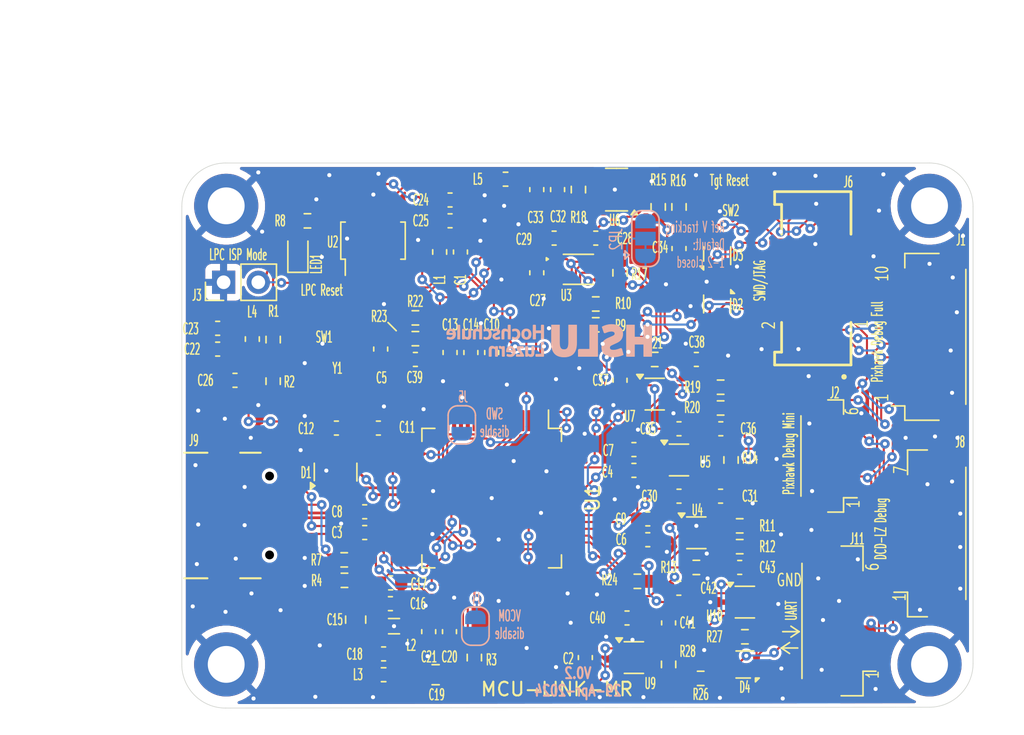
<source format=kicad_pcb>
(kicad_pcb (version 20240108) (generator "pcbnew") (generator_version "8.0")
  (layers (0 "F.Cu" signal) (31 "B.Cu" signal) (34 "B.Paste" user) (35 "F.Paste" user) (36 "B.SilkS" user "B.Silkscreen") (37 "F.SilkS" user "F.Silkscreen") (38 "B.Mask" user) (39 "F.Mask" user) (44 "Edge.Cuts" user))
  (net 0 "")
  (net 1 "GND")
  (net 2 "/McuLink Power and USB/MCU_VDDIO")
  (net 3 "+3V3")
  (net 4 "Net-(U1A-FB)")
  (net 5 "Net-(U1A-VBAT_DCDC)")
  (net 6 "+5V")
  (net 7 "/McuLink Power and USB/USB_VBUS")
  (net 8 "IF_VREF")
  (net 9 "Net-(U6-V+)")
  (net 10 "TX_TO_LPC")
  (net 11 "DBGIF_VREF")
  (net 12 "/Debug interface/IF_TDI")
  (net 13 "/Debug interface/IF_SWCLK")
  (net 14 "/Debug interface/IF_SWO")
  (net 15 "/Debug interface/IF_SWDIO")
  (net 16 "/Debug interface/IF_RST")
  (net 17 "/Debug interface/VTARGET")
  (net 18 "/Debug interface/IF_DETECT")
  (net 19 "RX_FROM_LPC")
  (net 20 "LPC_RST")
  (net 23 "PIO0_5-ISP_EN-LED1_CTRL")
  (net 24 "HW_VER_6")
  (net 25 "HW_VER_7")
  (net 26 "LPC_SWDIO")
  (net 27 "LPC_SWDCLK")
  (net 28 "Net-(U1A-LX)")
  (net 29 "Net-(LED1-A)")
  (net 30 "Net-(U1B-USB1_VBUS)")
  (net 31 "Net-(U1C-PIO0_9)")
  (net 32 "DBGIF_TMS_SWDIO_TXEN")
  (net 33 "Net-(J9-CC2)")
  (net 34 "Net-(R17-Pad2)")
  (net 35 "Net-(J9-CC1)")
  (net 36 "DBGIF_RESET_TXEN")
  (net 37 "DBGIF_DETECT")
  (net 38 "Net-(U3-1B)")
  (net 39 "Net-(U3-2B)")
  (net 40 "Net-(U4-B)")
  (net 41 "Net-(U6-+)")
  (net 42 "DBGIF_RESET")
  (net 43 "Net-(U6--)")
  (net 44 "Net-(U7-B)")
  (net 45 "DBGIF_TDO_SWO")
  (net 46 "DBGIF_TMS_SWDIO")
  (net 47 "FCO_TARGET_TXD")
  (net 48 "Net-(U9-B)")
  (net 49 "Net-(U10-B)")
  (net 50 "FC0_TARGET_RXD")
  (net 52 "DBGIF_TCK_SWCLK")
  (net 59 "DBGIF_TDI")
  (net 63 "/McuLink Power and USB/USB_D+")
  (net 64 "/McuLink Power and USB/USB_D-")
  (net 65 "/McuLink Power and USB/Q-")
  (net 66 "/McuLink Power and USB/Q+")
  (net 83 "Net-(D4C-K3)")
  (net 84 "Net-(D4D-K4)")
  (footprint "Capacitor_SMD:C_0603_1608Metric" (layer "F.Cu") (at 184.404 84.582 90)
    (property "Reference" "C1")
    (property "Value" "4.7uF")
  )
  (footprint "Capacitor_SMD:C_0603_1608Metric" (layer "F.Cu") (at 193.548 114.3 -90)
    (property "Reference" "C2")
    (property "Value" "100n")
  )
  (footprint "Capacitor_SMD:C_0603_1608Metric" (layer "F.Cu") (at 177.391 105.14 180)
    (property "Reference" "C3")
    (property "Value" "100n")
  )
  (footprint "Capacitor_SMD:C_0603_1608Metric" (layer "F.Cu") (at 197.104 100.584)
    (property "Reference" "C4")
    (property "Value" "100n")
  )
  (footprint "Capacitor_SMD:C_0603_1608Metric" (layer "F.Cu") (at 198.12 105.664)
    (property "Reference" "C6")
    (property "Value" "100n")
  )
  (footprint "Capacitor_SMD:C_0603_1608Metric" (layer "F.Cu") (at 177.391 103.616 180)
    (property "Reference" "C8")
    (property "Value" "10n")
  )
  (footprint "Capacitor_SMD:C_0603_1608Metric" (layer "F.Cu") (at 186.69 91.948 90)
    (property "Reference" "C10")
    (property "Value" "10n")
  )
  (footprint "Capacitor_SMD:C_0603_1608Metric" (layer "F.Cu") (at 178.393 97.485)
    (property "Reference" "C11")
    (property "Value" "8p")
  )
  (footprint "Capacitor_SMD:C_0603_1608Metric" (layer "F.Cu") (at 175.319 97.485 180)
    (property "Reference" "C12")
    (property "Value" "8p")
  )
  (footprint "Capacitor_SMD:C_0603_1608Metric" (layer "F.Cu") (at 183.642 91.948 90)
    (property "Reference" "C13")
    (property "Value" "100n")
  )
  (footprint "Capacitor_SMD:C_0603_1608Metric" (layer "F.Cu") (at 185.166 91.948 90)
    (property "Reference" "C14")
    (property "Value" "47p")
  )
  (footprint "Capacitor_SMD:C_0805_2012Metric" (layer "F.Cu") (at 176.73 111.52 -90)
    (property "Reference" "C15")
    (property "Value" "22u")
  )
  (footprint "Capacitor_SMD:C_0603_1608Metric" (layer "F.Cu") (at 179.274 110.35)
    (property "Reference" "C16")
    (property "Value" "47p")
  )
  (footprint "Capacitor_SMD:C_0603_1608Metric" (layer "F.Cu") (at 179.29 108.83)
    (property "Reference" "C17")
    (property "Value" "100n")
  )
  (footprint "Capacitor_SMD:C_0805_2012Metric" (layer "F.Cu") (at 182.586 115.556)
    (property "Reference" "C19")
    (property "Value" "22u")
  )
  (footprint "Capacitor_SMD:C_0603_1608Metric" (layer "F.Cu") (at 183.6 112.4 -90)
    (property "Reference" "C20")
    (property "Value" "100n")
  )
  (footprint "Capacitor_SMD:C_0603_1608Metric" (layer "F.Cu") (at 182.078 112.4 -90)
    (property "Reference" "C21")
    (property "Value" "47p")
  )
  (footprint "Capacitor_SMD:C_0603_1608Metric" (layer "F.Cu") (at 166.624 91.699 180)
    (property "Reference" "C22")
    (property "Value" "10u")
  )
  (footprint "Capacitor_SMD:C_0603_1608Metric" (layer "F.Cu") (at 166.624 90.175 180)
    (property "Reference" "C23")
    (property "Value" "100n")
  )
  (footprint "Capacitor_SMD:C_0603_1608Metric" (layer "F.Cu") (at 183.642 80.772)
    (property "Reference" "C24")
    (property "Value" "100n")
  )
  (footprint "Capacitor_SMD:C_0603_1608Metric" (layer "F.Cu") (at 183.642 82.296)
    (property "Reference" "C25")
    (property "Value" "10u")
  )
  (footprint "Capacitor_SMD:C_0603_1608Metric" (layer "F.Cu") (at 167.894 93.985 180)
    (property "Reference" "C26")
    (property "Value" "10n")
  )
  (footprint "Capacitor_SMD:C_0603_1608Metric" (layer "F.Cu") (at 189.992 86.106 90)
    (property "Reference" "C27")
    (property "Value" "100n")
  )
  (footprint "Capacitor_SMD:C_0603_1608Metric" (layer "F.Cu") (at 194.31 83.566 180)
    (property "Reference" "C28")
    (property "Value" "100n")
  )
  (footprint "Capacitor_SMD:C_0603_1608Metric" (layer "F.Cu") (at 200.406 102.475 180)
    (property "Reference" "C30")
    (property "Value" "100n")
  )
  (footprint "Capacitor_SMD:C_0603_1608Metric" (layer "F.Cu") (at 203.45 102.475)
    (property "Reference" "C31")
    (property "Value" "100n")
  )
  (footprint "Capacitor_SMD:C_0603_1608Metric" (layer "F.Cu") (at 191.516 80.01 -90)
    (property "Reference" "C32")
    (property "Value" "100n")
  )
  (footprint "Capacitor_SMD:C_0603_1608Metric" (layer "F.Cu") (at 200.406 97.536 180)
    (property "Reference" "C35")
    (property "Value" "100n")
  )
  (footprint "Capacitor_SMD:C_0603_1608Metric" (layer "F.Cu") (at 203.467 97.536)
    (property "Reference" "C36")
    (property "Value" "100n")
  )
  (footprint "Capacitor_SMD:C_0603_1608Metric" (layer "F.Cu") (at 196.088 93.98 90)
    (property "Reference" "C37")
    (property "Value" "100n")
  )
  (footprint "Capacitor_SMD:C_0603_1608Metric" (layer "F.Cu") (at 201.676 92.456)
    (property "Reference" "C38")
    (property "Value" "100n")
  )
  (footprint "Capacitor_SMD:C_0603_1608Metric" (layer "F.Cu") (at 196.6 111.4 180)
    (property "Reference" "C40")
    (property "Value" "100n")
  )
  (footprint "Capacitor_SMD:C_0603_1608Metric" (layer "F.Cu") (at 199.644 111.76 -90)
    (property "Reference" "C41")
    (property "Value" "100n")
  )
  (footprint "Capacitor_SMD:C_0603_1608Metric" (layer "F.Cu") (at 200.393 109.22 180)
    (property "Reference" "C42")
    (property "Value" "100n")
  )
  (footprint "Capacitor_SMD:C_0603_1608Metric" (layer "F.Cu") (at 204.851 107.696)
    (property "Reference" "C43")
    (property "Value" "100n")
  )
  (footprint "Package_TO_SOT_SMD:SOT-143" (layer "F.Cu") (at 175.26 100.711 90)
    (property "Reference" "D1")
    (property "Value" "PRTR5V0U2X")
  )
  (footprint "Package_TO_SOT_SMD:SOT-666" (layer "F.Cu") (at 203.2 84.85 90)
    (property "Reference" "D3")
    (property "Value" "PESD5V0L5UV")
  )
  (footprint "Package_TO_SOT_SMD:SOT-666" (layer "F.Cu") (at 205.232 114.808 180)
    (property "Reference" "D4")
    (property "Value" "PESD5V0L5UV")
  )
  (footprint "McuOnEclipse:SWD_Pin_Header_Straight_2x05_Pitch1.27mm_SMD_Shrouded" (layer "F.Cu") (at 210.4575 86.51 90)
    (property "Reference" "J6")
    (property "Value" "Conn_02x05_Odd_Even")
  )
  (footprint "Inductor_SMD:L_0603_1608Metric" (layer "F.Cu") (at 182.88 84.582 -90)
    (property "Reference" "L1")
    (property "Value" "MI0603J601R-10")
  )
  (footprint "Inductor_SMD:L_0805_2012Metric" (layer "F.Cu") (at 179.538 112 180)
    (property "Reference" "L2")
    (property "Value" "4u7")
  )
  (footprint "Inductor_SMD:L_0603_1608Metric" (layer "F.Cu") (at 178.776 115.556)
    (property "Reference" "L3")
    (property "Value" "MI0603J601R-10")
  )
  (footprint "Inductor_SMD:L_0603_1608Metric" (layer "F.Cu") (at 169.164 90.9625 90)
    (property "Reference" "L4")
    (property "Value" "MI0603J601R-10")
  )
  (footprint "Inductor_SMD:L_0603_1608Metric" (layer "F.Cu") (at 187.706 79.248)
    (property "Reference" "L5")
    (property "Value" "MI0603J601R-10")
  )
  (footprint "LED_SMD:LED_0603_1608Metric" (layer "F.Cu") (at 172.5 84.5875 90)
    (property "Reference" "LED1")
    (property "Value" "LED_RED")
  )
  (footprint "Resistor_SMD:R_0603_1608Metric" (layer "F.Cu") (at 170.688 91 90)
    (property "Reference" "R1")
    (property "Value" "10k")
  )
  (footprint "Resistor_SMD:R_0603_1608Metric" (layer "F.Cu") (at 170.688 94.048 90)
    (property "Reference" "R2")
    (property "Value" "20k")
  )
  (footprint "Resistor_SMD:R_0603_1608Metric" (layer "F.Cu") (at 194.31 89.916 180)
    (property "Reference" "R9")
    (property "Value" "10R")
  )
  (footprint "Resistor_SMD:R_0603_1608Metric" (layer "F.Cu") (at 194.31 88.392 180)
    (property "Reference" "R10")
    (property "Value" "10R")
  )
  (footprint "Resistor_SMD:R_0603_1608Metric" (layer "F.Cu") (at 204.851 104.648)
    (property "Reference" "R11")
    (property "Value" "10R")
  )
  (footprint "Resistor_SMD:R_0603_1608Metric" (layer "F.Cu") (at 204.851 106.172)
    (property "Reference" "R12")
    (property "Value" "100k")
  )
  (footprint "Resistor_SMD:R_0603_1608Metric" (layer "F.Cu") (at 201.676 107.696 180)
    (property "Reference" "R13")
    (property "Value" "2k")
  )
  (footprint "Resistor_SMD:R_0603_1608Metric" (layer "F.Cu") (at 204.216 99.822 90)
    (property "Reference" "R14")
    (property "Value" "100k")
  )
  (footprint "Resistor_SMD:R_0603_1608Metric" (layer "F.Cu") (at 193.04 80.01 -90)
    (property "Reference" "R18")
    (property "Value" "100R")
  )
  (footprint "Resistor_SMD:R_0603_1608Metric" (layer "F.Cu") (at 203.454 96.012)
    (property "Reference" "R20")
    (property "Value" "100k")
  )
  (footprint "Resistor_SMD:R_0603_1608Metric" (layer "F.Cu") (at 198.628 92.456)
    (property "Reference" "R21")
    (property "Value" "2k")
  )
  (footprint "Resistor_SMD:R_0603_1608Metric" (layer "F.Cu") (at 181.102 89.408)
    (property "Reference" "R22")
    (property "Value" "2k")
  )
  (footprint "Resistor_SMD:R_0603_1608Metric" (layer "F.Cu") (at 181.102 90.932)
    (property "Reference" "R23")
    (property "Value" "2k")
  )
  (footprint "Resistor_SMD:R_0603_1608Metric" (layer "F.Cu") (at 197.358 108.712)
    (property "Reference" "R24")
    (property "Value" "2k")
  )
  (footprint "Resistor_SMD:R_0603_1608Metric" (layer "F.Cu") (at 201.993 115.824)
    (property "Reference" "R26")
    (property "Value" "10R")
  )
  (footprint "Resistor_SMD:R_0603_1608Metric" (layer "F.Cu") (at 205.232 112.776)
    (property "Reference" "R27")
    (property "Value" "10R")
  )
  (footprint "Resistor_SMD:R_0603_1608Metric" (layer "F.Cu") (at 199.644 114.8 90)
    (property "Reference" "R28")
    (property "Value" "100k")
  )
  (footprint "McuOnEclipse:LQFP-64-1EP_10x10mm_P0.5mm_EP3.5x3.5mm" (layer "F.Cu") (at 186.69 102.616 -90)
    (property "Reference" "U1")
    (property "Value" "LPC55S69JBD64")
  )
  (footprint "McuOnEclipse:SOT-89-5" (layer "F.Cu") (at 178 83.75 90)
    (property "Reference" "U2")
    (property "Value" "XC6227C331PR-G")
  )
  (footprint "Package_TO_SOT_SMD:SOT-363_SC-70-6" (layer "F.Cu") (at 200.406 99.822)
    (property "Reference" "U5")
    (property "Value" "SN74LVC1T45GW")
  )
  (footprint "Package_TO_SOT_SMD:SOT-363_SC-70-6" (layer "F.Cu") (at 198.628 94.996)
    (property "Reference" "U7")
    (property "Value" "SN74LVC1T45GW")
  )
  (footprint "Package_TO_SOT_SMD:SOT-363_SC-70-6" (layer "F.Cu") (at 197.104 114.3)
    (property "Reference" "U9")
    (property "Value" "SN74LVC1T45GW")
  )
  (footprint "Package_TO_SOT_SMD:SOT-363_SC-70-6" (layer "F.Cu") (at 205.232 110.236)
    (property "Reference" "U10")
    (property "Value" "SN74LVC1T45GW")
  )
  (footprint "Connector_PinHeader_2.54mm:PinHeader_1x02_P2.54mm_Vertical" (layer "F.Cu") (at 167.06 86.8 90)
    (property "Reference" "J3")
    (property "Value" "Jumper_2_Open")
  )
  (footprint "Resistor_SMD:R_0603_1608Metric" (layer "F.Cu") (at 173.2 82.3 180)
    (property "Reference" "R8")
    (property "Value" "2k")
  )
  (footprint "Capacitor_SMD:C_0603_1608Metric" (layer "F.Cu") (at 189.992 80.01 -90)
    (property "Reference" "C33")
    (property "Value" "10u")
  )
  (footprint "Resistor_SMD:R_0603_1608Metric" (layer "F.Cu") (at 203.454 94.488)
    (property "Reference" "R19")
    (property "Value" "10R")
  )
  (footprint "Capacitor_SMD:C_0603_1608Metric" (layer "F.Cu") (at 178.562 91.694 90)
    (property "Reference" "C5")
    (property "Value" "100n")
  )
  (footprint "Capacitor_SMD:C_0603_1608Metric" (layer "F.Cu") (at 178.776 114.032)
    (property "Reference" "C18")
    (property "Value" "22u")
  )
  (footprint "Resistor_SMD:R_0603_1608Metric" (layer "F.Cu") (at 185.42 114.3 90)
    (property "Reference" "R3")
    (property "Value" "0R")
  )
  (footprint "Package_TO_SOT_SMD:SOT-666" (layer "F.Cu") (at 203.2 88.392 -90)
    (property "Reference" "D2")
    (property "Value" "PESD5V0L5UV")
  )
  (footprint "Capacitor_SMD:C_0603_1608Metric" (layer "F.Cu") (at 191.262 83.566)
    (property "Reference" "C29")
    (property "Value" "10u")
  )
  (footprint "Capacitor_SMD:C_0603_1608Metric" (layer "F.Cu") (at 197.104 99.06)
    (property "Reference" "C7")
    (property "Value" "10n")
  )
  (footprint "Capacitor_SMD:C_0603_1608Metric" (layer "F.Cu") (at 198.12 104.14)
    (property "Reference" "C9")
    (property "Value" "10n")
  )
  (footprint "Capacitor_SMD:C_0603_1608Metric" (layer "F.Cu") (at 181.102 92.456)
    (property "Reference" "C39")
    (property "Value" "100n")
  )
  (footprint "Package_TO_SOT_SMD:SOT-23-5" (layer "F.Cu") (at 195.834 80.01 180)
    (property "Reference" "U6")
    (property "Value" "MCP6001-OT")
  )
  (footprint "Resistor_SMD:R_0603_1608Metric" (layer "F.Cu") (at 196.088 86.106 90)
    (property "Reference" "R17")
    (property "Value" "10R")
  )
  (footprint "Resistor_SMD:R_0603_1608Metric" (layer "F.Cu") (at 200.406 81.28 90)
    (property "Reference" "R16")
    (property "Value" "33k")
  )
  (footprint "Resistor_SMD:R_0603_1608Metric" (layer "F.Cu") (at 198.882 81.28 -90)
    (property "Reference" "R15")
    (property "Value" "100R")
  )
  (footprint "Capacitor_SMD:C_0603_1608Metric" (layer "F.Cu") (at 200.406 84.328 -90)
    (property "Reference" "C34")
    (property "Value" "100n")
  )
  (footprint "Package_SO:VSSOP-8_2.3x2mm_P0.5mm" (layer "F.Cu") (at 193.04 85.852)
    (property "Reference" "U3")
    (property "Value" "74LVC2T45DC")
  )
  (footprint "McuOnEclipse:SW_C_K_KMR2" (layer "F.Cu") (at 174.4 89.8)
    (property "Reference" "SW1")
    (property "Value" "KMR221GLFS")
  )
  (footprint "Package_TO_SOT_SMD:SOT-363_SC-70-6" (layer "F.Cu") (at 201.676 105.156)
    (property "Reference" "U4")
    (property "Value" "SN74LVC1T45GW")
  )
  (footprint "MountingHole:MountingHole_2.7mm_M2.5_DIN965_Pad" (layer "F.Cu") (at 218.75 81.2)
    (property "Reference" "H2" (hide yes))
    (property "Value" "MountingHole_Pad")
  )
  (footprint "MountingHole:MountingHole_2.7mm_M2.5_DIN965_Pad" (layer "F.Cu") (at 167.25 114.8)
    (property "Reference" "H3" (hide yes))
    (property "Value" "MountingHole_Pad")
  )
  (footprint "MountingHole:MountingHole_2.7mm_M2.5_DIN965_Pad" (layer "F.Cu") (at 218.75 114.8)
    (property "Reference" "H4" (hide yes))
    (property "Value" "MountingHole_Pad")
  )
  (footprint "MountingHole:MountingHole_2.7mm_M2.5_DIN965_Pad" (layer "F.Cu") (at 167.25 81.2)
    (property "Reference" "H1" (hide yes))
    (property "Value" "MountingHole_Pad")
  )
  (footprint "McuOnEclipse:JST_SH_BM06B-SRSS-TB_1x06-1MP_P1.00mm_Vertical" (layer "F.Cu") (at 211.345 99.53 90)
    (property "Reference" "J2")
    (property "Value" "Pixhawk_Debug_Mini (1x06 JST-SH)")
  )
  (footprint "McuOnEclipse:CX3225GA16000D0PTVCC" (layer "F.Cu") (at 175.5 95.2 180)
    (property "Reference" "Y1")
    (property "Value" "16.000MHz")
  )
  (footprint "Resistor_SMD:R_0603_1608Metric" (layer "F.Cu") (at 175.89 107.14 180)
    (property "Reference" "R7")
    (property "Value" "5k1")
  )
  (footprint "McuOnEclipse:Fiducial_1mm_Dia_2.54mm_Outer_CopperTop" (layer "F.Cu") (at 207.17 94.69)
    (property "Reference" "FID2" (hide yes))
    (property "Value" "Fiducial")
  )
  (footprint "McuOnEclipse:Fiducial_1mm_Dia_2.54mm_Outer_CopperTop" (layer "F.Cu") (at 171.6 80)
    (property "Reference" "FID3" (hide yes))
    (property "Value" "Fiducial")
  )
  (footprint "McuOnEclipse:JST_GH_SM07B-GHS-TB_1x07-1MP_P1.25mm_Horizontal" (layer "F.Cu") (at 218.85 105.2 90)
    (property "Reference" "J8")
    (property "Value" "DCD-LZ_Debug (1x07 JST-GHS)")
  )
  (footprint "McuOnEclipse:JST_SH_SM10B-SRSS-TB_1x10-1MP_P1.00mm_Horizontal" (layer "F.Cu") (at 218.725 90.8 90)
    (property "Reference" "J1")
    (property "Value" "Pixhawk Debug Full (1x10 JST-SH)")
  )
  (footprint "Resistor_SMD:R_0603_1608Metric" (layer "F.Cu") (at 175.91 108.64 180)
    (property "Reference" "R4")
    (property "Value" "5k1")
  )
  (footprint "McuOnEclipse:Fiducial_1mm_Dia_2.54mm_Outer_CopperTop" (layer "F.Cu") (at 171.61 115.92)
    (property "Reference" "FID1" (hide yes))
    (property "Value" "Fiducial")
  )
  (footprint "McuOnEclipse:SW_C_K_KMR2" (layer "F.Cu") (at 203.95 81.8)
    (property "Reference" "SW2")
    (property "Value" "KMR221GLFS")
  )
  (footprint "McuOnEclipse:USB_C_Receptacle_GCT_USB4110-GF-A" (layer "F.Cu") (at 167.875 103.89 -90)
    (property "Reference" "J9")
    (property "Value" "USB4110-GF-A_REVB")
  )
  (footprint "Connector_JST:JST_GH_BM06B-GHS-TBT_1x06-1MP_P1.25mm_Vertical" (layer "F.Cu") (at 212.02 111.615 90)
    (property "Reference" "J11")
    (property "Value" "JST-GH_BM06B")
  )
  (footprint "McuOnEclipse:SolderJumper-2_P1.3mm_Open_RoundedPad1.0x1.5mm" (layer "B.Cu") (at 185.5 112 90)
    (property "Reference" "J4")
    (property "Value" "Jumper_2_Open")
  )
  (footprint "McuOnEclipse:SolderJumper-2_P1.3mm_Open_RoundedPad1.0x1.5mm" (layer "B.Cu") (at 184.5 97.25 -90)
    (property "Reference" "J5")
    (property "Value" "Jumper_2_Open")
  )
  (footprint "McuOnEclipse:Hochschule_Luzern_New" (layer "B.Cu") (at 194.31 89.916 180)
    (property "Reference" "L6" (hide yes))
    (property "Value" "Logo HSLU" (hide yes))
  )
  (footprint "McuOnEclipse:SolderJumper-3_P1.3mm_Open_RoundedPad1.0x1.5mm" (layer "B.Cu") (at 197.95 83.6 90)
    (property "Reference" "JP2")
    (property "Value" "SolderJumper_3_Bridged12")
  )
  (gr_line (start 208.6 112) (end 209.2 112.4) (stroke (width 0.12)) (layer "F.SilkS"))
  (gr_line (start 208 112.4) (end 209.2 112.4) (stroke (width 0.12)) (layer "F.SilkS"))
  (gr_line (start 179.1 89.75) (end 179.7 90.35) (stroke (width 0.12)) (layer "F.SilkS"))
  (gr_line (start 208.5 114) (end 207.9 113.6) (stroke (width 0.12)) (layer "F.SilkS"))
  (gr_line (start 209.1 113.6) (end 207.9 113.6) (stroke (width 0.12)) (layer "F.SilkS"))
  (gr_line (start 207.9 113.6) (end 208.5 113.2) (stroke (width 0.12)) (layer "F.SilkS"))
  (gr_line (start 209.2 112.4) (end 208.6 112.8) (stroke (width 0.12)) (layer "F.SilkS"))
  (gr_line (start 218.73613 117.937701) (end 167.2 118) (stroke (width 0.05)) (layer "Edge.Cuts"))
  (gr_line (start 221.937673 81.263889) (end 221.937692 114.736139) (stroke (width 0.05)) (layer "Edge.Cuts"))
  (gr_arc (start 167.2 118) (mid 164.936178 117.062271) (end 163.998438 114.798438) (stroke (width 0.05)) (layer "Edge.Cuts"))
  (gr_arc (start 221.937692 114.736139) (mid 221.000003 117.000018) (end 218.73613 117.937701) (stroke (width 0.05)) (layer "Edge.Cuts"))
  (gr_arc (start 218.736111 78.062327) (mid 221.000028 78.999985) (end 221.937673 81.263889) (stroke (width 0.05)) (layer "Edge.Cuts"))
  (gr_arc (start 164 81.263846) (mid 164.937697 78.999957) (end 167.201562 78.062284) (stroke (width 0.05)) (layer "Edge.Cuts"))
  (gr_line (start 167.201562 78.062284) (end 218.736111 78.062327) (stroke (width 0.05)) (layer "Edge.Cuts"))
  (gr_line (start 163.998438 114.798438) (end 164 81.263846) (stroke (width 0.05)) (layer "Edge.Cuts"))
  (gr_text "Ref V tracking\nDefault:\n1-2 closed" (at 203.8 85.8 -0) (layer "B.SilkS") (effects (font (size 0.8 0.4) (thickness 0.08) (bold yes)) (justify left bottom mirror)))
  (gr_text "SWD\ndisable" (at 186.9 98.2 0) (layer "B.SilkS") (effects (font (size 0.8 0.4) (thickness 0.1) (bold yes)) (justify bottom mirror)))
  (gr_text "V0.2\n29-Apr-2024" (at 193 117.2 0) (layer "B.SilkS") (effects (font (size 0.8 0.6) (thickness 0.15) (bold yes)) (justify bottom mirror)))
  (gr_text "VCOM\ndisable" (at 188 113 0) (layer "B.SilkS") (effects (font (size 0.8 0.4) (thickness 0.1) (bold yes)) (justify bottom mirror)))
  (gr_text "1" (at 215.1 115.9 90) (layer "F.SilkS") (effects (font (size 0.9 0.6) (thickness 0.1) (bold yes)) (justify left bottom)))
  (gr_text "1" (at 215.8 95.6 90) (layer "F.SilkS") (effects (font (size 0.9 0.6) (thickness 0.1) (bold yes)) (justify left bottom)))
  (gr_text "6" (at 215.1 108 90) (layer "F.SilkS") (effects (font (size 0.9 0.6) (thickness 0.1) (bold yes)) (justify left bottom)))
  (gr_text "1" (at 217.075 110.225 90) (layer "F.SilkS") (effects (font (size 0.9 0.6) (thickness 0.1) (bold yes)) (justify left bottom)))
  (gr_text "DCD-LZ Debug" (at 215.65 107.2 90) (layer "F.SilkS") (effects (font (size 0.8 0.4) (thickness 0.1) (bold yes)) (justify left bottom)))
  (gr_text "7" (at 217.14 100.89 90) (layer "F.SilkS") (effects (font (size 0.9 0.6) (thickness 0.1) (bold yes)) (justify left bottom)))
  (gr_text "1" (at 214.3 90.2 90) (layer "F.SilkS") (effects (font (size 0.9 0.6) (thickness 0.1) (bold yes)) (justify left bottom)))
  (gr_text "LPC ISP Mode" (at 165.95 85.25 0) (layer "F.SilkS") (effects (font (size 0.8 0.4) (thickness 0.1) (bold yes)) (justify left bottom)))
  (gr_text "Pixhawk Debug Mini" (at 208.92 102.43 90) (layer "F.SilkS") (effects (font (size 0.8 0.4) (thickness 0.1) (bold yes)) (justify left bottom)))
  (gr_text "SWD/JTAG" (at 206.79 88.25 90) (layer "F.SilkS") (effects (font (size 0.8 0.4) (thickness 0.1) (bold yes)) (justify left bottom)))
  (gr_text "MCU-LINK-MR" (at 185.8 117.2 0) (layer "F.SilkS") (effects (font (size 1 1)) (justify left bottom)))
  (gr_text "Pixhawk Debug Full" (at 215.4 94.2 90) (layer "F.SilkS") (effects (font (size 0.8 0.4) (thickness 0.1) (bold yes)) (justify left bottom)))
  (gr_text "6" (at 213.6 96.6 90) (layer "F.SilkS") (effects (font (size 0.9 0.6) (thickness 0.1) (bold yes)) (justify left bottom)))
  (gr_text "2" (at 207.5 90.3 90) (layer "F.SilkS") (effects (font (size 0.9 0.6) (thickness 0.1) (bold yes)) (justify left bottom)))
  (gr_text "UART" (at 209.1 111.65 90) (layer "F.SilkS") (effects (font (size 0.8 0.4) (thickness 0.1) (bold yes)) (justify left bottom)))
  (gr_text "10" (at 215.8 86.8 90) (layer "F.SilkS") (effects (font (size 0.9 0.6) (thickness 0.1) (bold yes)) (justify left bottom)))
  (gr_text "1" (at 213.7 103.4 90) (layer "F.SilkS") (effects (font (size 0.9 0.6) (thickness 0.1) (bold yes)) (justify left bottom)))
  (gr_text "LPC Reset" (at 172.65 87.85 0) (layer "F.SilkS") (effects (font (size 0.8 0.4) (thickness 0.1) (bold yes)) (justify left bottom)))
  (gr_text "GND" (at 207.5 109.15 0) (layer "F.SilkS") (effects (font (size 0.9 0.6) (thickness 0.1) (bold yes)) (justify left bottom)))
  (gr_text "Tgt Reset" (at 202.6 79.8 0) (layer "F.SilkS") (effects (font (size 0.8 0.4) (thickness 0.1) (bold yes)) (justify left bottom)))
  (segment (start 176.534 103.616) (end 175.666 104.484) (width 0.1524) (layer "F.Cu") (net 1))
  (segment (start 196.329 94.996) (end 196.088 94.755) (width 0.1524) (layer "F.Cu") (net 1))
  (segment (start 171.575 106.94) (end 172.94 106.94) (width 0.1524) (layer "F.Cu") (net 1))
  (segment (start 181.789999 101.366) (end 182.4 101.976001) (width 0.1524) (layer "F.Cu") (net 1))
  (segment (start 201.95 79.25) (end 201.65 78.95) (width 0.1524) (layer "F.Cu") (net 1))
  (segment (start 180.065 108.83) (end 180.065 110.334) (width 0.1524) (layer "F.Cu") (net 1))
  (segment (start 181.015 101.366) (end 181.789999 101.366) (width 0.1524) (layer "F.Cu") (net 1))
  (segment (start 171.575 107.24) (end 172.76 107.24) (width 0.1524) (layer "F.Cu") (net 1))
  (segment (start 202.501 106.743) (end 202.438 106.68) (width 0.1524) (layer "F.Cu") (net 1))
  (segment (start 167.07 109) (end 171 109) (width 0.1524) (layer "F.Cu") (net 1))
  (segment (start 181.789999 103.366) (end 182.4 102.755999) (width 0.1524) (layer "F.Cu") (net 1))
  (segment (start 200.075518 105.664) (end 200.583518 105.156) (width 0.1524) (layer "F.Cu") (net 1))
  (segment (start 201.483 99.949) (end 201.356 99.822) (width 0.1524) (layer "F.Cu") (net 1))
  (segment (start 172.6 99.2) (end 172.7 99.1) (width 0.1524) (layer "F.Cu") (net 1))
  (segment (start 203.2 87.142001) (end 202.815199 86.7572) (width 0.1524) (layer "F.Cu") (net 1))
  (segment (start 200.583518 105.156) (end 200.726 105.156) (width 0.1524) (layer "F.Cu") (net 1))
  (segment (start 197 113.975) (end 197 113) (width 0.1524) (layer "F.Cu") (net 1))
  (segment (start 203.454 107.696) (end 204.076 107.696) (width 0.1524) (layer "F.Cu") (net 1))
  (segment (start 196.9715 80.01) (end 195.707 80.01) (width 0.1524) (layer "F.Cu") (net 1))
  (segment (start 202.698433 110.236) (end 202.693633 110.2408) (width 0.1524) (layer "F.Cu") (net 1))
  (segment (start 171.575 100.54) (end 172.06 100.54) (width 0.1524) (layer "F.Cu") (net 1))
  (segment (start 185.44 96.159) (end 184.531 95.25) (width 0.1524) (layer "F.Cu") (net 1))
  (segment (start 203.50763 86.1786) (end 204.1214 86.1786) (width 0.1524) (layer "F.Cu") (net 1))
  (segment (start 176.616 103.616) (end 176.534 103.616) (width 0.1524) (layer "F.Cu") (net 1))
  (segment (start 172.5 100.1) (end 172.6 100) (width 0.1524) (layer "F.Cu") (net 1))
  (segment (start 179.538 110.861) (end 179.538 112) (width 0.1524) (layer "F.Cu") (net 1))
  (segment (start 171.76 100.84) (end 172.5 100.1) (width 0.1524) (layer "F.Cu") (net 1))
  (segment (start 196.9715 80.01) (end 197.79 80.01) (width 0.1524) (layer "F.Cu") (net 1))
  (segment (start 172.76 107.24) (end 173 107) (width 0.1524) (layer "F.Cu") (net 1))
  (segment (start 191.211 86.881) (end 191.49 86.602) (width 0.1524) (layer "F.Cu") (net 1))
  (segment (start 180.049 110.35) (end 179.538 110.861) (width 0.1524) (layer "F.Cu") (net 1))
  (segment (start 200.726 105.156) (end 201.168 105.156) (width 0.1524) (layer "F.Cu") (net 1))
  (segment (start 202.8 81) (end 203.4 81.6) (width 0.1524) (layer "F.Cu") (net 1))
  (segment (start 198.895 105.664) (end 198.895 105.931) (width 0.1524) (layer "F.Cu") (net 1))
  (segment (start 201.168 105.156) (end 201.676 104.648) (width 0.1524) (layer "F.Cu") (net 1))
  (segment (start 202.501 107.696) (end 202.501 106.743) (width 0.1524) (layer "F.Cu") (net 1))
  (segment (start 202.438 106.68) (end 203.454 107.696) (width 0.1524) (layer "F.Cu") (net 1))
  (segment (start 197.879 100.584) (end 198.641 99.822) (width 0.1524) (layer "F.Cu") (net 1))
  (segment (start 189.992 86.881) (end 191.211 86.881) (width 0.1524) (layer "F.Cu") (net 1))
  (segment (start 202.501 108.499) (end 202.5 108.5) (width 0.1524) (layer "F.Cu") (net 1))
  (segment (start 197.879 99.06) (end 197.879 100.584) (width 0.1524) (layer "F.Cu") (net 1))
  (segment (start 176.322 105.14) (end 175.666 104.484) (width 0.1524) (layer "F.Cu") (net 1))
  (segment (start 204.1214 86.1786) (end 204.65 85.65) (width 0.1524) (layer "F.Cu") (net 1))
  (segment (start 199.456 99.822) (end 199 99.822) (width 0.1524) (layer "F.Cu") (net 1))
  (segment (start 176.616 105.14) (end 176.322 105.14) (width 0.1524) (layer "F.Cu") (net 1))
  (segment (start 197.612 97.812) (end 197.4 97.6) (width 0.1524) (layer "F.Cu") (net 1))
  (segment (start 198.895 105.664) (end 200.075518 105.664) (width 0.1524) (layer "F.Cu") (net 1))
  (segment (start 197.879 99.06) (end 197.612 98.793) (width 0.1524) (layer "F.Cu") (net 1))
  (segment (start 197.325 114.3) (end 197 113.975) (width 0.1524) (layer "F.Cu") (net 1))
  (segment (start 203.2 87.467) (end 203.2 87.142001) (width 0.1524) (layer "F.Cu") (net 1))
  (segment (start 181.015 103.366) (end 181.789999 103.366) (width 0.1524) (layer "F.Cu") (net 1))
  (segment (start 197.612 98.793) (end 197.612 97.812) (width 0.1524) (layer "F.Cu") (net 1))
  (segment (start 172.06 100.54) (end 172.5 100.1) (width 0.1524) (layer "F.Cu") (net 1))
  (segment (start 197.879 101.321) (end 197.4 101.8) (width 0.1524) (layer "F.Cu") (net 1))
  (segment (start 201.9 81) (end 202.8 81) (width 0.1524) (layer "F.Cu") (net 1))
  (segment (start 202.525 80.375) (end 203.95 80.375) (width 0.1524) (layer "F.Cu") (net 1))
  (segment (start 202.815199 86.7572) (end 202.430315 86.7572) (width 0.1524) (layer "F.Cu") (net 1))
  (segment (start 182.4 101.976001) (end 182.4 102.1) (width 0.1524) (layer "F.Cu") (net 1))
  (segment (start 172.6 100) (end 172.6 99.2) (width 0.1524) (layer "F.Cu") (net 1))
  (segment (start 201.95 80.95) (end 201.95 79.25) (width 0.1524) (layer "F.Cu") (net 1))
  (segment (start 197.79 80.01) (end 198.4 79.4) (width 0.1524) (layer "F.Cu") (net 1))
  (segment (start 198.895 105.931) (end 199.517 106.553) (width 0.1524) (layer "F.Cu") (net 1))
  (segment (start 167.07 98.78) (end 167.07 109) (width 0.1524) (layer "F.Cu") (net 1))
  (segment (start 202.501 107.696) (end 202.501 108.499) (width 0.1524) (layer "F.Cu") (net 1))
  (segment (start 171.575 100.84) (end 171.76 100.84) (width 0.1524) (layer "F.Cu") (net 1))
  (segment (start 185.44 96.941) (end 185.44 96.159) (width 0.1524) (layer "F.Cu") (net 1))
  (segment (start 201.168 109.22) (end 201.78 109.22) (width 0.1524) (layer "F.Cu") (net 1))
  (segment (start 198.641 99.822) (end 199 99.822) (width 0.1524) (layer "F.Cu") (net 1))
  (segment (start 197.879 100.584) (end 197.879 101.321) (width 0.1524) (layer "F.Cu") (net 1))
  (segment (start 201.9 81) (end 201.95 80.95) (width 0.1524) (layer "F.Cu") (net 1))
  (segment (start 182.4 102.755999) (end 182.4 102.1) (width 0.1524) (layer "F.Cu") (net 1))
  (segment (start 180.065 110.334) (end 180.049 110.35) (width 0.1524) (layer "F.Cu") (net 1))
  (segment (start 167.07 98.78) (end 171 98.78) (width 0.1524) (layer "F.Cu") (net 1))
  (segment (start 203.2 85.87097) (end 203.50763 86.1786) (width 0.1524) (layer "F.Cu") (net 1))
  (segment (start 201.78 109.22) (end 202.5 108.5) (width 0.1524) (layer "F.Cu") (net 1))
  (segment (start 204.282 110.236) (end 202.698433 110.236) (width 0.1524) (layer "F.Cu") (net 1))
  (segment (start 203.95 80.375) (end 205.375 80.375) (width 0.1524) (layer "F.Cu") (net 1))
  (segment (start 205.375 80.375) (end 206 81) (width 0.1524) (layer "F.Cu") (net 1))
  (segment (start 203.2 85.775) (end 203.2 85.87097) (width 0.1524) (layer "F.Cu") (net 1))
  (segment (start 202.184 99.949) (end 201.483 99.949) (width 0.1524) (layer "F.Cu") (net 1))
  (segment (start 198.054 114.3) (end 197.325 114.3) (width 0.1524) (layer "F.Cu") (net 1))
  (segment (start 197.678 94.996) (end 196.329 94.996) (width 0.1524) (layer "F.Cu") (net 1))
  (segment (start 172.94 106.94) (end 173 107) (width 0.1524) (layer "F.Cu") (net 1))
  (segment (start 201.9 81) (end 202.525 80.375) (width 0.1524) (layer "F.Cu") (net 1))
  (via (at 210.85 115.2) (size 0.7) (drill 0.3) (layers "F.Cu" "B.Cu") (net 1))
  (via (at 178.8 95.9) (size 0.7) (drill 0.3) (layers "F.Cu" "B.Cu") (net 1))
  (via (at 167.15 96.8) (size 0.7) (drill 0.3) (layers "F.Cu" "B.Cu") (net 1))
  (via (at 173.85 80.725) (size 0.7) (drill 0.3) (layers "F.Cu" "B.Cu") (net 1))
  (via (at 178 117.2) (size 0.7) (drill 0.3) (layers "F.Cu" "B.Cu") (net 1))
  (via (at 168.6 104.6) (size 0.7) (drill 0.3) (layers "F.Cu" "B.Cu") (net 1))
  (via (at 178.025 80.375) (size 0.7) (drill 0.3) (layers "F.Cu" "B.Cu") (net 1))
  (via (at 221 109.25) (size 0.7) (drill 0.3) (layers "F.Cu" "B.Cu") (net 1))
  (via (at 165.2 104.55) (size 0.7) (drill 0.3) (layers "F.Cu" "B.Cu") (net 1))
  (via (at 173 92.725) (size 0.7) (drill 0.3) (layers "F.Cu" "B.Cu") (net 1))
  (via (at 187.2 110.15) (size 0.7) (drill 0.3) (layers "F.Cu" "B.Cu") (net 1))
  (via (at 182.35 105.25) (size 0.7) (drill 0.3) (layers "F.Cu" "B.Cu") (net 1))
  (via (at 187.4 86.6) (size 0.7) (drill 0.3) (layers "F.Cu" "B.Cu") (net 1))
  (via (at 201.25 111.7) (size 0.7) (drill 0.3) (layers "F.Cu" "B.Cu") (net 1))
  (via (at 207.9 115.1) (size 0.7) (drill 0.3) (layers "F.Cu" "B.Cu") (net 1))
  (via (at 165.1 107.45) (size 0.7) (drill 0.3) (layers "F.Cu" "B.Cu") (net 1))
  (via (at 204 92.175) (size 0.7) (drill 0.3) (layers "F.Cu" "B.Cu") (net 1))
  (via (at 165 100.2) (size 0.7) (drill 0.3) (layers "F.Cu" "B.Cu") (net 1))
  (via (at 185.86 83.76) (size 0.7) (drill 0.3) (layers "F.Cu" "B.Cu") (net 1))
  (via (at 193.5 97.9) (size 0.7) (drill 0.3) (layers "F.Cu" "B.Cu") (net 1))
  (via (at 206.45 91.7) (size 0.7) (drill 0.3) (layers "F.Cu" "B.Cu") (net 1))
  (via (at 174.58 100.6) (size 0.7) (drill 0.3) (layers "F.Cu" "B.Cu") (net 1))
  (via (at 203.4 81.6) (size 0.7) (drill 0.3) (layers "F.Cu" "B.Cu") (net 1))
  (via (at 197.4 101.8) (size 0.7) (drill 0.3) (layers "F.Cu" "B.Cu") (net 1))
  (via (at 202.25 113.75) (size 0.7) (drill 0.3) (layers "F.Cu" "B.Cu") (net 1))
  (via (at 196.7 91.9) (size 0.7) (drill 0.3) (layers "F.Cu" "B.Cu") (net 1))
  (via (at 207.55 99.75) (size 0.7) (drill 0.3) (layers "F.Cu" "B.Cu") (net 1))
  (via (at 164.8 110.55) (size 0.7) (drill 0.3) (layers "F.Cu" "B.Cu") (net 1))
  (via (at 167.95 107.05) (size 0.7) (drill 0.3) (layers "F.Cu" "B.Cu") (net 1))
  (via (at 194.6 117.2) (size 0.7) (drill 0.3) (layers "F.Cu" "B.Cu") (net 1))
  (via (at 176.1 83.6) (size 0.7) (drill 0.3) (layers "F.Cu" "B.Cu") (net 1))
  (via (at 190.5 88) (size 0.7) (drill 0.3) (layers "F.Cu" "B.Cu") (net 1))
  (via (at 181.3 83.7) (size 0.7) (drill 0.3) (layers "F.Cu" "B.Cu") (net 1))
  (via (at 178.8 88.4) (size 0.7) (drill 0.3) (layers "F.Cu" "B.Cu") (net 1))
  (via (at 186.175 82.275) (size 0.7) (drill 0.3) (layers "F.Cu" "B.Cu") (net 1))
  (via (at 174.8 78.95) (size 0.7) (drill 0.3) (layers "F.Cu" "B.Cu") (net 1))
  (via (at 172.7 99.1) (size 0.7) (drill 0.3) (layers "F.Cu" "B.Cu") (net 1))
  (via (at 199.517 106.553) (size 0.7) (drill 0.3) (layers "F.Cu" "B.Cu") (net 1))
  (via (at 204.65 85.65) (size 0.7) (drill 0.3) (layers "F.Cu" "B.Cu") (net 1))
  (via (at 220.4 101.4) (size 0.7) (drill 0.3) (layers "F.Cu" "B.Cu") (net 1))
  (via (at 214.8 116.6) (size 0.7) (drill 0.3) (layers "F.Cu" "B.Cu") (net 1))
  (via (at 169.6 78.75) (size 0.7) (drill 0.3) (layers "F.Cu" "B.Cu") (net 1))
  (via (at 210.45 81.05) (size 0.7) (drill 0.3) (layers "F.Cu" "B.Cu") (net 1))
  (via (at 173.775 117.175) (size 0.7) (drill 0.3) (layers "F.Cu" "B.Cu") (net 1))
  (via (at 192.475 111.75) (size 0.7) (drill 0.3) (layers "F.Cu" "B.Cu") (net 1))
  (via (at 191.4 93.9) (size 0.7) (drill 0.3) (layers "F.Cu" "B.Cu") (net 1))
  (via (at 187.8 94.3) (size 0.7) (drill 0.3) (layers "F.Cu" "B.Cu") (net 1))
  (via (at 173 109.05) (size 0.7) (drill 0.3) (layers "F.Cu" "B.Cu") (net 1))
  (via (at 193.1 93.1) (size 0.7) (drill 0.3) (layers "F.Cu" "B.Cu") (net 1))
  (via (at 195.6 95.8) (size 0.7) (drill 0.3) (layers "F.Cu" "B.Cu") (net 1))
  (via (at 192.25 109.6) (size 0.7) (drill 0.3) (layers "F.Cu" "B.Cu") (net 1))
  (via (at 197.4 97.6) (size 0.7) (drill 0.3) (layers "F.Cu" "B.Cu") (net 1))
  (via (at 167.2 110.95) (size 0.7) (drill 0.3) (layers "F.Cu" "B.Cu") (net 1))
  (via (at 214.65 84.9) (size 0.7) (drill 0.3) (layers "F.Cu" "B.Cu") (net 1))
  (via (at 209.9 93.68) (size 0.7) (drill 0.3) (layers "F.Cu" "B.Cu") (net 1))
  (via (at 169.25 117.3) (size 0.7) (drill 0.3) (layers "F.Cu" "B.Cu") (net 1))
  (via (at 210.95 111.55) (size 0.7) (drill 0.3) (layers "F.Cu" "B.Cu") (net 1))
  (via (at 165.2 96.2) (size 0.7) (drill 0.3) (layers "F.Cu" "B.Cu") (net 1))
  (via (at 212.125 110.15) (size 0.7) (drill 0.3) (layers "F.Cu" "B.Cu") (net 1))
  (via (at 200.9 91.3) (size 0.7) (drill 0.3) (layers "F.Cu" "B.Cu") (net 1))
  (via (at 194.818 91.313) (size 0.7) (drill 0.3) (layers "F.Cu" "B.Cu") (net 1))
  (via (at 202.693633 110.2408) (size 0.7) (drill 0.3) (layers "F.Cu" "B.Cu") (net 1))
  (via (at 190.7 100.65) (size 0.7) (drill 0.3) (layers "F.Cu" "B.Cu") (net 1))
  (via (at 188.65 82.55) (size 0.7) (drill 0.3) (layers "F.Cu" "B.Cu") (net 1))
  (via (at 190.881 90.17) (size 0.7) (drill 0.3) (layers "F.Cu" "B.Cu") (net 1))
  (via (at 182.4 102.1) (size 0.7) (drill 0.3) (layers "F.Cu" "B.Cu") (net 1))
  (via (at 199.45 86.95) (size 0.7) (drill 0.3) (layers "F.Cu" "B.Cu") (net 1))
  (via (at 187.6 81.2) (size 0.7) (drill 0.3) (layers "F.Cu" "B.Cu") (net 1))
  (via (at 218.05 110.8) (size 0.7) (drill 0.3) (layers "F.Cu" "B.Cu") (net 1))
  (via (at 207.4 78.85) (size 0.7) (drill 0.3) (layers "F.Cu" "B.Cu") (net 1))
  (via (at 178.4 78.85) (size 0.7) (drill 0.3) (layers "F.Cu" "B.Cu") (net 1))
  (via (at 180.51 113.28) (size 0.7) (drill 0.3) (layers "F.Cu" "B.Cu") (net 1))
  (via (at 194.4 109.675) (size 0.7) (drill 0.3) (layers "F.Cu" "B.Cu") (net 1))
  (via (at 169.6 95.8) (size 0.7) (drill 0.3) (layers "F.Cu" "B.Cu") (net 1))
  (via (at 208 117.3) (size 0.7) (drill 0.3) (layers "F.Cu" "B.Cu") (net 1))
  (via (at 202.430315 86.7572) (size 0.7) (drill 0.3) (layers "F.Cu" "B.Cu") (net 1))
  (via (at 173 107) (size 0.7) (drill 0.3) (layers "F.Cu" "B.Cu") (net 1))
  (via (at 213.76 96.4) (size 0.7) (drill 0.3) (layers "F.Cu" "B.Cu") (net 1))
  (via (at 171.230697 110.82974) (size 0.7) (drill 0.3) (layers "F.Cu" "B.Cu") (net 1))
  (via (at 169.88 83.09) (size 0.7) (drill 0.3) (layers "F.Cu" "B.Cu") (net 1))
  (via (at 188.3 99.9) (size 0.7) (drill 0.3) (layers "F.Cu" "B.Cu") (net 1))
  (via (at 187.2 105.65) (size 0.7) (drill 0.3) (layers "F.Cu" "B.Cu") (net 1))
  (via (at 210.6 108.5) (size 0.7) (drill 0.3) (layers "F.Cu" "B.Cu") (net 1))
  (via (at 195.7 102.7) (size 0.7) (drill 0.3) (layers "F.Cu" "B.Cu") (net 1))
  (via (at 169.1 109.6) (size 0.7) (drill 0.3) (layers "F.Cu" "B.Cu") (net 1))
  (via (at 174.3 91.3) (size 0.7) (drill 0.3) (layers "F.Cu" "B.Cu") (net 1))
  (via (at 210.15 102.1) (size 0.7) (drill 0.3) (layers "F.Cu" "B.Cu") (net 1))
  (via (at 219.15 98.1) (size 0.7) (drill 0.3) (layers "F.Cu" "B.Cu") (net 1))
  (via (at 207.675 110.375) (size 0.7) (drill 0.3) (layers "F.Cu" "B.Cu") (net 1))
  (via (at 181.7 96.1) (size 0.7) (drill 0.3) (layers "F.Cu" "B.Cu") (net 1))
  (via (at 221 106.2) (size 0.7) (drill 0.3) (layers "F.Cu" "B.Cu") (net 1))
  (via (at 202.5 108.5) (size 0.7) (drill 0.3) (layers "F.Cu" "B.Cu") (net 1))
  (via (at 210.4 79) (size 0.7) (drill 0.3) (layers "F.Cu" "B.Cu") (net 1))
  (via (at 209.95 97.15) (size 0.7) (drill 0.3) (layers "F.Cu" "B.Cu") (net 1))
  (via (at 169.05 98.2) (size 0.7) (drill 0.3) (layers "F.Cu" "B.Cu") (net 1))
  (via (at 207.875 105.275) (size 0.7) (drill 0.3) (layers "F.Cu" "B.Cu") (net 1))
  (via (at 174.101 113.407) (size 0.7) (drill 0.3) (layers "F.Cu" "B.Cu") (net 1))
  (via (at 190.3 103.7) (size 0.7) (drill 0.3) (layers "F.Cu" "B.Cu") (net 1))
  (via (at 221.2 83.4) (size 0.7) (drill 0.3) (layers "F.Cu" "B.Cu") (net 1))
  (via (at 186.69 102.616) (size 0.7) (drill 0.3) (layers "F.Cu" "B.Cu") (net 1))
  (via (at 201.25 88.55) (size 0.7) (drill 0.3) (layers "F.Cu" "B.Cu") (net 1))
  (via (at 197.8 117.2) (size 0.7) (drill 0.3) (layers "F.Cu" "B.Cu") (net 1))
  (via (at 189.25 113.6) (size 0.7) (drill 0.3) (layers "F.Cu" "B.Cu") (net 1))
  (via (at 201.65 78.95) (size 0.7) (drill 0.3) (layers "F.Cu" "B.Cu") (net 1))
  (via (at 184.531 95.25) (size 0.7) (drill 0.3) (layers "F.Cu" "B.Cu") (net 1))
  (via (at 210.1 104.95) (size 0.7) (drill 0.3) (layers "F.Cu" "B.Cu") (net 1))
  (via (at 203.4 117.25) (size 0.7) (drill 0.3) (layers "F.Cu" "B.Cu") (net 1))
  (via (at 205.8 103) (size 0.7) (drill 0.3) (layers "F.Cu" "B.Cu") (net 1))
  (via (at 191.4 115) (size 0.7) (drill 0.3) (layers "F.Cu" "B.Cu") (net 1))
  (via (at 221 103.75) (size 0.7) (drill 0.3) (layers "F.Cu" "B.Cu") (net 1))
  (via (at 186.175 80.425) (size 0.7) (drill 0.3) (layers "F.Cu" "B.Cu") (net 1))
  (via (at 198.4 79.4) (size 0.7) (drill 0.3) (layers "F.Cu" "B.Cu") (net 1))
  (via (at 220.75 89) (size 0.7) (drill 0.3) (layers "F.Cu" "B.Cu") (net 1))
  (via (at 213.5 107.1) (size 0.7) (drill 0.3) (layers "F.Cu" "B.Cu") (net 1))
  (via (at 218.75 85.45) (size 0.7) (drill 0.3) (layers "F.Cu" "B.Cu") (net 1))
  (via (at 195.072 112.776) (size 0.7) (drill 0.3) (layers "F.Cu" "B.Cu") (net 1))
  (via (at 183.94 109.91) (size 0.7) (drill 0.3) (layers "F.Cu" "B.Cu") (net 1))
  (via (at 220.45 86.45) (size 0.7) (drill 0.3) (layers "F.Cu" "B.Cu") (net 1))
  (via (at 179.538 112) (size 0.7) (drill 0.3) (layers "F.Cu" "B.Cu") (net 1))
  (via (at 215.370395 78.893164) (size 0.7) (drill 0.3) (layers "F.Cu" "B.Cu") (net 1))
  (via (at 215.05 81.55) (size 0.7) (drill 0.3) (layers "F.Cu" "B.Cu") (net 1))
  (via (at 197 113) (size 0.7) (drill 0.3) (layers "F.Cu" "B.Cu") (net 1))
  (via (at 202.184 99.949) (size 0.7) (drill 0.3) (layers "F.Cu" "B.Cu") (net 1))
  (via (at 200 96.4) (size 0.7) (drill 0.3) (layers "F.Cu" "B.Cu") (net 1))
  (via (at 168.6 101.8) (size 0.7) (drill 0.3) (layers "F.Cu" "B.Cu") (net 1))
  (via (at 210.39 84) (size 0.7) (drill 0.3) (layers "F.Cu" "B.Cu") (net 1))
  (via (at 173 96.6) (size 0.7) (drill 0.3) (layers "F.Cu" "B.Cu") (net 1))
  (via (at 175.666 104.484) (size 0.7) (drill 0.3) (layers "F.Cu" "B.Cu") (net 1))
  (via (at 193.6 82.4) (size 0.7) (drill 0.3) (layers "F.Cu" "B.Cu") (net 1))
  (via (at 174.25 84.95) (size 0.7) (drill 0.3) (layers "F.Cu" "B.Cu") (net 1))
  (via (at 181.85 110.5) (size 0.7) (drill 0.3) (layers "F.Cu" "B.Cu") (net 1))
  (via (at 217 98.2) (size 0.7) (drill 0.3) (layers "F.Cu" "B.Cu") (net 1))
  (via (at 201.676 104.648) (size 0.7) (drill 0.3) (layers "F.Cu" "B.Cu") (net 1))
  (via (at 202.438 106.68) (size 0.7) (drill 0.3) (layers "F.Cu" "B.Cu") (net 1))
  (via (at 195.707 80.01) (size 0.7) (drill 0.3) (layers "F.Cu" "B.Cu") (net 1))
  (via (at 182 114.2) (size 0.7) (drill 0.3) (layers "F.Cu" "B.Cu") (net 1))
  (via (at 183.125 94.05) (size 0.7) (drill 0.3) (layers "F.Cu" "B.Cu") (net 1))
  (via (at 220.4 94.9) (size 0.7) (drill 0.3) (layers "F.Cu" "B.Cu") (net 1))
  (via (at 220.3 91.8) (size 0.7) (drill 0.3) (layers "F.Cu" "B.Cu") (net 1))
  (via (at 218.6 101.6) (size 0.7) (drill 0.3) (layers "F.Cu" "B.Cu") (net 1))
  (via (at 209.15 91.7) (size 0.7) (drill 0.3) (layers "F.Cu" "B.Cu") (net 1))
  (via (at 185.9 89.8) (size 0.7) (drill 0.3) (layers "F.Cu" "B.Cu") (net 1))
  (via (at 220.8 98.2) (size 0.7) (drill 0.3) (layers "F.Cu" "B.Cu") (net 1))
  (segment (start 178.562 93.16067) (end 178.562 92.469) (width 0.1524) (layer "F.Cu") (net 2))
  (segment (start 182.94 98.508948) (end 182.94 96.941) (width 0.1524) (layer "F.Cu") (net 2))
  (segment (start 196.329 101.841) (end 196.329 100.584) (width 0.1524) (layer "F.Cu") (net 2))
  (segment (start 183.1284 103.033336) (end 182.833613 103.328123) (width 0.1524) (layer "F.Cu") (net 2))
  (segment (start 186.735299 106.735299) (end 187.94 106.735299) (width 0.1524) (layer "F.Cu") (net 2))
  (segment (start 181.992452 95) (end 180.40133 95) (width 0.1524) (layer "F.Cu") (net 2))
  (segment (start 182.94 95.947548) (end 181.992452 95) (width 0.1524) (layer "F.Cu") (net 2))
  (segment (start 182.833613 103.328123) (end 182.833613 103.9) (width 0.1524) (layer "F.Cu") (net 2))
  (segment (start 187.46981 91.94319) (end 186.69 92.723) (width 0.1524) (layer "F.Cu") (net 2))
  (segment (start 182.88 85.3695) (end 184.3915 85.3695) (width 0.1524) (layer "F.Cu") (net 2))
  (segment (start 187.94 109.065999) (end 192.399001 113.525) (width 0.1524) (layer "F.Cu") (net 2))
  (segment (start 184.404 85.357) (end 187.46981 88.42281) (width 0.1524) (layer "F.Cu") (net 2))
  (segment (start 196.329 100.584) (end 196.111 100.366) (width 0.1524) (layer "F.Cu") (net 2))
  (segment (start 186.723534 97.9446) (end 182.9446 97.9446) (width 0.1524) (layer "F.Cu") (net 2))
  (segment (start 187.94 108.291) (end 187.94 106.735299) (width 0.1524) (layer "F.Cu") (net 2))
  (segment (start 182.94 97.94) (end 182.94 96.941) (width 0.1524) (layer "F.Cu") (net 2))
  (segment (start 185.0186 106) (end 186 106) (width 0.1524) (layer "F.Cu") (net 2))
  (segment (start 184.3915 85.3695) (end 184.404 85.357) (width 0.1524) (layer "F.Cu") (net 2))
  (segment (start 182.833613 104.915349) (end 183.829968 105.911704) (width 0.1524) (layer "F.Cu") (net 2))
  (segment (start 197.345 102.857) (end 196.329 101.841) (width 0.1524) (layer "F.Cu") (net 2))
  (segment (start 186.69 92.723) (end 186.94 92.973) (width 0.1524) (layer "F.Cu") (net 2))
  (segment (start 182.817613 103.866) (end 182.833613 103.85) (width 0.1524) (layer "F.Cu") (net 2))
  (segment (start 197.345 104.14) (end 197.345 102.857) (width 0.1524) (layer "F.Cu") (net 2))
  (segment (start 182.94 96.941) (end 182.94 95.947548) (width 0.1524) (layer "F.Cu") (net 2))
  (segment (start 190.6 105.7) (end 190.6 104.856001) (width 0.1524) (layer "F.Cu") (net 2))
  (segment (start 183.829968 105.911704) (end 183.829968 106.1) (width 0.1524) (layer "F.Cu") (net 2))
  (segment (start 186.94 92.973) (end 186.94 96.941) (width 0.1524) (layer "F.Cu") (net 2))
  (segment (start 182.833613 103.9) (end 182.833613 104.915349) (width 0.1524) (layer "F.Cu") (net 2))
  (segment (start 182.9446 97.9446) (end 182.94 97.94) (width 0.1524) (layer "F.Cu") (net 2))
  (segment (start 192.365 103.866) (end 197.071 103.866) (width 0.1524) (layer "F.Cu") (net 2))
  (segment (start 190.6 104.856001) (end 191.590001 103.866) (width 0.1524) (layer "F.Cu") (net 2))
  (segment (start 186.94 97.728134) (end 186.723534 97.9446) (width 0.1524) (layer "F.Cu") (net 2))
  (segment (start 187.46981 88.42281) (end 187.46981 91.94319) (width 0.1524) (layer "F.Cu") (net 2))
  (segment (start 192.399001 113.525) (end 193.548 113.525) (width 0.1524) (layer "F.Cu") (net 2))
  (segment (start 187.94 106.735299) (end 188.675298 106) (width 0.1524) (layer "F.Cu") (net 2))
  (segment (start 183.1284 98.697348) (end 182.94 98.508948) (width 0.1524) (layer "F.Cu") (net 2))
  (segment (start 183.1284 98.697348) (end 183.1284 103.033336) (width 0.1524) (layer "F.Cu") (net 2))
  (segment (start 187.94 108.291) (end 187.94 109.065999) (width 0.1524) (layer "F.Cu") (net 2))
  (segment (start 186 106) (end 186.735299 106.735299) (width 0.1524) (layer "F.Cu") (net 2))
  (segment (start 191.590001 103.866) (end 192.365 103.866) (width 0.1524) (layer "F.Cu") (net 2))
  (segment (start 190.3 106) (end 190.6 105.7) (width 0.1524) (layer "F.Cu") (net 2))
  (segment (start 196.111 100.366) (end 192.365 100.366) (width 0.1524) (layer "F.Cu") (net 2))
  (segment (start 182.833613 103.85) (end 182.833613 103.9) (width 0.1524) (layer "F.Cu") (net 2))
  (segment (start 188.675298 106) (end 190.3 106) (width 0.1524) (layer "F.Cu") (net 2))
  (segment (start 197.345 105.664) (end 197.345 104.14) (width 0.1524) (layer "F.Cu") (net 2))
  (segment (start 186.94 96.941) (end 186.94 97.728134) (width 0.1524) (layer "F.Cu") (net 2))
  (segment (start 196.329 99.06) (end 196.329 100.584) (width 0.1524) (layer "F.Cu") (net 2))
  (segment (start 181.015 103.866) (end 182.817613 103.866) (width 0.1524) (layer "F.Cu") (net 2))
  (segment (start 181.015 103.866) (end 178.416 103.866) (width 0.1524) (layer "F.Cu") (net 2))
  (segment (start 197.071 103.866) (end 197.345 104.14) (width 0.1524) (layer "F.Cu") (net 2))
  (segment (start 180.40133 95) (end 178.562 93.16067) (width 0.1524) (layer "F.Cu") (net 2))
  (segment (start 178.166 105.14) (end 178.166 103.616) (width 0.1524) (layer "F.Cu") (net 2))
  (segment (start 178.416 103.866) (end 178.166 103.616) (width 0.1524) (layer "F.Cu") (net 2))
  (via (at 185.0186 106) (size 0.7) (drill 0.3) (layers "F.Cu" "B.Cu") (net 2))
  (via (at 183.829968 106.1) (size 0.7) (drill 0.3) (layers "F.Cu" "B.Cu") (net 2))
  (segment (start 184.9186 106.1) (end 185.0186 106) (width 0.1524) (layer "B.Cu") (net 2))
  (segment (start 183.829968 106.1) (end 184.9186 106.1) (width 0.1524) (layer "B.Cu") (net 2))
  (segment (start 198.359 94.346) (end 198.628 94.615) (width 0.1524) (layer "F.Cu") (net 3))
  (segment (start 193.842507 86.602) (end 193.73979 86.704717) (width 0.1524) (layer "F.Cu") (net 3))
  (segment (start 199.456 99.172) (end 199.456 99) (width 0.1524) (layer "F.Cu") (net 3))
  (segment (start 200.406 80.455) (end 199.3846 81.4764) (width 0.1524) (layer "F.Cu") (net 3))
  (segment (start 192.55159 85.45141) (end 192.7156 85.2874) (width 0.1524) (layer "F.Cu") (net 3))
  (segment (start 186.93697 85.331) (end 189.992 85.331) (width 0.1524) (layer "F.Cu") (net 3))
  (segment (start 195.825 111.4) (end 195.825 110.175) (width 0.1524) (layer "F.Cu") (net 3))
  (segment (start 204.282 109.586) (end 201.924722 109.586) (width 0.1524) (layer "F.Cu") (net 3))
  (segment (start 182.8622 90.6622) (end 182.9 90.6244) (width 0.1524) (layer "F.Cu") (net 3))
  (segment (start 196.088 93.205) (end 195.205 93.205) (width 0.1524) (layer "F.Cu") (net 3))
  (segment (start 181.6 85.0745) (end 182.88 83.7945) (width 0.1524) (layer "F.Cu") (net 3))
  (segment (start 196.2 109.8) (end 198.289 109.8) (width 0.1524) (layer "F.Cu") (net 3))
  (segment (start 176.1 82.3) (end 176.5 81.9) (width 0.1524) (layer "F.Cu") (net 3))
  (segment (start 199.631 97.536) (end 198.501 97.536) (width 0.1524) (layer "F.Cu") (net 3))
  (segment (start 199.618 108.852186) (end 200.077619 108.392567) (width 0.1524) (layer "F.Cu") (net 3))
  (segment (start 199.631 98.825) (end 199.631 97.536) (width 0.1524) (layer "F.Cu") (net 3))
  (segment (start 182.9 87.9) (end 185.029633 87.9) (width 0.1524) (layer "F.Cu") (net 3))
  (segment (start 186.6352 95.3048) (end 186.6352 94.1922) (width 0.1524) (layer "F.Cu") (net 3))
  (segment (start 196.088 93.205) (end 197.229 94.346) (width 0.1524) (layer "F.Cu") (net 3))
  (segment (start 186.44 96.941) (end 186.44 95.84) (width 0.1524) (layer "F.Cu") (net 3))
  (segment (start 181.35 80.55) (end 181.572 80.772) (width 0.1524) (layer "F.Cu") (net 3))
  (segment (start 199.456 99) (end 199.631 98.825) (width 0.1524) (layer "F.Cu") (net 3))
  (segment (start 181.572 80.772) (end 182.867 80.772) (width 0.1524) (layer "F.Cu") (net 3))
  (segment (start 194.59 86.602) (end 193.842507 86.602) (width 0.1524) (layer "F.Cu") (net 3))
  (segment (start 199.772 99.172) (end 199.456 99.172) (width 0.1524) (layer "F.Cu") (net 3))
  (segment (start 200.0096 102.2374) (end 200.0096 99.4096) (width 0.1524) (layer "F.Cu") (net 3))
  (segment (start 194.4064 82.870801) (end 194.8802 82.397001) (width 0.1524) (layer "F.Cu") (net 3))
  (segment (start 197.678 94.346) (end 198.359 94.346) (width 0.1524) (layer "F.Cu") (net 3))
  (segment (start 199.3846 81.4764) (end 197.6982 81.4764) (width 0.1524) (layer "F.Cu") (net 3))
  (segment (start 186.44 95.84) (end 186.27 95.67) (width 0.1524) (layer "F.Cu") (net 3))
  (segment (start 192.491663 85.440073) (end 192.634536 85.2972) (width 0.1524) (layer "F.Cu") (net 3))
  (segment (start 196.129167 113.625167) (end 196.154 113.65) (width 0.1524) (layer "F.Cu") (net 3))
  (segment (start 194.4064 84.0936) (end 194.4064 82.870801) (width 0.1524) (layer "F.Cu") (net 3))
  (segment (start 205.35 109.586) (end 204.282 109.586) (width 0.1524) (layer "F.Cu") (net 3))
  (segment (start 186.27 95.67) (end 186.6352 95.3048) (width 0.1524) (layer "F.Cu") (net 3))
  (segment (start 200.027957 104.506) (end 200.726 104.506) (width 0.1524) (layer "F.Cu") (net 3))
  (segment (start 177 79.6) (end 179.2 79.6) (width 0.1524) (layer "F.Cu") (net 3))
  (segment (start 197.229 94.346) (end 197.678 94.346) (width 0.1524) (layer "F.Cu") (net 3))
  (segment (start 194.997801 113.625167) (end 196.129167 113.625167) (width 0.1524) (layer "F.Cu") (net 3))
  (segment (start 183.642 92.723) (end 185.166 92.723) (width 0.1524) (layer "F.Cu") (net 3))
  (segment (start 196.5922 82) (end 197.1746 82) (width 0.1524) (layer "F.Cu") (net 3))
  (segment (start 198.289 109.8) (end 198.869 109.22) (width 0.1524) (layer "F.Cu") (net 3))
  (segment (start 192.634536 85.2972) (end 193.2028 85.2972) (width 0.1524) (layer "F.Cu") (net 3))
  (segment (start 199.722506 104.811451) (end 200.027957 104.506) (width 0.1524) (layer "F.Cu") (net 3))
  (segment (start 186.1256 86.14237) (end 186.93697 85.331) (width 0.1524) (layer "F.Cu") (net 3))
  (segment (start 181.6 86.6) (end 181.6 85.0745) (width 0.1524) (layer "F.Cu") (net 3))
  (segment (start 182.8622 90.830078) (end 182.8622 90.6622) (width 0.1524) (layer "F.Cu") (net 3))
  (segment (start 193.929132 116.670868) (end 195 115.6) (width 0.1524) (layer "F.Cu") (net 3))
  (segment (start 193.8 116.670868) (end 193.929132 116.670868) (width 0.1524) (layer "F.Cu") (net 3))
  (segment (start 200.3216 109.9236) (end 199.618 109.22) (width 0.1524) (layer "F.Cu") (net 3))
  (segment (start 185.94 96.9535) (end 185.94 96) (width 0.1524) (layer "F.Cu") (net 3))
  (segment (start 177.9885 115.556) (end 179.103368 116.670868) (width 0.1524) (layer "F.Cu") (net 3))
  (segment (start 195.825 113.321) (end 195.825 111.4) (width 0.1524) (layer "F.Cu") (net 3))
  (segment (start 190.221 85.102) (end 191.49 85.102) (width 0.1524) (layer "F.Cu") (net 3))
  (segment (start 186.6352 94.1922) (end 185.166 92.723) (width 0.1524) (layer "F.Cu") (net 3))
  (segment (start 206 110.236) (end 205.35 109.586) (width 0.1524) (layer "F.Cu") (net 3))
  (segment (start 185.029633 87.9) (end 185.363959 87.565674) (width 0.1524) (layer "F.Cu") (net 3))
  (segment (start 182.8622 90.830078) (end 182.8622 91.9432) (width 0.1524) (layer "F.Cu") (net 3))
  (segment (start 185.94 96) (end 186.27 95.67) (width 0.1524) (layer "F.Cu") (net 3))
  (segment (start 196.3422 82.25) (end 196.5922 82) (width 0.1524) (layer "F.Cu") (net 3))
  (segment (start 199.631 103.411) (end 200.726 104.506) (width 0.1524) (layer "F.Cu") (net 3))
  (segment (start 192.55159 90.55159) (end 192.55159 85.45141) (width 0.1524) (layer "F.Cu") (net 3))
  (segment (start 174.025 82.3) (end 176.1 82.3) (width 0.1524) (layer "F.Cu") (net 3))
  (segment (start 182.8622 91.9432) (end 183.642 92.723) (width 0.1524) (layer "F.Cu") (net 3))
  (segment (start 189.992 85.331) (end 190.221 85.102) (width 0.1524) (layer "F.Cu") (net 3))
  (segment (start 195.205 93.205) (end 192.55159 90.55159) (width 0.1524) (layer "F.Cu") (net 3))
  (segment (start 182.867 83.7815) (end 182.88 83.7945) (width 0.1524) (layer "F.Cu") (net 3))
  (segment (start 196.154 113.65) (end 195.825 113.321) (width 0.1524) (layer "F.Cu") (net 3))
  (segment (start 201.587122 109.9236) (end 200.3216 109.9236) (width 0.1524) (layer "F.Cu") (net 3))
  (segment (start 199.618 109.22) (end 199.618 108.852186) (width 0.1524) (layer "F.Cu") (net 3))
  (segment (start 176.5 80.1) (end 177 79.6) (width 0.1524) (layer "F.Cu") (net 3))
  (segment (start 196.008966 93.125966) (end 196.088 93.205) (width 0.1524) (layer "F.Cu") (net 3))
  (segment (start 176.5 81.9) (end 176.5 80.1) (width 0.1524) (layer "F.Cu") (net 3))
  (segment (start 180.9 80.55) (end 181.35 80.55) (width 0.1524) (layer "F.Cu") (net 3))
  (segment (start 199.631 102.616) (end 199.631 103.411) (width 0.1524) (layer "F.Cu") (net 3))
  (segment (start 193.2028 85.2972) (end 194.4064 84.0936) (width 0.1524) (layer "F.Cu") (net 3))
  (segment (start 179.103368 116.670868) (end 193.8 116.670868) (width 0.1524) (layer "F.Cu") (net 3))
  (segment (start 200.0096 99.4096) (end 199.772 99.172) (width 0.1524) (layer "F.Cu") (net 3))
  (segment (start 201.924722 109.586) (end 201.587122 109.9236) (width 0.1524) (layer "F.Cu") (net 3))
  (segment (start 199.618 109.22) (end 198.869 109.22) (width 0.1524) (layer "F.Cu") (net 3))
  (segment (start 182.867 83.7815) (end 182.867 80.772) (width 0.1524) (layer "F.Cu") (net 3))
  (segment (start 191.49 85.102) (end 192.20218 85.102) (width 0.1524) (layer "F.Cu") (net 3))
  (segment (start 179.2 79.6) (end 179.5 79.6) (width 0.1524) (layer "F.Cu") (net 3))
  (segment (start 192.20218 85.102) (end 192.55159 85.45141) (width 0.1524) (layer "F.Cu") (net 3))
  (segment (start 195.825 110.175) (end 196.2 109.8) (width 0.1524) (layer "F.Cu") (net 3))
  (segment (start 182.9 90.6244) (end 182.9 87.9) (width 0.1524) (layer "F.Cu") (net 3))
  (segment (start 206.182 110.236) (end 206 110.236) (width 0.1524) (layer "F.Cu") (net 3))
  (segment (start 199.631 102.616) (end 200.0096 102.2374) (width 0.1524) (layer "F.Cu") (net 3))
  (segment (start 197.6982 81.4764) (end 197.1746 82) (width 0.1524) (layer "F.Cu") (net 3))
  (via (at 198.628 94.615) (size 0.7) (drill 0.3) (layers "F.Cu" "B.Cu") (net 3))
  (via (at 192.491663 85.440073) (size 0.7) (drill 0.3) (layers "F.Cu" "B.Cu") (net 3))
  (via (at 199.722506 104.811451) (size 0.7) (drill 0.3) (layers "F.Cu" "B.Cu") (net 3))
  (via (at 180.9 80.55) (size 0.7) (drill 0.3) (layers "F.Cu" "B.Cu") (net 3))
  (via (at 179.5 79.6) (size 0.7) (drill 0.3) (layers "F.Cu" "B.Cu") (net 3))
  (via (at 181.6 86.6) (size 0.7) (drill 0.3) (layers "F.Cu" "B.Cu") (net 3))
  (via (at 194.8802 82.397001) (size 0.7) (drill 0.3) (layers "F.Cu" "B.Cu") (net 3))
  (via (at 186.1256 86.14237) (size 0.7) (drill 0.3) (layers "F.Cu" "B.Cu") (net 3))
  (via (at 182.9 87.9) (size 0.7) (drill 0.3) (layers "F.Cu" "B.Cu") (net 3))
  (via (at 185.363959 87.565674) (size 0.7) (drill 0.3) (layers "F.Cu" "B.Cu") (net 3))
  (via (at 193.73979 86.704717) (size 0.7) (drill 0.3) (layers "F.Cu" "B.Cu") (net 3))
  (via (at 200.077619 108.392567) (size 0.7) (drill 0.3) (layers "F.Cu" "B.Cu") (net 3))
  (via (at 194.997801 113.625167) (size 0.7) (drill 0.3) (layers "F.Cu" "B.Cu") (net 3))
  (via (at 196.3422 82.25) (size 0.7) (drill 0.3) (layers "F.Cu" "B.Cu") (net 3))
  (via (at 198.501 97.536) (size 0.7) (drill 0.3) (layers "F.Cu" "B.Cu") (net 3))
  (via (at 195 115.6) (size 0.7) (drill 0.3) (layers "F.Cu" "B.Cu") (net 3))
  (segment (start 179.5 79.6) (end 180.45 80.55) (width 0.1524) (layer "B.Cu") (net 3))
  (segment (start 180.45 80.55) (end 180.9 80.55) (width 0.1524) (layer "B.Cu") (net 3))
  (segment (start 195 115.6) (end 195 113.627366) (width 0.1524) (layer "B.Cu") (net 3))
  (segment (start 194.8802 82.397001) (end 196.195199 82.397001) (width 0.1524) (layer "B.Cu") (net 3))
  (segment (start 185.363959 87.565674) (end 186.1256 86.804033) (width 0.1524) (layer "B.Cu") (net 3))
  (segment (start 200.0956 105.184545) (end 200.0956 108.374586) (width 0.1524) (layer "B.Cu") (net 3))
  (segment (start 200.0956 108.374586) (end 200.077619 108.392567) (width 0.1524) (layer "B.Cu") (net 3))
  (segment (start 182.9 87.9) (end 181.6 86.6) (width 0.1524) (layer "B.Cu") (net 3))
  (segment (start 196.195199 82.397001) (end 196.3422 82.25) (width 0.1524) (layer "B.Cu") (net 3))
  (segment (start 186.1256 86.804033) (end 186.1256 86.14237) (width 0.1524) (layer "B.Cu") (net 3))
  (segment (start 195 113.627366) (end 194.997801 113.625167) (width 0.1524) (layer "B.Cu") (net 3))
  (segment (start 198.628 97.409) (end 198.501 97.536) (width 0.1524) (layer "B.Cu") (net 3))
  (segment (start 199.722506 104.811451) (end 200.0956 105.184545) (width 0.1524) (layer "B.Cu") (net 3))
  (segment (start 198.628 94.615) (end 198.628 97.409) (width 0.1524) (layer "B.Cu") (net 3))
  (segment (start 193.73979 86.6882) (end 192.491663 85.440073) (width 0.1524) (layer "B.Cu") (net 3))
  (segment (start 193.73979 86.704717) (end 193.73979 86.6882) (width 0.1524) (layer "B.Cu") (net 3))
  (segment (start 179.5 104.65) (end 179.5 104.8) (width 0.1524) (layer "F.Cu") (net 4))
  (segment (start 179.566 104.866) (end 179.5 104.8) (width 0.1524) (layer "F.Cu") (net 4))
  (segment (start 179.371079 106.621079) (end 179.1 106.35) (width 0.1524) (layer "F.Cu") (net 4))
  (segment (start 181.015 104.866) (end 179.566 104.866) (width 0.1524) (layer "F.Cu") (net 4))
  (segment (start 179.371079 107.973921) (end 179.371079 106.621079) (width 0.1524) (layer "F.Cu") (net 4))
  (segment (start 178.515 110.334) (end 178.499 110.35) (width 0.1524) (layer "F.Cu") (net 4))
  (segment (start 179.1 106.35) (end 179.1 104.8) (width 0.1524) (layer "F.Cu") (net 4))
  (segment (start 179.1 104.8) (end 179.25 104.65) (width 0.1524) (layer "F.Cu") (net 4))
  (segment (start 178.4755 112.186) (end 178.001 112.6605) (width 0.1524) (layer "F.Cu") (net 4))
  (segment (start 176.95 110.35) (end 176.73 110.57) (width 0.1524) (layer "F.Cu") (net 4))
  (segment (start 178.515 108.83) (end 178.515 110.334) (width 0.1524) (layer "F.Cu") (net 4))
  (segment (start 178.4755 112) (end 178.16 112) (width 0.1524) (layer "F.Cu") (net 4))
  (segment (start 178.499 110.35) (end 176.95 110.35) (width 0.1524) (layer "F.Cu") (net 4))
  (segment (start 178.515 108.83) (end 179.3225 108.0225) (width 0.1524) (layer "F.Cu") (net 4))
  (segment (start 179.25 104.65) (end 179.5 104.65) (width 0.1524) (layer "F.Cu") (net 4))
  (segment (start 179.5 104.5) (end 179.5 104.65) (width 0.1524) (layer "F.Cu") (net 4))
  (segment (start 179.3225 108.0225) (end 179.371079 107.973921) (width 0.1524) (layer "F.Cu") (net 4))
  (segment (start 178.16 112) (end 176.73 110.57) (width 0.1524) (layer "F.Cu") (net 4))
  (segment (start 178.001 112.6605) (end 178.001 114.032) (width 0.1524) (layer "F.Cu") (net 4))
  (segment (start 179.634 104.366) (end 179.5 104.5) (width 0.1524) (layer "F.Cu") (net 4))
  (segment (start 179.634 104.366) (end 181.015 104.366) (width 0.1524) (layer "F.Cu") (net 4))
  (segment (start 183.6 111.625) (end 183.6 110.76) (width 0.1524) (layer "F.Cu") (net 5))
  (segment (start 181.1748 108.795358) (end 182.079442 109.7) (width 0.1524) (layer "F.Cu") (net 5))
  (segment (start 180.3162 107.527426) (end 180.869387 108.080613) (width 0.1524) (layer "F.Cu") (net 5))
  (segment (start 181.015 106.366) (end 180.3162 107.0648) (width 0.1524) (layer "F.Cu") (net 5))
  (segment (start 181.1748 108.75) (end 181.1748 108.795358) (width 0.1524) (layer "F.Cu") (net 5))
  (segment (start 180.3162 107.0648) (end 180.3162 107.527426) (width 0.1524) (layer "F.Cu") (net 5))
  (segment (start 181.136062 112.994216) (end 182.078 112.052278) (width 0.1524) (layer "F.Cu") (net 5))
  (segment (start 181.1748 108.386026) (end 181.1748 108.75) (width 0.1524) (layer "F.Cu") (net 5))
  (segment (start 182.078 112.052278) (end 182.078 111.625) (width 0.1524) (layer "F.Cu") (net 5))
  (segment (start 182.94 109.7) (end 182.94 108.291) (width 0.1524) (layer "F.Cu") (net 5))
  (segment (start 179.5635 115.556) (end 181.636 115.556) (width 0.1524) (layer "F.Cu") (net 5))
  (segment (start 183.6 110.76) (end 182.94 110.1) (width 0.1524) (layer "F.Cu") (net 5))
  (segment (start 182.079442 109.7) (end 182.94 109.7) (width 0.1524) (layer "F.Cu") (net 5))
  (segment (start 181.136062 115.056062) (end 181.136062 112.994216) (width 0.1524) (layer "F.Cu") (net 5))
  (segment (start 181.636 115.556) (end 181.136062 115.056062) (width 0.1524) (layer "F.Cu") (net 5))
  (segment (start 182.94 110.1) (end 182.94 109.7) (width 0.1524) (layer "F.Cu") (net 5))
  (segment (start 180.869387 108.080613) (end 181.1748 108.386026) (width 0.1524) (layer "F.Cu") (net 5))
  (segment (start 182.078 111.625) (end 183.6 111.625) (width 0.1524) (layer "F.Cu") (net 5))
  (segment (start 167.399 90.175) (end 169.164 90.175) (width 0.1524) (layer "F.Cu") (net 6))
  (segment (start 180.793646 79.248) (end 186.9185 79.248) (width 0.1524) (layer "F.Cu") (net 6))
  (segment (start 170.688 86.552) (end 170.688 90.175) (width 0.1524) (layer "F.Cu") (net 6))
  (segment (start 179.9 86.65) (end 180.0786 86.4714) (width 0.1524) (layer "F.Cu") (net 6))
  (segment (start 177.15 86.65) (end 179.9 86.65) (width 0.1524) (layer "F.Cu") (net 6))
  (segment (start 180.0786 82.4786) (end 179.5 81.9) (width 0.1524) (layer "F.Cu") (net 6))
  (segment (start 170.688 86.552) (end 171.05 86.19) (width 0.1524) (layer "F.Cu") (net 6))
  (segment (start 179.5 81.9) (end 179.5 80.541646) (width 0.1524) (layer "F.Cu") (net 6))
  (segment (start 175.91 86.19) (end 176.5 85.6) (width 0.1524) (layer "F.Cu") (net 6))
  (segment (start 180.0786 86.4714) (end 180.0786 82.4786) (width 0.1524) (layer "F.Cu") (net 6))
  (segment (start 176.5 85.6) (end 176.5 86) (width 0.1524) (layer "F.Cu") (net 6))
  (segment (start 171.05 86.19) (end 175.91 86.19) (width 0.1524) (layer "F.Cu") (net 6))
  (segment (start 179.515 81.915) (end 179.5 81.9) (width 0.1524) (layer "F.Cu") (net 6))
  (segment (start 179.5 80.541646) (end 180.793646 79.248) (width 0.1524) (layer "F.Cu") (net 6))
  (segment (start 176.5 86) (end 177.15 86.65) (width 0.1524) (layer "F.Cu") (net 6))
  (segment (start 169.164 90.175) (end 170.688 90.175) (width 0.1524) (layer "F.Cu") (net 6))
  (segment (start 167.399 91.699) (end 167.399 90.175) (width 0.1524) (layer "F.Cu") (net 6))
  (segment (start 171.575 101.34) (end 172.3024 101.34) (width 0.1524) (layer "F.Cu") (net 7))
  (segment (start 170.694736 101.655264) (end 170.2 102.15) (width 0.1524) (layer "F.Cu") (net 7))
  (segment (start 171.575 101.34) (end 171.005936 101.34) (width 0.1524) (layer "F.Cu") (net 7))
  (segment (start 169.164 93.49) (end 168.669 93.985) (width 0.1524) (layer "F.Cu") (net 7))
  (segment (start 168.669 95.893) (end 168.888 96.112) (width 0.1524) (layer "F.Cu") (net 7))
  (segment (start 171.09 106.44) (end 171.575 106.44) (width 0.1524) (layer "F.Cu") (net 7))
  (segment (start 169.164 91.75) (end 169.164 93.49) (width 0.1524) (layer "F.Cu") (net 7))
  (segment (start 171.575 101.64) (end 172.41 101.64) (width 0.1524) (layer "F.Cu") (net 7))
  (segment (start 171.01 106.14) (end 170.9 106.25) (width 0.1524) (layer "F.Cu") (net 7))
  (segment (start 172.41 101.64) (end 172.65 101.4) (width 0.1524) (layer "F.Cu") (net 7))
  (segment (start 170.694736 101.6512) (end 170.694736 101.655264) (width 0.1524) (layer "F.Cu") (net 7))
  (segment (start 170.99 101.64) (end 170.847968 101.497968) (width 0.1524) (layer "F.Cu") (net 7))
  (segment (start 170.2 105.55) (end 170.9 106.25) (width 0.1524) (layer "F.Cu") (net 7))
  (segment (start 172.65 101.05) (end 172.6212 101.0212) (width 0.1524) (layer "F.Cu") (net 7))
  (segment (start 172.6212 101.0212) (end 173.9314 99.711) (width 0.1524) (layer "F.Cu") (net 7))
  (segment (start 174.31 99.711) (end 174.31 99.5428) (width 0.1524) (layer "F.Cu") (net 7))
  (segment (start 171.575 106.14) (end 171.01 106.14) (width 0.1524) (layer "F.Cu") (net 7))
  (segment (start 170.9 106.25) (end 171.09 106.44) (width 0.1524) (layer "F.Cu") (net 7))
  (segment (start 173.9314 99.711) (end 174.31 99.711) (width 0.1524) (layer "F.Cu") (net 7))
  (segment (start 170.847968 101.497968) (end 170.694736 101.6512) (width 0.1524) (layer "F.Cu") (net 7))
  (segment (start 174.31 99.5428) (end 171.7672 97) (width 0.1524) (layer "F.Cu") (net 7))
  (segment (start 172.65 101.4) (end 172.65 101.05) (width 0.1524) (layer "F.Cu") (net 7))
  (segment (start 168.669 93.985) (end 168.669 95.893) (width 0.1524) (layer "F.Cu") (net 7))
  (segment (start 168.888 97) (end 168.888 96.112) (width 0.1524) (layer "F.Cu") (net 7))
  (segment (start 171.005936 101.34) (end 170.847968 101.497968) (width 0.1524) (layer "F.Cu") (net 7))
  (segment (start 170.2 102.15) (end 170.2 105.55) (width 0.1524) (layer "F.Cu") (net 7))
  (segment (start 171.575 101.64) (end 170.99 101.64) (width 0.1524) (layer "F.Cu") (net 7))
  (segment (start 171.7672 97) (end 170.5 97) (width 0.1524) (layer "F.Cu") (net 7))
  (segment (start 172.3024 101.34) (end 172.6212 101.0212) (width 0.1524) (layer "F.Cu") (net 7))
  (via (at 170.5 97) (size 0.7) (drill 0.3) (layers "F.Cu" "B.Cu") (net 7))
  (via (at 168.888 97) (size 0.7) (drill 0.3) (layers "F.Cu" "B.Cu") (net 7))
  (segment (start 170.5 97) (end 168.888 97) (width 0.1524) (layer "B.Cu") (net 7))
  (segment (start 198.054 113.65) (end 199.319 113.65) (width 0.1524) (layer "F.Cu") (net 8))
  (segment (start 204.279 97.499) (end 204.242 97.536) (width 0.1524) (layer "F.Cu") (net 8))
  (segment (start 201.356 99.172) (end 201.5405 99.3565) (width 0.1524) (layer "F.Cu") (net 8))
  (segment (start 195.25 85.529674) (end 195.720326 86) (width 0.1524) (layer "F.Cu") (net 8))
  (segment (start 205.626 107.696) (end 205.626 109.03) (width 0.1524) (layer "F.Cu") (net 8))
  (segment (start 198.74819 87.54819) (end 197.2 86) (width 0.1524) (layer "F.Cu") (net 8))
  (segment (start 205.626 107.696) (end 205.626 106.222) (width 0.1524) (layer "F.Cu") (net 8))
  (segment (start 204.216 97.562) (end 204.242 97.536) (width 0.1524) (layer "F.Cu") (net 8))
  (segment (start 203.8565 99.3565) (end 204.216 98.997) (width 0.1524) (layer "F.Cu") (net 8))
  (segment (start 185.547 85.344) (end 187.325 83.566) (width 0.1524) (layer "F.Cu") (net 8))
  (segment (start 195.085 83.566) (end 195.104801 83.546199) (width 0.1524) (layer "F.Cu") (net 8))
  (segment (start 201.9 93.007) (end 202.451 92.456) (width 0.1524) (layer "F.Cu") (net 8))
  (segment (start 206.197 109.601) (end 206.182 109.586) (width 0.3048) (layer "F.Cu") (net 8))
  (segment (start 195.085 83.566) (end 195.085 84.607) (width 0.1524) (layer "F.Cu") (net 8))
  (segment (start 203.26381 103.86819) (end 202.626 104.506) (width 0.1524) (layer "F.Cu") (net 8))
  (segment (start 204.229 102.616) (end 204.229 103.83919) (width 0.1524) (layer "F.Cu") (net 8))
  (segment (start 195.318401 81.818401) (end 195.4588 81.9588) (width 0.1524) (layer "F.Cu") (net 8))
  (segment (start 194.59 85.102) (end 194.552 85.102) (width 0.3048) (layer "F.Cu") (net 8))
  (segment (start 181.631052 88) (end 182.531052 87.1) (width 0.1524) (layer "F.Cu") (net 8))
  (segment (start 205.626 106.222) (end 205.676 106.172) (width 0.1524) (layer "F.Cu") (net 8))
  (segment (start 182.531052 87.1) (end 184.65 87.1) (width 0.1524) (layer "F.Cu") (net 8))
  (segment (start 205.676 106.172) (end 205.676 109.08) (width 0.1524) (layer "F.Cu") (net 8))
  (segment (start 203.5 108.9312) (end 205.5272 108.9312) (width 0.1524) (layer "F.Cu") (net 8))
  (segment (start 204.2 103.86819) (end 204.332864 103.86819) (width 0.1524) (layer "F.Cu") (net 8))
  (segment (start 195.25 85.2096) (end 195.25 85.529674) (width 0.1524) (layer "F.Cu") (net 8))
  (segment (start 202.451 92.951) (end 202.451 92.456) (width 0.1524) (layer "F.Cu") (net 8))
  (segment (start 192.4 82.8) (end 192.4 82.781736) (width 0.1524) (layer "F.Cu") (net 8))
  (segment (start 192.4 82.781736) (end 193.363335 81.818401) (width 0.1524) (layer "F.Cu") (net 8))
  (segment (start 198.74819 93.51619) (end 198.74819 87.54819) (width 0.1524) (layer "F.Cu") (net 8))
  (segment (start 180.55 88) (end 181.631052 88) (width 0.1524) (layer "F.Cu") (net 8))
  (segment (start 203.97981 103.86819) (end 203.26381 103.86819) (width 0.1524) (layer "F.Cu") (net 8))
  (segment (start 180.277 88.273) (end 180.55 88) (width 0.1524) (layer "F.Cu") (net 8))
  (segment (start 196.931 86.931) (end 197 87) (width 0.1524) (layer "F.Cu") (net 8))
  (segment (start 203.97981 103.86819) (end 204.2 103.86819) (width 0.1524) (layer "F.Cu") (net 8))
  (segment (start 180.277 89.408) (end 180.277 88.273) (width 0.1524) (layer "F.Cu") (net 8))
  (segment (start 206.0922 98.997) (end 204.216 98.997) (width 0.1524) (layer "F.Cu") (net 8))
  (segment (start 199.319 113.65) (end 199.644 113.975) (width 0.1524) (layer "F.Cu") (net 8))
  (segment (start 193.363335 81.818401) (end 195.318401 81.818401) (width 0.1524) (layer "F.Cu") (net 8))
  (segment (start 202.037576 112.535) (end 203.031766 111.54081) (width 0.1524) (layer "F.Cu") (net 8))
  (segment (start 194.59 85.102) (end 195.1424 85.102) (width 0.1524) (layer "F.Cu") (net 8))
  (segment (start 195.4588 81.9588) (end 195.4588 83.2912) (width 0.1524) (layer "F.Cu") (net 8))
  (segment (start 203.2576 94.9906) (end 203.2576 93.7576) (width 0.1524) (layer "F.Cu") (net 8))
  (segment (start 201.9 94.2) (end 201.9 93.007) (width 0.1524) (layer "F.Cu") (net 8))
  (segment (start 204.229 102.616) (end 206.2952 100.5498) (width 0.1524) (layer "F.Cu") (net 8))
  (segment (start 199.578 94.346) (end 201.754 94.346) (width 0.1524) (layer "F.Cu") (net 8))
  (segment (start 195.1424 85.102) (end 195.25 85.2096) (width 0.1524) (layer "F.Cu") (net 8))
  (segment (start 201.5405 99.3565) (end 203.8565 99.3565) (width 0.1524) (layer "F.Cu") (net 8))
  (segment (start 201.754 94.346) (end 201.9 94.2) (width 0.1524) (layer "F.Cu") (net 8))
  (segment (start 199.644 113.975) (end 199.644 112.535) (width 0.1524) (layer "F.Cu") (net 8))
  (segment (start 195.4588 83.2912) (end 195.184 83.566) (width 0.1524) (layer "F.Cu") (net 8))
  (segment (start 206.2952 100.5498) (end 206.2952 99.2) (width 0.1524) (layer "F.Cu") (net 8))
  (segment (start 199.644 112.535) (end 202.037576 112.535) (width 0.1524) (layer "F.Cu") (net 8))
  (segment (start 204.332864 103.86819) (end 205.002 104.537326) (width 0.1524) (layer "F.Cu") (net 8))
  (segment (start 205.002 104.537326) (end 205.002 105.498) (width 0.1524) (layer "F.Cu") (net 8))
  (segment (start 206.2952 99.2) (end 206.0922 98.997) (width 0.1524) (layer "F.Cu") (net 8))
  (segment (start 204.279 96.012) (end 204.279 98.934) (width 0.1524) (layer "F.Cu") (net 8))
  (segment (start 199.578 94.346) (end 198.74819 93.51619) (width 0.1524) (layer "F.Cu") (net 8))
  (segment (start 196.088 86.931) (end 196.931 86.931) (width 0.1524) (layer "F.Cu") (net 8))
  (segment (start 195.184 83.566) (end 195.085 83.566) (width 0.1524) (layer "F.Cu") (net 8))
  (segment (start 205.676 109.08) (end 206.182 109.586) (width 0.1524) (layer "F.Cu") (net 8))
  (segment (start 204.279 98.934) (end 204.216 98.997) (width 0.1524) (layer "F.Cu") (net 8))
  (segment (start 190.487 83.566) (end 191.253 82.8) (width 0.1524) (layer "F.Cu") (net 8))
  (segment (start 204.279 96.012) (end 203.2576 94.9906) (width 0.1524) (layer "F.Cu") (net 8))
  (segment (start 205.002 105.498) (end 205.676 106.172) (width 0.1524) (layer "F.Cu") (net 8))
  (segment (start 205.626 109.03) (end 206.182 109.586) (width 0.1524) (layer "F.Cu") (net 8))
  (segment (start 195.085 84.607) (end 194.59 85.102) (width 0.1524) (layer "F.Cu") (net 8))
  (segment (start 195.720326 86) (end 197 86) (width 0.1524) (layer "F.Cu") (net 8))
  (segment (start 205.5272 108.9312) (end 206.182 109.586) (width 0.1524) (layer "F.Cu") (net 8))
  (segment (start 204.229 103.83919) (end 204.2 103.86819) (width 0.1524) (layer "F.Cu") (net 8))
  (segment (start 187.325 83.566) (end 190.487 83.566) (width 0.1524) (layer "F.Cu") (net 8))
  (segment (start 197.2 86) (end 197 86) (width 0.1524) (layer "F.Cu") (net 8))
  (segment (start 191.253 82.8) (end 192.4 82.8) (width 0.1524) (layer "F.Cu") (net 8))
  (segment (start 204.279 96.012) (end 204.279 97.499) (width 0.1524) (layer "F.Cu") (net 8))
  (segment (start 203.2576 93.7576) (end 202.451 92.951) (width 0.1524) (layer "F.Cu") (net 8))
  (via (at 185.547 85.344) (size 0.7) (drill 0.3) (layers "F.Cu" "B.Cu") (net 8))
  (via (at 197 87) (size 0.7) (drill 0.3) (layers "F.Cu" "B.Cu") (net 8))
  (via (at 197 86) (size 0.7) (drill 0.3) (layers "F.Cu" "B.Cu") (net 8))
  (via (at 203.031766 111.54081) (size 0.7) (drill 0.3) (layers "F.Cu" "B.Cu") (net 8))
  (via (at 184.65 87.1) (size 0.7) (drill 0.3) (layers "F.Cu" "B.Cu") (net 8))
  (via (at 203.5 108.9312) (size 0.7) (drill 0.3) (layers "F.Cu" "B.Cu") (net 8))
  (segment (start 203.5 111.072576) (end 203.031766 111.54081) (width 0.1524) (layer "B.Cu") (net 8))
  (segment (start 197.95 84.9) (end 197.95 86.65) (width 0.1524) (layer "B.Cu") (net 8))
  (segment (start 203.5 108.9312) (end 203.5 111.072576) (width 0.1524) (layer "B.Cu") (net 8))
  (segment (start 184.65 87.1) (end 185.547 86.203) (width 0.1524) (layer "B.Cu") (net 8))
  (segment (start 185.547 86.203) (end 185.547 85.344) (width 0.1524) (layer "B.Cu") (net 8))
  (segment (start 196.6 84) (end 197 83.6) (width 0.1524) (layer "B.Cu") (net 8))
  (segment (start 196.6 85.6) (end 196.6 84) (width 0.1524) (layer "B.Cu") (net 8))
  (segment (start 197.95 83.6) (end 197.95 84.9) (width 0.1524) (layer "B.Cu") (net 8))
  (segment (start 197.6 87) (end 197 87) (width 0.1524) (layer "B.Cu") (net 8))
  (segment (start 197 83.6) (end 197.95 83.6) (width 0.1524) (layer "B.Cu") (net 8))
  (segment (start 197.95 86.65) (end 197.6 87) (width 0.1524) (layer "B.Cu") (net 8))
  (segment (start 197 86) (end 196.6 85.6) (width 0.1524) (layer "B.Cu") (net 8))
  (segment (start 193.58761 79.81361) (end 194.734 80.96) (width 0.1524) (layer "F.Cu") (net 9))
  (segment (start 191.503 79.248) (end 191.516 79.235) (width 0.1524) (layer "F.Cu") (net 9))
  (segment (start 191.516 79.235) (end 192.09461 79.81361) (width 0.1524) (layer "F.Cu") (net 9))
  (segment (start 192.09461 79.81361) (end 193.58761 79.81361) (width 0.1524) (layer "F.Cu") (net 9))
  (segment (start 188.4935 79.248) (end 191.503 79.248) (width 0.1524) (layer "F.Cu") (net 9))
  (segment (start 216.725 94.3) (end 217.499999 94.3) (width 0.1524) (layer "F.Cu") (net 10))
  (segment (start 217.7286 95.4) (end 217.7286 95.610978) (width 0.1524) (layer "F.Cu") (net 10))
  (segment (start 216.150001 107.7) (end 215.734474 107.284473) (width 0.1524) (layer "F.Cu") (net 10))
  (segment (start 216.062 99.538) (end 216.062 97.4) (width 0.1524) (layer "F.Cu") (net 10))
  (segment (start 218.0786 109.260978) (end 218.0786 107.8786) (width 0.1524) (layer "F.Cu") (net 10))
  (segment (start 213.97 113.49) (end 211.205178 113.49) (width 0.1524) (layer "F.Cu") (net 10))
  (segment (start 215.4952 106.226251) (end 215.4952 105.0048) (width 0.1524) (layer "F.Cu") (net 10))
  (segment (start 205.6312 116.2228) (end 206.082 115.772) (width 0.1524) (layer "F.Cu") (net 10))
  (segment (start 214.4856 101.397932) (end 214.2118 101.124132) (width 0.1524) (layer "F.Cu") (net 10))
  (segment (start 206.082 115.772) (end 206.082 115.3455) (width 0.1524) (layer "F.Cu") (net 10))
  (segment (start 215.734474 107.284473) (end 215.734474 106.465525) (width 0.1524) (layer "F.Cu") (net 10))
  (segment (start 217.499999 94.3) (end 217.7286 94.528601) (width 0.1524) (layer "F.Cu") (net 10))
  (segment (start 214.117668 101.03) (end 214.2118 101.124132) (width 0.1524) (layer "F.Cu") (net 10))
  (segment (start 213.97 113.49) (end 215.38 113.49) (width 0.1524) (layer "F.Cu") (net 10))
  (segment (start 216.062 97.277578) (end 216.062 97.4) (width 0.1524) (layer "F.Cu") (net 10))
  (segment (start 215.4952 105.0048) (end 214.4856 103.9952) (width 0.1524) (layer "F.Cu") (net 10))
  (segment (start 214.4856 103.9952) (end 214.4856 101.397932) (width 0.1524) (layer "F.Cu") (net 10))
  (segment (start 203.2168 116.2228) (end 205.6312 116.2228) (width 0.1524) (layer "F.Cu") (net 10))
  (segment (start 215.5 113.37) (end 215.5 110.2) (width 0.1524) (layer "F.Cu") (net 10))
  (segment (start 217.7286 94.528601) (end 217.7286 95.4) (width 0.1524) (layer "F.Cu") (net 10))
  (segment (start 217.7286 95.610978) (end 216.062 97.277578) (width 0.1524) (layer "F.Cu") (net 10))
  (segment (start 208.472378 116.2228) (end 206.5328 116.2228) (width 0.1524) (layer "F.Cu") (net 10))
  (segment (start 216.05 109.65) (end 217.8286 109.65) (width 0.1524) (layer "F.Cu") (net 10))
  (segment (start 215.5 110.2) (end 216.05 109.65) (width 0.1524) (layer "F.Cu") (net 10))
  (segment (start 215.38 113.49) (end 215.5 113.37) (width 0.1524) (layer "F.Cu") (net 10))
  (segment (start 217.8286 109.65) (end 218.0786 109.4) (width 0.1524) (layer "F.Cu") (net 10))
  (segment (start 217 107.7) (end 216.150001 107.7) (width 0.1524) (layer "F.Cu") (net 10))
  (segment (start 216 99.6) (end 216.062 99.538) (width 0.1524) (layer "F.Cu") (net 10))
  (segment (start 218.0786 107.8786) (end 217.9 107.7) (width 0.1524) (layer "F.Cu") (net 10))
  (segment (start 206.5328 116.2228) (end 206.082 115.772) (width 0.1524) (layer "F.Cu") (net 10))
  (segment (start 217.9 107.7) (end 217 107.7) (width 0.1524) (layer "F.Cu") (net 10))
  (segment (start 211.205178 113.49) (end 208.472378 116.2228) (width 0.1524) (layer "F.Cu") (net 10))
  (segment (start 215.734474 106.465525) (end 215.4952 106.226251) (width 0.1524) (layer "F.Cu") (net 10))
  (segment (start 218.0786 109.4) (end 218.0786 109.14) (width 0.1524) (layer "F.Cu") (net 10))
  (segment (start 202.818 115.824) (end 203.2168 116.2228) (width 0.1524) (layer "F.Cu") (net 10))
  (segment (start 212.67 101.03) (end 214.117668 101.03) (width 0.1524) (layer "F.Cu") (net 10))
  (via (at 216 99.6) (size 0.7) (drill 0.3) (layers "F.Cu" "B.Cu") (net 10))
  (via (at 214.2118 101.124132) (size 0.7) (drill 0.3) (layers "F.Cu" "B.Cu") (net 10))
  (segment (start 214.475868 101.124132) (end 216 99.6) (width 0.1524) (layer "B.Cu") (net 10))
  (segment (start 214.2118 101.124132) (end 214.475868 101.124132) (width 0.1524) (layer "B.Cu") (net 10))
  (segment (start 180.277 92.406) (end 180.327 92.456) (width 0.1524) (layer "F.Cu") (net 11))
  (segment (start 182.023504 94.6) (end 181 94.6) (width 0.1524) (layer "F.Cu") (net 11))
  (segment (start 180.277 90.932) (end 180.403 90.932) (width 0.1524) (layer "F.Cu") (net 11))
  (segment (start 180.277 90.932) (end 180.277 92.406) (width 0.1524) (layer "F.Cu") (net 11))
  (segment (start 183.44 96.016496) (end 182.023504 94.6) (width 0.1524) (layer "F.Cu") (net 11))
  (segment (start 183.44 96.941) (end 183.44 96.016496) (width 0.1524) (layer "F.Cu") (net 11))
  (segment (start 180.403 90.932) (end 181.927 89.408) (width 0.1524) (layer "F.Cu") (net 11))
  (segment (start 180.327 93.927) (end 180.327 92.456) (width 0.1524) (layer "F.Cu") (net 11))
  (segment (start 181 94.6) (end 180.327 93.927) (width 0.1524) (layer "F.Cu") (net 11))
  (segment (start 206.7989 85.5011) (end 207.06 85.24) (width 0.1524) (layer "F.Cu") (net 12))
  (segment (start 206.7989 86.750348) (end 206.7989 85.5011) (width 0.1524) (layer "F.Cu") (net 12))
  (segment (start 200.25 88.312104) (end 201.020104 87.542) (width 0.1524) (layer "F.Cu") (net 12))
  (segment (start 201.020104 87.542) (end 202.6625 87.542) (width 0.1524) (layer "F.Cu") (net 12))
  (segment (start 200.25 89.294165) (end 200.25 88.312104) (width 0.1524) (layer "F.Cu") (net 12))
  (segment (start 195.342 88.392) (end 196.2 89.25) (width 0.1524) (layer "F.Cu") (net 12))
  (segment (start 202.6625 87.744236) (end 202.938864 88.0206) (width 0.1524) (layer "F.Cu") (net 12))
  (segment (start 196.2 89.25) (end 197.8 89.25) (width 0.1524) (layer "F.Cu") (net 12))
  (segment (start 205.528648 88.0206) (end 206.7989 86.750348) (width 0.1524) (layer "F.Cu") (net 12))
  (segment (start 197.8 89.25) (end 198.1 88.95) (width 0.1524) (layer "F.Cu") (net 12))
  (segment (start 207.06 85.24) (end 208.425 85.24) (width 0.1524) (layer "F.Cu") (net 12))
  (segment (start 202.938864 88.0206) (end 205.528648 88.0206) (width 0.1524) (layer "F.Cu") (net 12))
  (segment (start 202.6625 87.542) (end 202.6625 87.744236) (width 0.1524) (layer "F.Cu") (net 12))
  (segment (start 195.135 88.392) (end 195.342 88.392) (width 0.1524) (layer "F.Cu") (net 12))
  (via (at 198.1 88.95) (size 0.7) (drill 0.3) (layers "F.Cu" "B.Cu") (net 12))
  (via (at 200.25 89.294165) (size 0.7) (drill 0.3) (layers "F.Cu" "B.Cu") (net 12))
  (segment (start 198.1 88.95) (end 198.444165 89.294165) (width 0.1524) (layer "B.Cu") (net 12))
  (segment (start 198.444165 89.294165) (end 200.25 89.294165) (width 0.1524) (layer "B.Cu") (net 12))
  (segment (start 216.150001 103.95) (end 215.4 103.199999) (width 0.1524) (layer "F.Cu") (net 13))
  (segment (start 210.20765 88.99235) (end 210.20765 88.53515) (width 0.1524) (layer "F.Cu") (net 13))
  (segment (start 215.2 91.4) (end 214.6 92) (width 0.1524) (layer "F.Cu") (net 13))
  (segment (start 202.6625 89.242) (end 202.6625 88.4375) (width 0.1524) (layer "F.Cu") (net 13))
  (segment (start 196.25 89.5548) (end 197.7548 89.5548) (width 0.1524) (layer "F.Cu") (net 13))
  (segment (start 210.20765 89.423402) (end 211.689075 90.904827) (width 0.1524) (layer "F.Cu") (net 13))
  (segment (start 210.20765 88.99235) (end 210.20765 89.423402) (width 0.1524) (layer "F.Cu") (net 13))
  (segment (start 215.3 91.3) (end 215.2 91.4) (width 0.1524) (layer "F.Cu") (net 13))
  (segment (start 202.6625 88.5625) (end 202.6 88.5) (width 0.1524) (layer "F.Cu") (net 13))
  (segment (start 215.4 98.7234) (end 215.4834 98.64) (width 0.1524) (layer "F.Cu") (net 13))
  (segment (start 197.7548 89.5548) (end 198.1 89.9) (width 0.1524) (layer "F.Cu") (net 13))
  (segment (start 195.135 89.916) (end 195.8888 89.916) (width 0.1524) (layer "F.Cu") (net 13))
  (segment (start 214.6 98.1776) (end 214.3262 98.4514) (width 0.1524) (layer "F.Cu") (net 13))
  (segment (start 212.67 98.03) (end 213.9048 98.03) (width 0.1524) (layer "F.Cu") (net 13))
  (segment (start 206.157988 88.7452) (end 207.123188 87.78) (width 0.1524) (layer "F.Cu") (net 13))
  (segment (start 214.6 92) (end 214.6 98.1776) (width 0.1524) (layer "F.Cu") (net 13))
  (segment (start 202.6625 88.4375) (end 202.7 88.4) (width 0.1524) (layer "F.Cu") (net 13))
  (segment (start 202.6625 89.242) (end 201.9414 89.242) (width 0.1524) (layer "F.Cu") (net 13))
  (segment (start 215.4 101.4) (end 215.4 98.7234) (width 0.1524) (layer "F.Cu") (net 13))
  (segment (start 211.689075 90.904827) (end 213.500367 90.904827) (width 0.1524) (layer "F.Cu") (net 13))
  (segment (start 217 103.95) (end 216.64563 103.95) (width 0.1524) (layer "F.Cu") (net 13))
  (segment (start 210.20765 88.53515) (end 209.4525 87.78) (width 0.1524) (layer "F.Cu") (net 13))
  (segment (start 207.123188 87.78) (end 208.425 87.78) (width 0.1524) (layer "F.Cu") (net 13))
  (segment (start 201.9414 89.242) (end 201.2834 89.9) (width 0.1524) (layer "F.Cu") (net 13))
  (segment (start 202.6625 89.242) (end 202.6625 88.5625) (width 0.1524) (layer "F.Cu") (net 13))
  (segment (start 195.8888 89.916) (end 196.25 89.5548) (width 0.1524) (layer "F.Cu") (net 13))
  (segment (start 213.9048 98.03) (end 214.3262 98.4514) (width 0.1524) (layer "F.Cu") (net 13))
  (segment (start 204.6 88.904) (end 204.7588 88.7452) (width 0.1524) (layer "F.Cu") (net 13))
  (segment (start 204.7588 88.7452) (end 206.157988 88.7452) (width 0.1524) (layer "F.Cu") (net 13))
  (segment (start 209.4525 87.78) (end 208.425 87.78) (width 0.1524) (layer "F.Cu") (net 13))
  (segment (start 215.3 91.3) (end 216.725 91.3) (width 0.1524) (layer "F.Cu") (net 13))
  (segment (start 217 103.95) (end 216.150001 103.95) (width 0.1524) (layer "F.Cu") (net 13))
  (segment (start 215.4 103.199999) (end 215.4 101.4) (width 0.1524) (layer "F.Cu") (net 13))
  (via (at 202.6 88.5) (size 0.7) (drill 0.3) (layers "F.Cu" "B.Cu") (net 13))
  (via (at 214.3262 98.4514) (size 0.7) (drill 0.3) (layers "F.Cu" "B.Cu") (net 13))
  (via (at 198.1 89.9) (size 0.7) (drill 0.3) (layers "F.Cu" "B.Cu") (net 13))
  (via (at 215.2 91.4) (size 0.7) (drill 0.3) (layers "F.Cu" "B.Cu") (net 13))
  (via (at 201.2834 89.9) (size 0.7) (drill 0.3) (layers "F.Cu" "B.Cu") (net 13))
  (via (at 213.500367 90.904827) (size 0.7) (drill 0.3) (layers "F.Cu" "B.Cu") (net 13))
  (via (at 204.6 88.904) (size 0.7) (drill 0.3) (layers "F.Cu" "B.Cu") (net 13))
  (via (at 215.4834 98.64) (size 0.7) (drill 0.3) (layers "F.Cu" "B.Cu") (net 13))
  (segment (start 202.7 88.4) (end 202.6 88.5) (width 0.1524) (layer "B.Cu") (net 13))
  (segment (start 204.6 88.904) (end 204.096 88.4) (width 0.1524) (layer "B.Cu") (net 13))
  (segment (start 201.2834 89.9) (end 198.1 89.9) (width 0.1524) (layer "B.Cu") (net 13))
  (segment (start 213.500367 90.904827) (end 214.704827 90.904827) (width 0.1524) (layer "B.Cu") (net 13))
  (segment (start 214.5148 98.64) (end 214.3262 98.4514) (width 0.1524) (layer "B.Cu") (net 13))
  (segment (start 214.704827 90.904827) (end 215.2 91.4) (width 0.1524) (layer "B.Cu") (net 13))
  (segment (start 204.096 88.4) (end 202.7 88.4) (width 0.1524) (layer "B.Cu") (net 13))
  (segment (start 215.4834 98.64) (end 214.5148 98.64) (width 0.1524) (layer "B.Cu") (net 13))
  (segment (start 203.866601 88.3254) (end 203.2 88.992001) (width 0.1524) (layer "F.Cu") (net 14))
  (segment (start 209.4525 86.51) (end 210.2 87.2575) (width 0.1524) (layer "F.Cu") (net 14))
  (segment (start 203.2 89.317) (end 203.2 89.859736) (width 0.1524) (layer "F.Cu") (net 14))
  (segment (start 210.2 87.2575) (end 210.2 88) (width 0.1524) (layer "F.Cu") (net 14))
  (segment (start 206.476068 87.996068) (end 206.476068 87.504232) (width 0.1524) (layer "F.Cu") (net 14))
  (segment (start 208.425 86.51) (end 209.4525 86.51) (width 0.1524) (layer "F.Cu") (net 14))
  (segment (start 210.6 89.3847) (end 211.504432 90.289132) (width 0.1524) (layer "F.Cu") (net 14))
  (segment (start 204.4286 100.647) (end 205.5 99.5756) (width 0.1524) (layer "F.Cu") (net 14))
  (segment (start 205.2 98.1184) (end 205.5 98.4184) (width 0.1524) (layer "F.Cu") (net 14))
  (segment (start 210.6 88.4) (end 210.6 89.3847) (width 0.1524) (layer "F.Cu") (net 14))
  (segment (start 201.531 100.647) (end 204.216 100.647) (width 0.1524) (layer "F.Cu") (net 14))
  (segment (start 210.2 88) (end 210.6 88.4) (width 0.1524) (layer "F.Cu") (net 14))
  (segment (start 206.476068 87.504232) (end 207.4703 86.51) (width 0.1524) (layer "F.Cu") (net 14))
  (segment (start 204.216 100.647) (end 204.4286 100.647) (width 0.1524) (layer "F.Cu") (net 14))
  (segment (start 215.3 90.3) (end 216.725 90.3) (width 0.1524) (layer "F.Cu") (net 14))
  (segment (start 207.4703 86.51) (end 208.425 86.51) (width 0.1524) (layer "F.Cu") (net 14))
  (segment (start 211.504432 90.289132) (end 212.910868 90.289132) (width 0.1524) (layer "F.Cu") (net 14))
  (segment (start 203.2 88.992001) (end 203.2 89.317) (width 0.1524) (layer "F.Cu") (net 14))
  (segment (start 205.8346 88.3254) (end 205.84 88.32) (width 0.1524) (layer "F.Cu") (net 14))
  (segment (start 205.1024 90.4214) (end 205.2 90.519) (width 0.1524) (layer "F.Cu") (net 14))
  (segment (start 206.152136 88.32) (end 206.476068 87.996068) (width 0.1524) (layer "F.Cu") (net 14))
  (segment (start 203.761664 90.4214) (end 205.1024 90.4214) (width 0.1524) (layer "F.Cu") (net 14))
  (segment (start 201.356 100.472) (end 201.531 100.647) (width 0.1524) (layer "F.Cu") (net 14))
  (segment (start 215.2 90.2) (end 215.3 90.3) (width 0.1524) (layer "F.Cu") (net 14))
  (segment (start 203.2 89.859736) (end 203.761664 90.4214) (width 0.1524) (layer "F.Cu") (net 14))
  (segment (start 203.866601 88.3254) (end 205.8346 88.3254) (width 0.1524) (layer "F.Cu") (net 14))
  (segment (start 205.2 90.519) (end 205.2 98.1184) (width 0.1524) (layer "F.Cu") (net 14))
  (segment (start 214.6 90.2) (end 215.2 90.2) (width 0.1524) (layer "F.Cu") (net 14))
  (segment (start 205.84 88.32) (end 206.152136 88.32) (width 0.1524) (layer "F.Cu") (net 14))
  (via (at 205.5 99.5756) (size 0.7) (drill 0.3) (layers "F.Cu" "B.Cu") (net 14))
  (via (at 214.6 90.2) (size 0.7) (drill 0.3) (layers "F.Cu" "B.Cu") (net 14))
  (via (at 205.5 98.4184) (size 0.7) (drill 0.3) (layers "F.Cu" "B.Cu") (net 14))
  (via (at 212.910868 90.289132) (size 0.7) (drill 0.3) (layers "F.Cu" "B.Cu") (net 14))
  (segment (start 212.910868 90.289132) (end 213 90.2) (width 0.1524) (layer "B.Cu") (net 14))
  (segment (start 205.5 99.5756) (end 205.5 98.4184) (width 0.1524) (layer "B.Cu") (net 14))
  (segment (start 213 90.2) (end 214.6 90.2) (width 0.1524) (layer "B.Cu") (net 14))
  (segment (start 215.0952 103.4952) (end 216.8 105.2) (width 0.1524) (layer "F.Cu") (net 15))
  (segment (start 205.228652 90.1166) (end 205.5048 90.392748) (width 0.1524) (layer "F.Cu") (net 15))
  (segment (start 205.5048 97.604936) (end 206.6 98.700136) (width 0.1524) (layer "F.Cu") (net 15))
  (segment (start 211.562823 91.209627) (end 212.2 91.209627) (width 0.1524) (layer "F.Cu") (net 15))
  (segment (start 215.0952 99.2204) (end 215.0952 103.4952) (width 0.1524) (layer "F.Cu") (net 15))
  (segment (start 206.031736 89.05) (end 208.425 89.05) (width 0.1524) (layer "F.Cu") (net 15))
  (segment (start 205.5048 90.392748) (end 205.5048 97.604936) (width 0.1524) (layer "F.Cu") (net 15))
  (segment (start 214.9048 92.6152) (end 215.22 92.3) (width 0.1524) (layer "F.Cu") (net 15))
  (segment (start 214.9048 99.03) (end 214.9048 92.6152) (width 0.1524) (layer "F.Cu") (net 15))
  (segment (start 203.7375 89.242) (end 203.7375 89.6541) (width 0.1524) (layer "F.Cu") (net 15))
  (segment (start 212.986903 91.209627) (end 213.188638 91.411362) (width 0.1524) (layer "F.Cu") (net 15))
  (segment (start 204.4 89.7) (end 203.942 89.242) (width 0.1524) (layer "F.Cu") (net 15))
  (segment (start 206.6 98.700136) (end 206.6 99.5) (width 0.1524) (layer "F.Cu") (net 15))
  (segment (start 212.2 91.209627) (end 212.986903 91.209627) (width 0.1524) (layer "F.Cu") (net 15))
  (segment (start 205.381736 89.7) (end 204.4 89.7) (width 0.1524) (layer "F.Cu") (net 15))
  (segment (start 210.976598 90.623402) (end 211.562823 91.209627) (width 0.1524) (layer "F.Cu") (net 15))
  (segment (start 206.6 99) (end 206.6 98.9) (width 0.1524) (layer "F.Cu") (net 15))
  (segment (start 215.22 92.3) (end 216.725 92.3) (width 0.1524) (layer "F.Cu") (net 15))
  (segment (start 206.6 103.3) (end 206.6 99.5) (width 0.1524) (layer "F.Cu") (net 15))
  (segment (start 203.942 89.242) (end 203.7375 89.242) (width 0.1524) (layer "F.Cu") (net 15))
  (segment (start 206.6 103.724) (end 206.6 103.3) (width 0.1524) (layer "F.Cu") (net 15))
  (segment (start 212.67 99.03) (end 214.9048 99.03) (width 0.1524) (layer "F.Cu") (net 15))
  (segment (start 203.7375 89.6541) (end 204.2 90.1166) (width 0.1524) (layer "F.Cu") (net 15))
  (segment (start 208.425 89.05) (end 209.403196 89.05) (width 0.1524) (layer "F.Cu") (net 15))
  (segment (start 213.188638 91.411362) (end 213.577276 91.8) (width 0.1524) (layer "F.Cu") (net 15))
  (segment (start 213.577276 91.8) (end 213.59 91.8) (width 0.1524) (layer "F.Cu") (net 15))
  (segment (start 214.9048 99.03) (end 215.0952 99.2204) (width 0.1524) (layer "F.Cu") (net 15))
  (segment (start 205.381736 89.7) (end 206.031736 89.05) (width 0.1524) (layer "F.Cu") (net 15))
  (segment (start 205.676 104.648) (end 206.6 103.724) (width 0.1524) (layer "F.Cu") (net 15))
  (segment (start 209.403196 89.05) (end 210.976598 90.623402) (width 0.1524) (layer "F.Cu") (net 15))
  (segment (start 216.8 105.2) (end 217 105.2) (width 0.1524) (layer "F.Cu") (net 15))
  (segment (start 206.6 99.5) (end 206.6 99) (width 0.1524) (layer "F.Cu") (net 15))
  (segment (start 204.2 90.1166) (end 205.228652 90.1166) (width 0.1524) (layer "F.Cu") (net 15))
  (via (at 213.59 91.8) (size 0.7) (drill 0.3) (layers "F.Cu" "B.Cu") (net 15))
  (via (at 215.22 92.3) (size 0.7) (drill 0.3) (layers "F.Cu" "B.Cu") (net 15))
  (segment (start 213.59 91.8) (end 214.72 91.8) (width 0.1524) (layer "B.Cu") (net 15))
  (segment (start 214.72 91.8) (end 215.22 92.3) (width 0.1524) (layer "B.Cu") (net 15))
  (segment (start 203.7375 87.542) (end 203.7375 87.1161) (width 0.1524) (layer "F.Cu") (net 16))
  (segment (start 203.7375 87.542) (end 205.576196 87.542) (width 0.1524) (layer "F.Cu") (net 16))
  (segment (start 219.2 101.2) (end 218.3 100.3) (width 0.1524) (layer "F.Cu") (net 16))
  (segment (start 218.0334 100.0334) (end 218.0334 87.8334) (width 0.1524) (layer "F.Cu") (net 16))
  (segment (start 203.635412 90.7262) (end 204.7214 90.7262) (width 0.1524) (layer "F.Cu") (net 16))
  (segment (start 203.72 82.6) (end 203.74 82.58) (width 0.1524) (layer "F.Cu") (net 16))
  (segment (start 201.9 82.6) (end 203.72 82.6) (width 0.1524) (layer "F.Cu") (net 16))
  (segment (start 199.35779 88.773262) (end 199.35779 90.00779) (width 0.1524) (layer "F.Cu") (net 16))
  (segment (start 206.359098 86.759098) (end 206.359098 85.081202) (width 0.1524) (layer "F.Cu") (net 16))
  (segment (start 206 82.6) (end 206.530538 82.6) (width 0.1524) (layer "F.Cu") (net 16))
  (segment (start 207.900538 83.97) (end 208.425 83.97) (width 0.1524) (layer "F.Cu") (net 16))
  (segment (start 205.544468 83.055532) (end 206 82.6) (width 0.1524) (layer "F.Cu") (net 16))
  (segment (start 204.955532 83.055532) (end 205.544468 83.055532) (width 0.1524) (layer "F.Cu") (net 16))
  (segment (start 206.530538 82.6) (end 207.900538 83.97) (width 0.1524) (layer "F.Cu") (net 16))
  (segment (start 217.499999 87.3) (end 216.725 87.3) (width 0.1524) (layer "F.Cu") (net 16))
  (segment (start 204.8952 93.7048) (end 204.279 94.321) (width 0.1524) (layer "F.Cu") (net 16))
  (segment (start 215.7214 83.9814) (end 215.7214 87.071399) (width 0.1524) (layer "F.Cu") (net 16))
  (segment (start 218.0334 87.8334) (end 217.499999 87.3) (width 0.1524) (layer "F.Cu") (net 16))
  (segment (start 208.425 82.31) (end 208.85 81.885) (width 0.1524) (layer "F.Cu") (net 16))
  (segment (start 206.359098 85.081202) (end 207.4703 83.97) (width 0.1524) (layer "F.Cu") (net 16))
  (segment (start 215.950001 87.3) (end 216.725 87.3) (width 0.1524) (layer "F.Cu") (net 16))
  (segment (start 201.952452 86.1786) (end 199.35779 88.773262) (width 0.1524) (layer "F.Cu") (net 16))
  (segment (start 215.7214 87.071399) (end 215.950001 87.3) (width 0.1524) (layer "F.Cu") (net 16))
  (segment (start 204.279 94.321) (end 204.279 94.488) (width 0.1524) (layer "F.Cu") (net 16))
  (segment (start 199.35779 90.00779) (end 199.892664 90.542664) (width 0.1524) (layer "F.Cu") (net 16))
  (segment (start 218.7 102.7) (end 219.2 102.2) (width 0.1524) (layer "F.Cu") (net 16))
  (segment (start 208.85 81.885) (end 213.625 81.885) (width 0.1524) (layer "F.Cu") (net 16))
  (segment (start 207.4703 83.97) (end 208.425 83.97) (width 0.1524) (layer "F.Cu") (net 16))
  (segment (start 213.625 81.885) (end 215.7214 83.9814) (width 0.1524) (layer "F.Cu") (net 16))
  (segment (start 203.7375 87.1161) (end 202.8 86.1786) (width 0.1524) (layer "F.Cu") (net 16))
  (segment (start 208.425 83.97) (end 208.425 82.31) (width 0.1524) (layer "F.Cu") (net 16))
  (segment (start 199.892664 90.542664) (end 203.451876 90.542664) (width 0.1524) (layer "F.Cu") (net 16))
  (segment (start 204.8952 90.9) (end 204.8952 93.7048) (width 0.1524) (layer "F.Cu") (net 16))
  (segment (start 217 102.7) (end 218.7 102.7) (width 0.1524) (layer "F.Cu") (net 16))
  (segment (start 218.3 100.3) (end 218.0786 100.0786) (width 0.1524) (layer "F.Cu") (net 16))
  (segment (start 203.451876 90.542664) (end 203.635412 90.7262) (width 0.1524) (layer "F.Cu") (net 16))
  (segment (start 202.8 86.1786) (end 201.952452 86.1786) (width 0.1524) (layer "F.Cu") (net 16))
  (segment (start 219.2 102.2) (end 219.2 101.2) (width 0.1524) (layer "F.Cu") (net 16))
  (segment (start 205.576196 87.542) (end 206.359098 86.759098) (width 0.1524) (layer "F.Cu") (net 16))
  (segment (start 204.7214 90.7262) (end 204.8952 90.9) (width 0.1524) (layer "F.Cu") (net 16))
  (segment (start 218.3 100.3) (end 218.0334 100.0334) (width 0.1524) (layer "F.Cu") (net 16))
  (via (at 203.74 82.58) (size 0.7) (drill 0.3) (layers "F.Cu" "B.Cu") (net 16))
  (via (at 204.955532 83.055532) (size 0.7) (drill 0.3) (layers "F.Cu" "B.Cu") (net 16))
  (segment (start 203.74 82.58) (end 204.48 82.58) (width 0.1524) (layer "B.Cu") (net 16))
  (segment (start 204.48 82.58) (end 204.955532 83.055532) (width 0.1524) (layer "B.Cu") (net 16))
  (segment (start 215.4166 84.107652) (end 213.498748 82.1898) (width 0.1524) (layer "F.Cu") (net 17))
  (segment (start 211.8 96.15437) (end 210.92 97.03437) (width 0.1524) (layer "F.Cu") (net 17))
  (segment (start 212.8748 95.1252) (end 212.043748 95.1252) (width 0.1524) (layer "F.Cu") (net 17))
  (segment (start 213.05 95) (end 213 95) (width 0.1524) (layer "F.Cu") (net 17))
  (segment (start 209.8638 82.1898) (end 209.0036 83.05) (width 0.1524) (layer "F.Cu") (net 17))
  (segment (start 198.882 82.105) (end 200.406 82.105) (width 0.1524) (layer "F.Cu") (net 17))
  (segment (start 214.15 89.05) (end 215.4 87.8) (width 0.1524) (layer "F.Cu") (net 17))
  (segment (start 212.043748 95.1252) (end 211.8 95.368948) (width 0.1524) (layer "F.Cu") (net 17))
  (segment (start 215.1904 105.131052) (end 215.1904 106.352503) (width 0.1524) (layer "F.Cu") (net 17))
  (segment (start 207.267817 81.8714) (end 205.3214 81.8714) (width 0.1524) (layer "F.Cu") (net 17))
  (segment (start 210.92 97.36) (end 210.92 100.6086) (width 0.1524) (layer "F.Cu") (net 17))
  (segment (start 215.4166 87.5834) (end 215.4166 84.107652) (width 0.1524) (layer "F.Cu") (net 17))
  (segment (start 203.7375 84) (end 203.802557 84.065057) (width 0.1524) (layer "F.Cu") (net 17))
  (segment (start 200.406 82.105) (end 200.406 83.553) (width 0.1524) (layer "F.Cu") (net 17))
  (segment (start 210.92 100.6086) (end 212.3414 102.03) (width 0.1524) (layer "F.Cu") (net 17))
  (segment (start 215.4 87.8) (end 215.4 87.6) (width 0.1524) (layer "F.Cu") (net 17))
  (segment (start 199.5362 82.94631) (end 199.5362 82.7592) (width 0.1524) (layer "F.Cu") (net 17))
  (segment (start 203.2 83.925) (end 203.6625 83.925) (width 0.1524) (layer "F.Cu") (net 17))
  (segment (start 199.5362 83.805922) (end 199.5362 82.94631) (width 0.1524) (layer "F.Cu") (net 17))
  (segment (start 212.67 102.03) (end 213.6308 102.03) (width 0.1524) (layer "F.Cu") (net 17))
  (segment (start 213.6308 102.03) (end 214.1808 102.58) (width 0.1524) (layer "F.Cu") (net 17))
  (segment (start 203.7375 83.4553) (end 203.7375 84) (width 0.1524) (layer "F.Cu") (net 17))
  (segment (start 205.3214 81.8714) (end 203.7375 83.4553) (width 0.1524) (layer "F.Cu") (net 17))
  (segment (start 212.49 89.05) (end 214.15 89.05) (width 0.1524) (layer "F.Cu") (net 17))
  (segment (start 215.429674 107.519252) (end 216.860422 108.95) (width 0.1524) (layer "F.Cu") (net 17))
  (segment (start 215.429674 106.591777) (end 215.429674 107.519252) (width 0.1524) (layer "F.Cu") (net 17))
  (segment (start 207.8464 82.449983) (end 207.267817 81.8714) (width 0.1524) (layer "F.Cu") (net 17))
  (segment (start 202.6625 84) (end 203.125 84) (width 0.1524) (layer "F.Cu") (net 17))
  (segment (start 203.802557 85.634943) (end 203.7375 85.7) (width 0.1524) (layer "F.Cu") (net 17))
  (segment (start 216.5882 95.3) (end 215.7882 96.1) (width 0.1524) (layer "F.Cu") (net 17))
  (segment (start 202.2381 84.4244) (end 202.6625 84) (width 0.1524) (layer "F.Cu") (net 17))
  (segment (start 214.1808 102.58) (end 214.1808 104.121452) (width 0.1524) (layer "F.Cu") (net 17))
  (segment (start 200.154678 84.4244) (end 202.2381 84.4244) (width 0.1524) (layer "F.Cu") (net 17))
  (segment (start 199.5362 82.7592) (end 198.882 82.105) (width 0.1524) (layer "F.Cu") (net 17))
  (segment (start 214.1686 90.7286) (end 212.49 89.05) (width 0.1524) (layer "F.Cu") (net 17))
  (segment (start 200.154678 84.4244) (end 199.5362 83.805922) (width 0.1524) (layer "F.Cu") (net 17))
  (segment (start 214.1808 104.121452) (end 215.1904 105.131052) (width 0.1524) (layer "F.Cu") (net 17))
  (segment (start 210.92 97.03437) (end 210.92 97.36) (width 0.1524) (layer "F.Cu") (net 17))
  (segment (start 213.84 94.21) (end 214.1686 93.8814) (width 0.1524) (layer "F.Cu") (net 17))
  (segment (start 213 95) (end 212.8748 95.1252) (width 0.1524) (layer "F.Cu") (net 17))
  (segment (start 215.4 87.6) (end 215.4166 87.5834) (width 0.1524) (layer "F.Cu") (net 17))
  (segment (start 215.1904 106.352503) (end 215.429674 106.591777) (width 0.1524) (layer "F.Cu") (net 17))
  (segment (start 216.860422 108.95) (end 217 108.95) (width 0.1524) (layer "F.Cu") (net 17))
  (segment (start 213.84 94.21) (end 213.05 95) (width 0.1524) (layer "F.Cu") (net 17))
  (segment (start 207.8464 83.097598) (end 207.8464 82.449983) (width 0.1524) (layer "F.Cu") (net 17))
  (segment (start 216.725 95.3) (end 216.5882 95.3) (width 0.1524) (layer "F.Cu") (net 17))
  (segment (start 212.3414 102.03) (end 212.67 102.03) (width 0.1524) (layer "F.Cu") (net 17))
  (segment (start 203.125 84) (end 203.2 83.925) (width 0.1524) (layer "F.Cu") (net 17))
  (segment (start 214.1686 93.8814) (end 214.1686 90.7286) (width 0.1524) (layer "F.Cu") (net 17))
  (segment (start 213.498748 82.1898) (end 209.8638 82.1898) (width 0.1524) (layer "F.Cu") (net 17))
  (segment (start 203.6625 83.925) (end 203.7375 84) (width 0.1524) (layer "F.Cu") (net 17))
  (segment (start 210.92 97.36) (end 210.92 97.03) (width 0.1524) (layer "F.Cu") (net 17))
  (segment (start 203.802557 84.065057) (end 203.802557 85.634943) (width 0.1524) (layer "F.Cu") (net 17))
  (segment (start 211.8 95.368948) (end 211.8 96.15437) (width 0.1524) (layer "F.Cu") (net 17))
  (via (at 199.5362 82.94631) (size 0.7) (drill 0.3) (layers "F.Cu" "B.Cu") (net 17))
  (via (at 207.8464 83.097598) (size 0.7) (drill 0.3) (layers "F.Cu" "B.Cu") (net 17))
  (via (at 215.7882 96.1) (size 0.7) (drill 0.3) (layers "F.Cu" "B.Cu") (net 17))
  (via (at 209.0036 83.05) (size 0.7) (drill 0.3) (layers "F.Cu" "B.Cu") (net 17))
  (via (at 213.84 94.21) (size 0.7) (drill 0.3) (layers "F.Cu" "B.Cu") (net 17))
  (segment (start 213.84 94.74) (end 215.09 95.99) (width 0.1524) (layer "B.Cu") (net 17))
  (segment (start 208.956002 83.097598) (end 209.0036 83.05) (width 0.1524) (layer "B.Cu") (net 17))
  (segment (start 215.09 95.99) (end 215.6782 95.99) (width 0.1524) (layer "B.Cu") (net 17))
  (segment (start 198.98989 82.4) (end 198 82.4) (width 0.1524) (layer "B.Cu") (net 17))
  (segment (start 199.5362 82.94631) (end 198.98989 82.4) (width 0.1524) (layer "B.Cu") (net 17))
  (segment (start 213.84 94.21) (end 213.84 94.74) (width 0.1524) (layer "B.Cu") (net 17))
  (segment (start 215.6782 95.99) (end 215.7882 96.1) (width 0.1524) (layer "B.Cu") (net 17))
  (segment (start 207.8464 83.097598) (end 208.956002 83.097598) (width 0.1524) (layer "B.Cu") (net 17))
  (segment (start 206.525098 83.91) (end 204.97113 83.91) (width 0.1524) (layer "F.Cu") (net 18))
  (segment (start 196.6 90.8) (end 195.109132 92.290868) (width 0.1524) (layer "F.Cu") (net 18))
  (segment (start 195 93.855945) (end 195 95.666176) (width 0.1524) (layer "F.Cu") (net 18))
  (segment (start 194.233311 97.592484) (end 194.339293 97.486502) (width 0.1524) (layer "F.Cu") (net 18))
  (segment (start 202 85.7) (end 199.05299 88.64701) (width 0.1524) (layer "F.Cu") (net 18))
  (segment (start 198.1 90.8) (end 196.6 90.8) (width 0.1524) (layer "F.Cu") (net 18))
  (segment (start 210.6054 82.4946) (end 212.1 82.4946) (width 0.1524) (layer "F.Cu") (net 18))
  (segment (start 212.1 82.4946) (end 212.49 82.8846) (width 0.1524) (layer "F.Cu") (net 18))
  (segment (start 210.005933 82.865933) (end 210.034067 82.865933) (width 0.1524) (layer "F.Cu") (net 18))
  (segment (start 202.6625 85.7) (end 202 85.7) (width 0.1524) (layer "F.Cu") (net 18))
  (segment (start 195.509474 108.775148) (end 195.509474 107.890526) (width 0.1524) (layer "F.Cu") (net 18))
  (segment (start 202.6625 85.313856) (end 202.6625 85.7) (width 0.1524) (layer "F.Cu") (net 18))
  (segment (start 193.8 102.420264) (end 194.205443 102.014821) (width 0.1524) (layer "F.Cu") (net 18))
  (segment (start 212.49 82.8846) (end 212.49 83.97) (width 0.1524) (layer "F.Cu") (net 18))
  (segment (start 198.183 108.712) (end 197.47939 109.41561) (width 0.1524) (layer "F.Cu") (net 18))
  (segment (start 203.223957 84.752399) (end 202.6625 85.313856) (width 0.1524) (layer "F.Cu") (net 18))
  (segment (start 199.05299 88.64701) (end 199.05299 90.5262) (width 0.1524) (layer "F.Cu") (net 18))
  (segment (start 196.149936 109.41561) (end 195.509474 108.775148) (width 0.1524) (layer "F.Cu") (net 18))
  (segment (start 194.47808 106.859132) (end 194.090868 106.859132) (width 0.1524) (layer "F.Cu") (net 18))
  (segment (start 210.4 82.5) (end 210.6 82.5) (width 0.1524) (layer "F.Cu") (net 18))
  (segment (start 195 95.666176) (end 194.338189 96.327987) (width 0.1524) (layer "F.Cu") (net 18))
  (segment (start 210.034067 82.865933) (end 210.4 82.5) (width 0.1524) (layer "F.Cu") (net 18))
  (segment (start 199.05299 90.5262) (end 199.32679 90.8) (width 0.1524) (layer "F.Cu") (net 18))
  (segment (start 204.97113 83.91) (end 204.812132 84.068998) (width 0.1524) (layer "F.Cu") (net 18))
  (segment (start 194.233311 99.7874) (end 194.233311 97.592484) (width 0.1524) (layer "F.Cu") (net 18))
  (segment (start 195.509474 107.890526) (end 194.47808 106.859132) (width 0.1524) (layer "F.Cu") (net 18))
  (segment (start 197.47939 109.41561) (end 196.149936 109.41561) (width 0.1524) (layer "F.Cu") (net 18))
  (segment (start 210.6 82.5) (end 210.6054 82.4946) (width 0.1524) (layer "F.Cu") (net 18))
  (segment (start 193.8 103.2874) (end 193.8 102.420264) (width 0.1524) (layer "F.Cu") (net 18))
  (segment (start 195.084938 93.771007) (end 195 93.855945) (width 0.1524) (layer "F.Cu") (net 18))
  (via (at 199.32679 90.8) (size 0.7) (drill 0.3) (layers "F.Cu" "B.Cu") (net 18))
  (via (at 206.525098 83.91) (size 0.7) (drill 0.3) (layers "F.Cu" "B.Cu") (net 18))
  (via (at 195.109132 92.290868) (size 0.7) (drill 0.3) (layers "F.Cu" "B.Cu") (net 18))
  (via (at 194.205443 102.014821) (size 0.7) (drill 0.3) (layers "F.Cu" "B.Cu") (net 18))
  (via (at 193.8 103.2874) (size 0.7) (drill 0.3) (layers "F.Cu" "B.Cu") (net 18))
  (via (at 194.233311 99.7874) (size 0.7) (drill 0.3) (layers "F.Cu" "B.Cu") (net 18))
  (via (at 194.339293 97.486502) (size 0.7) (drill 0.3) (layers "F.Cu" "B.Cu") (net 18))
  (via (at 195.084938 93.771007) (size 0.7) (drill 0.3) (layers "F.Cu" "B.Cu") (net 18))
  (via (at 210.005933 82.865933) (size 0.7) (drill 0.3) (layers "F.Cu" "B.Cu") (net 18))
  (via (at 198.1 90.8) (size 0.7) (drill 0.3) (layers "F.Cu" "B.Cu") (net 18))
  (via (at 203.223957 84.752399) (size 0.7) (drill 0.3) (layers "F.Cu" "B.Cu") (net 18))
  (via (at 194.090868 106.859132) (size 0.7) (drill 0.3) (layers "F.Cu" "B.Cu") (net 18))
  (via (at 204.812132 84.068998) (size 0.7) (drill 0.3) (layers "F.Cu" "B.Cu") (net 18))
  (via (at 194.338189 96.327987) (size 0.7) (drill 0.3) (layers "F.Cu" "B.Cu") (net 18))
  (segment (start 194.338189 97.485398) (end 194.339293 97.486502) (width 0.1524) (layer "B.Cu") (net 18))
  (segment (start 199.32679 90.8) (end 198.1 90.8) (width 0.1524) (layer "B.Cu") (net 18))
  (segment (start 194.338189 96.327987) (end 194.338189 97.485398) (width 0.1524) (layer "B.Cu") (net 18))
  (segment (start 195.109132 93.746813) (end 195.084938 93.771007) (width 0.1524) (layer "B.Cu") (net 18))
  (segment (start 193.8 106.568264) (end 194.090868 106.859132) (width 0.1524) (layer "B.Cu") (net 18))
  (segment (start 195.109132 92.290868) (end 195.109132 93.746813) (width 0.1524) (layer "B.Cu") (net 18))
  (segment (start 207.654334 82.4714) (end 206.525098 83.600636) (width 0.1524) (layer "B.Cu") (net 18))
  (segment (start 210.005933 82.865933) (end 209.6114 82.4714) (width 0.1524) (layer "B.Cu") (net 18))
  (segment (start 204.812132 84.068998) (end 204.128731 84.752399) (width 0.1524) (layer "B.Cu") (net 18))
  (segment (start 193.7314 101.540778) (end 193.7314 100.289311) (width 0.1524) (layer "B.Cu") (net 18))
  (segment (start 193.8 103.2874) (end 193.8 106.568264) (width 0.1524) (layer "B.Cu") (net 18))
  (segment (start 194.205443 102.014821) (end 193.7314 101.540778) (width 0.1524) (layer "B.Cu") (net 18))
  (segment (start 209.6114 82.4714) (end 207.654334 82.4714) (width 0.1524) (layer "B.Cu") (net 18))
  (segment (start 204.128731 84.752399) (end 203.223957 84.752399) (width 0.1524) (layer "B.Cu") (net 18))
  (segment (start 193.7314 100.289311) (end 194.233311 99.7874) (width 0.1524) (layer "B.Cu") (net 18))
  (segment (start 206.525098 83.600636) (end 206.525098 83.91) (width 0.1524) (layer "B.Cu") (net 18))
  (segment (start 213.97 112.24) (end 213.91 112.3) (width 0.1524) (layer "F.Cu") (net 19))
  (segment (start 212.156 112.3) (end 211.68 112.776) (width 0.1524) (layer "F.Cu") (net 19))
  (segment (start 208.11 112.776) (end 207.542948 112.776) (width 0.1524) (layer "F.Cu") (net 19))
  (segment (start 215.8 104.8) (end 215.8 106.099999) (width 0.1524) (layer "F.Cu") (net 19))
  (segment (start 206.082 114.2705) (end 206.082 112.801) (width 0.1524) (layer "F.Cu") (net 19))
  (segment (start 214.7904 102) (end 214.7904 100.7504) (width 0.1524) (layer "F.Cu") (net 19))
  (segment (start 214.7904 100.7504) (end 214.07 100.03) (width 0.1524) (layer "F.Cu") (net 19))
  (segment (start 216.45 109.9548) (end 216.1952 109.9548) (width 0.1524) (layer "F.Cu") (net 19))
  (segment (start 213.52 95.43) (end 212.17 95.43) (width 0.1524) (layer "F.Cu") (net 19))
  (segment (start 215.2096 94.040401) (end 215.2096 96.9262) (width 0.1524) (layer "F.Cu") (net 19))
  (segment (start 214.07 100.03) (end 212.67 100.03) (width 0.1524) (layer "F.Cu") (net 19))
  (segment (start 207.542948 112.776) (end 206.082 114.236948) (width 0.1524) (layer "F.Cu") (net 19))
  (segment (start 217 106.45) (end 217.849999 106.45) (width 0.1524) (layer "F.Cu") (net 19))
  (segment (start 218.3834 109.526252) (end 217.954852 109.9548) (width 0.1524) (layer "F.Cu") (net 19))
  (segment (start 214.7904 103.7904) (end 215.8 104.8) (width 0.1524) (layer "F.Cu") (net 19))
  (segment (start 214.47 111.792399) (end 214.417601 111.792399) (width 0.1524) (layer "F.Cu") (net 19))
  (segment (start 217.849999 106.45) (end 218.3834 106.983401) (width 0.1524) (layer "F.Cu") (net 19))
  (segment (start 211.32 97.065422) (end 211.32 100.03) (width 0.1524) (layer "F.Cu") (net 19))
  (segment (start 216.1952 109.9548) (end 216.0786 110.0714) (width 0.1524) (layer "F.Cu") (net 19))
  (segment (start 218.3834 106.983401) (end 218.3834 109.526252) (width 0.1524) (layer "F.Cu") (net 19))
  (segment (start 214.7904 102) (end 214.7904 103.7904) (width 0.1524) (layer "F.Cu") (net 19))
  (segment (start 214.417601 111.792399) (end 213.97 112.24) (width 0.1524) (layer "F.Cu") (net 19))
  (segment (start 212.1048 96.280622) (end 211.32 97.065422) (width 0.1524) (layer "F.Cu") (net 19))
  (segment (start 216.0786 110.0714) (end 216.0786 112.15) (width 0.1524) (layer "F.Cu") (net 19))
  (segment (start 216.150001 106.45) (end 217 106.45) (width 0.1524) (layer "F.Cu") (net 19))
  (segment (start 215.8 106.099999) (end 216.150001 106.45) (width 0.1524) (layer "F.Cu") (net 19))
  (segment (start 208.11 112.776) (end 211.68 112.776) (width 0.1524) (layer "F.Cu") (net 19))
  (segment (start 216.725 93.3) (end 215.950001 93.3) (width 0.1524) (layer "F.Cu") (net 19))
  (segment (start 206.082 114.236948) (end 206.082 114.2705) (width 0.1524) (layer "F.Cu") (net 19))
  (segment (start 206.082 112.801) (end 206.057 112.776) (width 0.1524) (layer "F.Cu") (net 19))
  (segment (start 217.954852 109.9548) (end 216.45 109.9548) (width 0.1524) (layer "F.Cu") (net 19))
  (segment (start 215.2096 96.9262) (end 215.4834 97.2) (width 0.1524) (layer "F.Cu") (net 19))
  (segment (start 213.91 112.3) (end 212.156 112.3) (width 0.1524) (layer "F.Cu") (net 19))
  (segment (start 212.67 100.03) (end 211.32 100.03) (width 0.1524) (layer "F.Cu") (net 19))
  (segment (start 212.1048 95.4952) (end 212.1048 96.280622) (width 0.1524) (layer "F.Cu") (net 19))
  (segment (start 215.950001 93.3) (end 215.2096 94.040401) (width 0.1524) (layer "F.Cu") (net 19))
  (segment (start 212.17 95.43) (end 212.1048 95.4952) (width 0.1524) (layer "F.Cu") (net 19))
  (via (at 216.0786 112.15) (size 0.7) (drill 0.3) (layers "F.Cu" "B.Cu") (net 19))
  (via (at 215.4834 97.2) (size 0.7) (drill 0.3) (layers "F.Cu" "B.Cu") (net 19))
  (via (at 214.47 111.792399) (size 0.7) (drill 0.3) (layers "F.Cu" "B.Cu") (net 19))
  (via (at 213.52 95.43) (size 0.7) (drill 0.3) (layers "F.Cu" "B.Cu") (net 19))
  (segment (start 213.7134 95.43) (end 213.52 95.43) (width 0.1524) (layer "B.Cu") (net 19))
  (segment (start 216.0786 112.15) (end 214.827601 112.15) (width 0.1524) (layer "B.Cu") (net 19))
  (segment (start 214.827601 112.15) (end 214.47 111.792399) (width 0.1524) (layer "B.Cu") (net 19))
  (segment (start 215.4834 97.2) (end 213.7134 95.43) (width 0.1524) (layer "B.Cu") (net 19))
  (segment (start 182.5614 98.5614) (end 182.8236 98.8236) (width 0.1524) (layer "F.Cu") (net 20))
  (segment (start 180.393782 95.423504) (end 181.984904 95.423504) (width 0.1524) (layer "F.Cu") (net 20))
  (segment (start 176.45 91.479722) (end 180.393782 95.423504) (width 0.1524) (layer "F.Cu") (net 20))
  (segment (start 181.789999 100.866) (end 181.015 100.866) (width 0.1524) (layer "F.Cu") (net 20))
  (segment (start 172.35 90.6) (end 176.45 90.6) (width 0.1524) (layer "F.Cu") (net 20))
  (segment (start 176.45 91.479722) (end 176.45 90.6) (width 0.1524) (layer "F.Cu") (net 20))
  (segment (start 182.8236 99.832399) (end 181.789999 100.866) (width 0.1524) (layer "F.Cu") (net 20))
  (segment (start 182.8236 98.8236) (end 182.8236 99.832399) (width 0.1524) (layer "F.Cu") (net 20))
  (segment (start 181.984904 95.423504) (end 182.5614 96) (width 0.1524) (layer "F.Cu") (net 20))
  (segment (start 182.5614 96) (end 182.5614 98.5614) (width 0.1524) (layer "F.Cu") (net 20))
  (segment (start 191.745865 97.485187) (end 192.161537 97.485187) (width 0.1524) (layer "F.Cu") (net 23))
  (segment (start 170.23 86.17) (end 169.6 86.8) (width 0.1524) (layer "F.Cu") (net 23))
  (segment (start 189.7048 99.526252) (end 191.315526 97.915526) (width 0.1524) (layer "F.Cu") (net 23))
  (segment (start 192.365 102.866) (end 190.5708 102.866) (width 0.1524) (layer "F.Cu") (net 23))
  (segment (start 190.5708 102.866) (end 189.7048 102) (width 0.1524) (layer "F.Cu") (net 23))
  (segment (start 191.35 96.3) (end 190.2448 95.1948) (width 0.1524) (layer "F.Cu") (net 23))
  (segment (start 170.915 85.375) (end 170.23 86.06) (width 0.1524) (layer "F.Cu") (net 23))
  (segment (start 177.023748 86.9548) (end 176.908948 86.84) (width 0.1524) (layer "F.Cu") (net 23))
  (segment (start 182.8 86.4) (end 182.0214 87.1786) (width 0.1524) (layer "F.Cu") (net 23))
  (segment (start 176.908948 86.84) (end 171.29 86.84) (width 0.1524) (layer "F.Cu") (net 23))
  (segment (start 179.8038 87.1786) (end 179.58 86.9548) (width 0.1524) (layer "F.Cu") (net 23))
  (segment (start 188.04841 88.95) (end 188.04841 91.14841) (width 0.1524) (layer "F.Cu") (net 23))
  (segment (start 186.85 88.234052) (end 186.85 88.92895) (width 0.1524) (layer "F.Cu") (net 23))
  (segment (start 179.58 86.9548) (end 177.023748 86.9548) (width 0.1524) (layer "F.Cu") (net 23))
  (segment (start 190.2448 91.5) (end 190.5186 91.5) (width 0.1524) (layer "F.Cu") (net 23))
  (segment (start 189.7048 99.8) (end 189.7048 99.526252) (width 0.1524) (layer "F.Cu") (net 23))
  (segment (start 189.7048 102) (end 189.7048 99.8) (width 0.1524) (layer "F.Cu") (net 23))
  (segment (start 172.5 85.375) (end 170.915 85.375) (width 0.1524) (layer "F.Cu") (net 23))
  (segment (start 192.3525 102.866) (end 191.615001 102.866) (width 0.1524) (layer "F.Cu") (net 23))
  (segment (start 191.315526 97.915526) (end 191.745865 97.485187) (width 0.1524) (layer "F.Cu") (net 23))
  (segment (start 170.23 86.06) (end 170.23 86.17) (width 0.1524) (layer "F.Cu") (net 23))
  (segment (start 192.2 96.3) (end 191.35 96.3) (width 0.1524) (layer "F.Cu") (net 23))
  (segment (start 182.0214 87.1786) (end 179.8038 87.1786) (width 0.1524) (layer "F.Cu") (net 23))
  (segment (start 185.015948 86.4) (end 186.85 88.234052) (width 0.1524) (layer "F.Cu") (net 23))
  (segment (start 188.04841 91.14841) (end 188.4 91.5) (width 0.1524) (layer "F.Cu") (net 23))
  (segment (start 185.015948 86.4) (end 182.8 86.4) (width 0.1524) (layer "F.Cu") (net 23))
  (segment (start 190.2448 95.1948) (end 190.2448 91.5) (width 0.1524) (layer "F.Cu") (net 23))
  (via (at 171.29 86.84) (size 0.7) (drill 0.3) (layers "F.Cu" "B.Cu") (net 23))
  (via (at 192.2 96.3) (size 0.7) (drill 0.3) (layers "F.Cu" "B.Cu") (net 23))
  (via (at 188.04841 88.95) (size 0.7) (drill 0.3) (layers "F.Cu" "B.Cu") (net 23))
  (via (at 188.4 91.5) (size 0.7) (drill 0.3) (layers "F.Cu" "B.Cu") (net 23))
  (via (at 190.5186 91.5) (size 0.7) (drill 0.3) (layers "F.Cu" "B.Cu") (net 23))
  (via (at 192.161537 97.485187) (size 0.7) (drill 0.3) (layers "F.Cu" "B.Cu") (net 23))
  (via (at 186.85 88.92895) (size 0.7) (drill 0.3) (layers "F.Cu" "B.Cu") (net 23))
  (segment (start 190.5186 91.5) (end 188.4 91.5) (width 0.1524) (layer "B.Cu") (net 23))
  (segment (start 171.29 86.84) (end 171.25 86.8) (width 0.1524) (layer "B.Cu") (net 23))
  (segment (start 192.161537 96.338463) (end 192.2 96.3) (width 0.1524) (layer "B.Cu") (net 23))
  (segment (start 188.02736 88.92895) (end 188.04841 88.95) (width 0.1524) (layer "B.Cu") (net 23))
  (segment (start 192.161537 97.485187) (end 192.161537 96.338463) (width 0.1524) (layer "B.Cu") (net 23))
  (segment (start 171.25 86.8) (end 169.6 86.8) (width 0.1524) (layer "B.Cu") (net 23))
  (segment (start 186.85 88.92895) (end 188.02736 88.92895) (width 0.1524) (layer "B.Cu") (net 23))
  (segment (start 185.44 108.2785) (end 185.44 107.541001) (width 0.1524) (layer "F.Cu") (net 24))
  (segment (start 185.44 108.291) (end 185.44 109.8452) (width 0.1524) (layer "F.Cu") (net 24))
  (segment (start 185.44 109.8452) (end 185.5948 110) (width 0.1524) (layer "F.Cu") (net 24))
  (via (at 185.5948 110) (size 0.7) (drill 0.3) (layers "F.Cu" "B.Cu") (net 24))
  (segment (start 185.5948 110) (end 185.5948 111.2552) (width 0.1524) (layer "B.Cu") (net 24))
  (segment (start 185.5948 111.2552) (end 185.5 111.35) (width 0.1524) (layer "B.Cu") (net 24))
  (segment (start 182.17 99.366) (end 182.245 99.441) (width 0.1524) (layer "F.Cu") (net 25))
  (segment (start 181.0275 99.366) (end 182.17 99.366) (width 0.1524) (layer "F.Cu") (net 25))
  (via (at 182.245 99.441) (size 0.7) (drill 0.3) (layers "F.Cu" "B.Cu") (net 25))
  (segment (start 182.245 99.441) (end 182.286 99.4) (width 0.1524) (layer "B.Cu") (net 25))
  (segment (start 182.959 99.441) (end 184.5 97.9) (width 0.1524) (layer "B.Cu") (net 25))
  (segment (start 182.245 99.441) (end 182.959 99.441) (width 0.1524) (layer "B.Cu") (net 25))
  (segment (start 184.224452 99.4066) (end 186.965916 99.4066) (width 0.1524) (layer "F.Cu") (net 26))
  (segment (start 184.0428 99.588252) (end 184.224452 99.4066) (width 0.1524) (layer "F.Cu") (net 26))
  (segment (start 186.965916 99.4066) (end 188.44 97.932516) (width 0.1524) (layer "F.Cu") (net 26))
  (segment (start 178.454568 107.8526) (end 178.213879 107.611911) (width 0.1524) (layer "F.Cu") (net 26))
  (segment (start 178.213879 106.613879) (end 177.9548 106.3548) (width 0.1524) (layer "F.Cu") (net 26))
  (segment (start 173.024854 105.23831) (end 172.926544 105.14) (width 0.1524) (layer "F.Cu") (net 26))
  (segment (start 176.073748 106.3548) (end 174.957258 105.23831) (width 0.1524) (layer "F.Cu") (net 26))
  (segment (start 183.3 106.9) (end 183.124566 106.9) (width 0.1524) (layer "F.Cu") (net 26))
  (segment (start 188.44 97.932516) (end 188.44 96.941) (width 0.1524) (layer "F.Cu") (net 26))
  (segment (start 178.213879 107.611911) (end 178.213879 106.613879) (width 0.1524) (layer "F.Cu") (net 26))
  (segment (start 177.9548 106.3548) (end 176.073748 106.3548) (width 0.1524) (layer "F.Cu") (net 26))
  (segment (start 184.3786 104.0286) (end 184.0428 103.6928) (width 0.1524) (layer "F.Cu") (net 26))
  (segment (start 172.926544 105.14) (end 171.575 105.14) (width 0.1524) (layer "F.Cu") (net 26))
  (segment (start 184.6 105.1) (end 184.3786 104.8786) (width 0.1524) (layer "F.Cu") (net 26))
  (segment (start 184.0428 103.6928) (end 184.0428 99.588252) (width 0.1524) (layer "F.Cu") (net 26))
  (segment (start 184.3786 104.8786) (end 184.3786 104.0286) (width 0.1524) (layer "F.Cu") (net 26))
  (segment (start 174.957258 105.23831) (end 173.024854 105.23831) (width 0.1524) (layer "F.Cu") (net 26))
  (segment (start 182.298035 107.726531) (end 182.298035 109.100329) (width 0.1524) (layer "F.Cu") (net 26))
  (segment (start 183.124566 106.9) (end 182.298035 107.726531) (width 0.1524) (layer "F.Cu") (net 26))
  (via (at 183.3 106.9) (size 0.7) (drill 0.3) (layers "F.Cu" "B.Cu") (net 26))
  (via (at 182.298035 109.100329) (size 0.7) (drill 0.3) (layers "F.Cu" "B.Cu") (net 26))
  (via (at 184.6 105.1) (size 0.7) (drill 0.3) (layers "F.Cu" "B.Cu") (net 26))
  (via (at 178.454568 107.8526) (size 0.7) (drill 0.3) (layers "F.Cu" "B.Cu") (net 26))
  (segment (start 184.6 105.1) (end 183.943136 105.1) (width 0.1524) (layer "B.Cu") (net 26))
  (segment (start 183.943136 105.1) (end 183.251368 105.791768) (width 0.1524) (layer "B.Cu") (net 26))
  (segment (start 182.298035 109.100329) (end 179.702297 109.100329) (width 0.1524) (layer "B.Cu") (net 26))
  (segment (start 183.251368 106.851368) (end 183.3 106.9) (width 0.1524) (layer "B.Cu") (net 26))
  (segment (start 179.702297 109.100329) (end 178.454568 107.8526) (width 0.1524) (layer "B.Cu") (net 26))
  (segment (start 183.251368 105.791768) (end 183.251368 106.851368) (width 0.1524) (layer "B.Cu") (net 26))
  (segment (start 178.792479 106.592479) (end 178.25 106.05) (width 0.1524) (layer "F.Cu") (net 27))
  (segment (start 173.5 104.65971) (end 174.80971 104.65971) (width 0.1524) (layer "F.Cu") (net 27))
  (segment (start 183.738 104.338) (end 183.8 104.4) (width 0.1524) (layer "F.Cu") (net 27))
  (segment (start 186.839664 99.1018) (end 184.0982 99.1018) (width 0.1524) (layer "F.Cu") (net 27))
  (segment (start 178.792479 107.070036) (end 178.792479 106.592479) (width 0.1524) (layer "F.Cu") (net 27))
  (segment (start 173.11609 102.14) (end 173.5 102.52391) (width 0.1524) (layer "F.Cu") (net 27))
  (segment (start 187.94 98.001464) (end 186.839664 99.1018) (width 0.1524) (layer "F.Cu") (net 27))
  (segment (start 183.738 99.462) (end 183.738 104.338) (width 0.1524) (layer "F.Cu") (net 27))
  (segment (start 187.94 96.941) (end 187.94 98.001464) (width 0.1524) (layer "F.Cu") (net 27))
  (segment (start 184.0982 99.1018) (end 183.738 99.462) (width 0.1524) (layer "F.Cu") (net 27))
  (segment (start 182.65 106.9) (end 182.65 106.25) (width 0.1524) (layer "F.Cu") (net 27))
  (segment (start 178.25 106.05) (end 176.2 106.05) (width 0.1524) (layer "F.Cu") (net 27))
  (segment (start 171.575 102.14) (end 173.11609 102.14) (width 0.1524) (layer "F.Cu") (net 27))
  (segment (start 181.65 107.9) (end 182.65 106.9) (width 0.1524) (layer "F.Cu") (net 27))
  (segment (start 174.80971 104.65971) (end 176.2 106.05) (width 0.1524) (layer "F.Cu") (net 27))
  (via (at 173.5 104.65971) (size 0.7) (drill 0.3) (layers "F.Cu" "B.Cu") (net 27))
  (via (at 173.5 102.52391) (size 0.7) (drill 0.3) (layers "F.Cu" "B.Cu") (net 27))
  (via (at 178.792479 107.070036) (size 0.7) (drill 0.3) (layers "F.Cu" "B.Cu") (net 27))
  (via (at 183.8 104.4) (size 0.7) (drill 0.3) (layers "F.Cu" "B.Cu") (net 27))
  (via (at 182.65 106.25) (size 0.7) (drill 0.3) (layers "F.Cu" "B.Cu") (net 27))
  (via (at 181.65 107.9) (size 0.7) (drill 0.3) (layers "F.Cu" "B.Cu") (net 27))
  (segment (start 181.65 107.9) (end 179.622443 107.9) (width 0.1524) (layer "B.Cu") (net 27))
  (segment (start 182.65 105.962084) (end 183.8 104.812084) (width 0.1524) (layer "B.Cu") (net 27))
  (segment (start 182.65 106.25) (end 182.65 105.962084) (width 0.1524) (layer "B.Cu") (net 27))
  (segment (start 179.622443 107.9) (end 178.792479 107.070036) (width 0.1524) (layer "B.Cu") (net 27))
  (segment (start 183.8 104.812084) (end 183.8 104.4) (width 0.1524) (layer "B.Cu") (net 27))
  (segment (start 173.5 102.52391) (end 173.5 104.65971) (width 0.1524) (layer "B.Cu") (net 27))
  (segment (start 180.87 111.7305) (end 180.6005 112) (width 0.1524) (layer "F.Cu") (net 28))
  (segment (start 180.0114 106.0546) (end 180.0114 107.653678) (width 0.1524) (layer "F.Cu") (net 28))
  (segment (start 180.87 108.512278) (end 180.87 111.7305) (width 0.1524) (layer "F.Cu") (net 28))
  (segment (start 180.2 105.866) (end 180.0114 106.0546) (width 0.1524) (layer "F.Cu") (net 28))
  (segment (start 180.0114 107.653678) (end 180.87 108.512278) (width 0.1524) (layer "F.Cu") (net 28))
  (segment (start 180.2 105.866) (end 181.015 105.866) (width 0.1524) (layer "F.Cu") (net 28))
  (segment (start 172.5 83.8) (end 172.5 82.425) (width 0.1524) (layer "F.Cu") (net 29))
  (segment (start 172.5 82.425) (end 172.375 82.3) (width 0.1524) (layer "F.Cu") (net 29))
  (segment (start 179.45 100.31471) (end 179.45 101.2636) (width 0.1524) (layer "F.Cu") (net 30))
  (segment (start 174.3324 99.1324) (end 178.26769 99.1324) (width 0.1524) (layer "F.Cu") (net 30))
  (segment (start 170.688 93.223) (end 171.455 93.223) (width 0.1524) (layer "F.Cu") (net 30))
  (segment (start 179.984 102.866) (end 181.015 102.866) (width 0.1524) (layer "F.Cu") (net 30))
  (segment (start 178.26769 99.1324) (end 179.45 100.31471) (width 0.1524) (layer "F.Cu") (net 30))
  (segment (start 170.688 93.223) (end 170.688 91.825) (width 0.1524) (layer "F.Cu") (net 30))
  (segment (start 179.45 103.05) (end 179.8 103.05) (width 0.1524) (layer "F.Cu") (net 30))
  (segment (start 171.7214 96.5214) (end 174.3324 99.1324) (width 0.1524) (layer "F.Cu") (net 30))
  (segment (start 179.8 103.05) (end 179.984 102.866) (width 0.1524) (layer "F.Cu") (net 30))
  (segment (start 171.7214 93.4894) (end 171.7214 96.5214) (width 0.1524) (layer "F.Cu") (net 30))
  (segment (start 171.455 93.223) (end 171.7214 93.4894) (width 0.1524) (layer "F.Cu") (net 30))
  (via (at 179.45 103.05) (size 0.7) (drill 0.3) (layers "F.Cu" "B.Cu") (net 30))
  (via (at 179.45 101.2636) (size 0.7) (drill 0.3) (layers "F.Cu" "B.Cu") (net 30))
  (segment (start 179.45 101.7) (end 179.45 103.05) (width 0.1524) (layer "B.Cu") (net 30))
  (segment (start 179.45 101.2636) (end 179.45 101.7) (width 0.1524) (layer "B.Cu") (net 30))
  (segment (start 185.42 113.475) (end 184.94 112.995) (width 0.1524) (layer "F.Cu") (net 31))
  (segment (start 184.94 112.995) (end 184.94 108.291) (width 0.1524) (layer "F.Cu") (net 31))
  (segment (start 200.851 106.788518) (end 200.851 107.696) (width 0.1524) (layer "F.Cu") (net 32))
  (segment (start 190.942242 106.3554) (end 191.493421 106.906579) (width 0.1524) (layer "F.Cu") (net 32))
  (segment (start 199.410684 107.696) (end 200.851 107.696) (width 0.1524) (layer "F.Cu") (net 32))
  (segment (start 188.44 108.291) (end 188.44 107.032736) (width 0.1524) (layer "F.Cu") (net 32))
  (segment (start 195.974658 106.675342) (end 198.390026 106.675342) (width 0.1524) (layer "F.Cu") (net 32))
  (segment (start 202.483518 105.156) (end 200.851 106.788518) (width 0.1524) (layer "F.Cu") (net 32))
  (segment (start 192.956579 106.906579) (end 194.140095 108.090095) (width 0.1524) (layer "F.Cu") (net 32))
  (segment (start 194.140095 108.090095) (end 194.890779 108.090095) (width 0.1524) (layer "F.Cu") (net 32))
  (segment (start 188.44 107.032736) (end 189.117336 106.3554) (width 0.1524) (layer "F.Cu") (net 32))
  (segment (start 189.117336 106.3554) (end 190.942242 106.3554) (width 0.1524) (layer "F.Cu") (net 32))
  (segment (start 198.390026 106.675342) (end 199.410684 107.696) (width 0.1524) (layer "F.Cu") (net 32))
  (segment (start 202.626 105.156) (end 202.483518 105.156) (width 0.1524) (layer "F.Cu") (net 32))
  (segment (start 191.493421 106.906579) (end 192.956579 106.906579) (width 0.1524) (layer "F.Cu") (net 32))
  (via (at 195.974658 106.675342) (size 0.7) (drill 0.3) (layers "F.Cu" "B.Cu") (net 32))
  (via (at 194.890779 108.090095) (size 0.7) (drill 0.3) (layers "F.Cu" "B.Cu") (net 32))
  (segment (start 195.974658 107.006216) (end 194.890779 108.090095) (width 0.1524) (layer "B.Cu") (net 32))
  (segment (start 195.974658 106.675342) (end 195.974658 107.006216) (width 0.1524) (layer "B.Cu") (net 32))
  (segment (start 195.974658 106.675342) (end 195.824658 106.675342) (width 0.1524) (layer "B.Cu") (net 32))
  (segment (start 172.82047 105.469884) (end 174.43 107.079414) (width 0.1524) (layer "F.Cu") (net 33))
  (segment (start 172.171026 105.64) (end 172.341142 105.469884) (width 0.1524) (layer "F.Cu") (net 33))
  (segment (start 174.43 107.985) (end 175.085 108.64) (width 0.1524) (layer "F.Cu") (net 33))
  (segment (start 174.43 107.079414) (end 174.43 107.985) (width 0.1524) (layer "F.Cu") (net 33))
  (segment (start 171.575 105.64) (end 172.171026 105.64) (width 0.1524) (layer "F.Cu") (net 33))
  (segment (start 172.341142 105.469884) (end 172.82047 105.469884) (width 0.1524) (layer "F.Cu") (net 33))
  (segment (start 196.088 85.281) (end 196.088 84.838) (width 0.1524) (layer "F.Cu") (net 34))
  (segment (start 196.934 80.96) (end 196.380399 81.513601) (width 0.1524) (layer "F.Cu") (net 34))
  (segment (start 196.596 81.298) (end 196.934 80.96) (width 0.1524) (layer "F.Cu") (net 34))
  (segment (start 195.75 84.5) (end 195.75 84.25) (width 0.1524) (layer "F.Cu") (net 34))
  (segment (start 195.7636 84.2364) (end 195.7636 81.527201) (width 0.1524) (layer "F.Cu") (net 34))
  (segment (start 195.7636 81.527201) (end 195.75 81.513601) (width 0.1524) (layer "F.Cu") (net 34))
  (segment (start 196.088 84.838) (end 195.75 84.5) (width 0.1524) (layer "F.Cu") (net 34))
  (segment (start 193.718601 81.513601) (end 193.04 80.835) (width 0.1524) (layer "F.Cu") (net 34))
  (segment (start 196.380399 81.513601) (end 195.75 81.513601) (width 0.1524) (layer "F.Cu") (net 34))
  (segment (start 195.75 81.513601) (end 193.718601 81.513601) (width 0.1524) (layer "F.Cu") (net 34))
  (segment (start 195.75 84.25) (end 195.7636 84.2364) (width 0.1524) (layer "F.Cu") (net 34))
  (segment (start 174.239854 103.10251) (end 173.165588 103.10251) (width 0.1524) (layer "F.Cu") (net 35))
  (segment (start 174.534425 106.365575) (end 174.534425 106.609425) (width 0.1524) (layer "F.Cu") (net 35))
  (segment (start 173.165588 103.10251) (end 172.703078 102.64) (width 0.1524) (layer "F.Cu") (net 35))
  (segment (start 174.534425 106.609425) (end 175.065 107.14) (width 0.1524) (layer "F.Cu") (net 35))
  (segment (start 172.703078 102.64) (end 171.575 102.64) (width 0.1524) (layer "F.Cu") (net 35))
  (via (at 174.534425 106.365575) (size 0.7) (drill 0.3) (layers "F.Cu" "B.Cu") (net 35))
  (via (at 174.239854 103.10251) (size 0.7) (drill 0.3) (layers "F.Cu" "B.Cu") (net 35))
  (segment (start 174.239854 103.10251) (end 174.226659 103.115705) (width 0.1524) (layer "B.Cu") (net 35))
  (segment (start 174.226659 103.115705) (end 174.226659 106.057809) (width 0.1524) (layer "B.Cu") (net 35))
  (segment (start 174.226659 106.057809) (end 174.534425 106.365575) (width 0.1524) (layer "B.Cu") (net 35))
  (segment (start 195.348986 96.906587) (end 195.800577 97.358178) (width 0.1524) (layer "F.Cu") (net 36))
  (segment (start 195.800577 97.358178) (end 196.092282 97.358178) (width 0.1524) (layer "F.Cu") (net 36))
  (segment (start 189.4 105.4) (end 189.4 99.4) (width 0.1524) (layer "F.Cu") (net 36))
  (segment (start 199.453 92.456) (end 199.453 93.027) (width 0.1524) (layer "F.Cu") (net 36))
  (segment (start 197.37586 96.0746) (end 198.212918 96.0746) (width 0.1524) (layer "F.Cu") (net 36))
  (segment (start 199.453 93.027) (end 199.898 93.472) (width 0.1524) (layer "F.Cu") (net 36))
  (segment (start 196.092282 97.358178) (end 197.37586 96.0746) (width 0.1524) (layer "F.Cu") (net 36))
  (segment (start 192.106587 96.906587) (end 195.348986 96.906587) (width 0.1524) (layer "F.Cu") (net 36))
  (segment (start 189.44 107.017) (end 189.357 106.934) (width 0.1524) (layer "F.Cu") (net 36))
  (segment (start 199.291518 94.996) (end 199.578 94.996) (width 0.1524) (layer "F.Cu") (net 36))
  (segment (start 189.44 108.2785) (end 189.44 107.017) (width 0.1524) (layer "F.Cu") (net 36))
  (segment (start 192.1 96.9) (end 192.106587 96.906587) (width 0.1524) (layer "F.Cu") (net 36))
  (segment (start 198.212918 96.0746) (end 199.291518 94.996) (width 0.1524) (layer "F.Cu") (net 36))
  (segment (start 191.9 96.9) (end 192.1 96.9) (width 0.1524) (layer "F.Cu") (net 36))
  (segment (start 189.4 99.4) (end 191.9 96.9) (width 0.1524) (layer "F.Cu") (net 36))
  (segment (start 200.66 94.996) (end 199.578 94.996) (width 0.1524) (layer "F.Cu") (net 36))
  (via (at 189.357 106.934) (size 0.7) (drill 0.3) (layers "F.Cu" "B.Cu") (net 36))
  (via (at 199.898 93.472) (size 0.7) (drill 0.3) (layers "F.Cu" "B.Cu") (net 36))
  (via (at 189.4 105.4) (size 0.7) (drill 0.3) (layers "F.Cu" "B.Cu") (net 36))
  (via (at 200.66 94.996) (size 0.7) (drill 0.3) (layers "F.Cu" "B.Cu") (net 36))
  (segment (start 200.66 94.234) (end 200.66 94.996) (width 0.1524) (layer "B.Cu") (net 36))
  (segment (start 199.898 93.472) (end 200.66 94.234) (width 0.1524) (layer "B.Cu") (net 36))
  (segment (start 189.357 106.934) (end 189.357 105.443) (width 0.1524) (layer "B.Cu") (net 36))
  (segment (start 189.357 105.443) (end 189.4 105.4) (width 0.1524) (layer "B.Cu") (net 36))
  (segment (start 193.916 105.866) (end 196.533 108.483) (width 0.1524) (layer "F.Cu") (net 37))
  (segment (start 192.365 105.866) (end 193.916 105.866) (width 0.1524) (layer "F.Cu") (net 37))
  (segment (start 196.533 108.483) (end 196.533 108.712) (width 0.1524) (layer "F.Cu") (net 37))
  (segment (start 192.85639 89.28739) (end 193.485 89.916) (width 0.1524) (layer "F.Cu") (net 38))
  (segment (start 194.59 85.602) (end 193.148 85.602) (width 0.1524) (layer "F.Cu") (net 38))
  (segment (start 193.148 85.602) (end 192.85639 85.89361) (width 0.1524) (layer "F.Cu") (net 38))
  (segment (start 192.85639 85.89361) (end 192.85639 89.28739) (width 0.1524) (layer "F.Cu") (net 38))
  (segment (start 193.16119 86.25) (end 193.30919 86.102) (width 0.1524) (layer "F.Cu") (net 39))
  (segment (start 193.30919 86.102) (end 194.59 86.102) (width 0.1524) (layer "F.Cu") (net 39))
  (segment (start 193.485 88.392) (end 193.485 87.82381) (width 0.1524) (layer "F.Cu") (net 39))
  (segment (start 193.16119 87.5) (end 193.16119 86.25) (width 0.1524) (layer "F.Cu") (net 39))
  (segment (start 193.485 87.82381) (end 193.16119 87.5) (width 0.1524) (layer "F.Cu") (net 39))
  (segment (start 202.626 105.806) (end 203.66 105.806) (width 0.1524) (layer "F.Cu") (net 40))
  (segment (start 204.026 104.648) (end 204.026 106.172) (width 0.1524) (layer "F.Cu") (net 40))
  (segment (start 203.66 105.806) (end 204.026 106.172) (width 0.1524) (layer "F.Cu") (net 40))
  (segment (start 196.9715 79.06) (end 197.74 79.06) (width 0.1524) (layer "F.Cu") (net 41))
  (segment (start 199.4 79.4) (end 198.882 79.918) (width 0.1524) (layer "F.Cu") (net 41))
  (segment (start 197.74 79.06) (end 198 78.8) (width 0.1524) (layer "F.Cu") (net 41))
  (segment (start 198.8 78.8) (end 199.4 79.4) (width 0.1524) (layer "F.Cu") (net 41))
  (segment (start 198 78.8) (end 198.8 78.8) (width 0.1524) (layer "F.Cu") (net 41))
  (segment (start 198.882 79.918) (end 198.882 80.455) (width 0.1524) (layer "F.Cu") (net 41))
  (segment (start 192.3525 101.866) (end 193.536 101.866) (width 0.1524) (layer "F.Cu") (net 42))
  (segment (start 197.678 95.646) (end 196.986196 95.646) (width 0.1524) (layer "F.Cu") (net 42))
  (segment (start 193.536 101.866) (end 194.31 101.092) (width 0.1524) (layer "F.Cu") (net 42))
  (segment (start 196.986196 95.646) (end 195.946437 96.685759) (width 0.1524) (layer "F.Cu") (net 42))
  (via (at 194.31 101.092) (size 0.7) (drill 0.3) (layers "F.Cu" "B.Cu") (net 42))
  (via (at 195.946437 96.685759) (size 0.7) (drill 0.3) (layers "F.Cu" "B.Cu") (net 42))
  (segment (start 194.31 101.092) (end 194.811911 100.590089) (width 0.1524) (layer "B.Cu") (net 42))
  (segment (start 194.811911 100.590089) (end 194.811911 97.820285) (width 0.1524) (layer "B.Cu") (net 42))
  (segment (start 194.811911 97.820285) (end 195.946437 96.685759) (width 0.1524) (layer "B.Cu") (net 42))
  (segment (start 193.165 79.06) (end 193.04 79.185) (width 0.1524) (layer "F.Cu") (net 43))
  (segment (start 194.6965 79.06) (end 193.165 79.06) (width 0.1524) (layer "F.Cu") (net 43))
  (segment (start 202.629 94.488) (end 202.629 96.012) (width 0.1524) (layer "F.Cu") (net 44))
  (segment (start 202.263 95.646) (end 202.629 96.012) (width 0.1524) (layer "F.Cu") (net 44))
  (segment (start 199.578 95.646) (end 202.263 95.646) (width 0.1524) (layer "F.Cu") (net 44))
  (segment (start 192.3525 104.366) (end 195.679 104.366) (width 0.1524) (layer "F.Cu") (net 45))
  (segment (start 198.1 101.828) (end 199.456 100.472) (width 0.1524) (layer "F.Cu") (net 45))
  (segment (start 195.679 104.366) (end 195.961 104.648) (width 0.1524) (layer "F.Cu") (net 45))
  (segment (start 197.9236 103.1) (end 198.1 102.9236) (width 0.1524) (layer "F.Cu") (net 45))
  (segment (start 198.1 102.9236) (end 198.1 101.828) (width 0.1524) (layer "F.Cu") (net 45))
  (via (at 195.961 104.648) (size 0.7) (drill 0.3) (layers "F.Cu" "B.Cu") (net 45))
  (via (at 197.9236 103.1) (size 0.7) (drill 0.3) (layers "F.Cu" "B.Cu") (net 45))
  (segment (start 195.961 104.648) (end 196.3756 104.648) (width 0.1524) (layer "B.Cu") (net 45))
  (segment (start 196.3756 104.648) (end 197.9236 103.1) (width 0.1524) (layer "B.Cu") (net 45))
  (segment (start 199.756664 107.1316) (end 200.726 106.162264) (width 0.1524) (layer "F.Cu") (net 46))
  (segment (start 196.6676 106.3676) (end 195.166 104.866) (width 0.1524) (layer "F.Cu") (net 46))
  (segment (start 200.726 106.162264) (end 200.726 105.806) (width 0.1524) (layer "F.Cu") (net 46))
  (segment (start 199.277336 107.1316) (end 199.756664 107.1316) (width 0.1524) (layer "F.Cu") (net 46))
  (segment (start 198.513336 106.3676) (end 199.277336 107.1316) (width 0.1524) (layer "F.Cu") (net 46))
  (segment (start 195.166 104.866) (end 192.365 104.866) (width 0.1524) (layer "F.Cu") (net 46))
  (segment (start 196.6676 106.3676) (end 198.513336 106.3676) (width 0.1524) (layer "F.Cu") (net 46))
  (segment (start 201.6284 110.2284) (end 198.8284 110.2284) (width 0.1524) (layer "F.Cu") (net 47))
  (segment (start 198.2 107.569) (end 196.050052 107.569) (width 0.1524) (layer "F.Cu") (net 47))
  (segment (start 196.050052 107.569) (end 193.847052 105.366) (width 0.1524) (layer "F.Cu") (net 47))
  (segment (start 193.847052 105.366) (end 192.365 105.366) (width 0.1524) (layer "F.Cu") (net 47))
  (segment (start 204.396 111) (end 204.282 110.886) (width 0.1524) (layer "F.Cu") (net 47))
  (segment (start 204.282 110.886) (end 202.2 110.886) (width 0.1524) (layer "F.Cu") (net 47))
  (segment (start 202.2 110.886) (end 202.2 110.8) (width 0.1524) (layer "F.Cu") (net 47))
  (segment (start 198.8284 110.2284) (end 198.753632 110.153632) (width 0.1524) (layer "F.Cu") (net 47))
  (segment (start 202.2 110.8) (end 201.6284 110.2284) (width 0.1524) (layer "F.Cu") (net 47))
  (via (at 198.753632 110.153632) (size 0.7) (drill 0.3) (layers "F.Cu" "B.Cu") (net 47))
  (via (at 198.2 107.569) (size 0.7) (drill 0.3) (layers "F.Cu" "B.Cu") (net 47))
  (segment (start 198.2 109.6) (end 198.2 107.569) (width 0.1524) (layer "B.Cu") (net 47))
  (segment (start 198.753632 110.153632) (end 198.2 109.6) (width 0.1524) (layer "B.Cu") (net 47))
  (segment (start 200.969 115.625) (end 201.168 115.824) (width 0.1524) (layer "F.Cu") (net 48))
  (segment (start 199.644 115.625) (end 198.729 115.625) (width 0.1524) (layer "F.Cu") (net 48))
  (segment (start 198.729 115.625) (end 198.054 114.95) (width 0.1524) (layer "F.Cu") (net 48))
  (segment (start 199.644 115.625) (end 200.969 115.625) (width 0.1524) (layer "F.Cu") (net 48))
  (segment (start 204.407 112.661) (end 206.182 110.886) (width 0.1524) (layer "F.Cu") (net 49))
  (segment (start 204.407 112.776) (end 204.407 112.661) (width 0.1524) (layer "F.Cu") (net 49))
  (segment (start 188.94 109.634947) (end 192.132192 112.827139) (width 0.1524) (layer "F.Cu") (net 50))
  (segment (start 194.4 114.4) (end 194.95 114.95) (width 0.1524) (layer "F.Cu") (net 50))
  (segment (start 188.94 108.291) (end 188.94 109.634947) (width 0.1524) (layer "F.Cu") (net 50))
  (segment (start 192.132192 112.827139) (end 193.972861 112.827139) (width 0.1524) (layer "F.Cu") (net 50))
  (segment (start 194.95 114.95) (end 196.154 114.95) (width 0.1524) (layer "F.Cu") (net 50))
  (segment (start 194.4 113.254278) (end 194.4 114.4) (width 0.1524) (layer "F.Cu") (net 50))
  (segment (start 193.972861 112.827139) (end 194.4 113.254278) (width 0.1524) (layer "F.Cu") (net 50))
  (segment (start 189.23 89.23) (end 189.23 95.377) (width 0.1524) (layer "F.Cu") (net 52))
  (segment (start 183.2214 103.371388) (end 183.4332 103.159588) (width 0.1524) (layer "F.Cu") (net 52))
  (segment (start 188.2 86.4) (end 188.2 88.2) (width 0.1524) (layer "F.Cu") (net 52))
  (segment (start 186.6 98.5232) (end 186.3262 98.2494) (width 0.1524) (layer "F.Cu") (net 52))
  (segment (start 183.4332 98.5668) (end 183.4332 103.159588) (width 0.1524) (layer "F.Cu") (net 52))
  (segment (start 184.44 105.858264) (end 183.2214 104.639664) (width 0.1524) (layer "F.Cu") (net 52))
  (segment (start 191.49 85.602) (end 190.9376 85.602) (width 0.1524) (layer "F.Cu") (net 52))
  (segment (start 188.59039 86.00961) (end 188.2 86.4) (width 0.1524) (layer "F.Cu") (net 52))
  (segment (start 183.2214 104.639664) (end 183.2214 103.371388) (width 0.1524) (layer "F.Cu") (net 52))
  (segment (start 183.7506 98.2494) (end 183.4332 98.5668) (width 0.1524) (layer "F.Cu") (net 52))
  (segment (start 188.2 88.2) (end 189.23 89.23) (width 0.1524) (layer "F.Cu") (net 52))
  (segment (start 184.44 108.291) (end 184.44 105.858264) (width 0.1524) (layer "F.Cu") (net 52))
  (segment (start 190.52999 86.00961) (end 188.59039 86.00961) (width 0.1524) (layer "F.Cu") (net 52))
  (segment (start 186.3262 98.2494) (end 183.7506 98.2494) (width 0.1524) (layer "F.Cu") (net 52))
  (segment (start 190.9376 85.602) (end 190.52999 86.00961) (width 0.1524) (layer "F.Cu") (net 52))
  (via (at 186.6 98.5232) (size 0.7) (drill 0.3) (layers "F.Cu" "B.Cu") (net 52))
  (via (at 189.23 95.377) (size 0.7) (drill 0.3) (layers "F.Cu" "B.Cu") (net 52))
  (segment (start 186.6 98.5232) (end 188.451063 98.5232) (width 0.1524) (layer "B.Cu") (net 52))
  (segment (start 188.451063 98.5232) (end 188.574516 98.399747) (width 0.1524) (layer "B.Cu") (net 52))
  (segment (start 189.23 97.381569) (end 189.23 97.744263) (width 0.1524) (layer "B.Cu") (net 52))
  (segment (start 189.23 95.377) (end 189.23 97.381569) (width 0.1524) (layer "B.Cu") (net 52))
  (segment (start 189.23 97.744263) (end 188.574516 98.399747) (width 0.1524) (layer "B.Cu") (net 52))
  (segment (start 192.118601 87.662399) (end 192.118601 86.178201) (width 0.1524) (layer "F.Cu") (net 59))
  (segment (start 192.0424 86.102) (end 191.49 86.102) (width 0.1524) (layer "F.Cu") (net 59))
  (segment (start 189.94 96.9535) (end 189.94 89.841) (width 0.1524) (layer "F.Cu") (net 59))
  (segment (start 189.94 89.841) (end 192.118601 87.662399) (width 0.1524) (layer "F.Cu") (net 59))
  (segment (start 192.118601 86.178201) (end 192.0424 86.102) (width 0.1524) (layer "F.Cu") (net 59))
  (segment (start 172.57462 104.64) (end 173.08231 104.13231) (width 0.2) (layer "F.Cu") (net 63))
  (segment (start 176.365 101.866) (end 181.015 101.866) (width 0.2) (layer "F.Cu") (net 63))
  (segment (start 176.21 101.711) (end 176.365 101.866) (width 0.2) (layer "F.Cu") (net 63))
  (segment (start 171.575 104.64) (end 172.57462 104.64) (width 0.2) (layer "F.Cu") (net 63))
  (segment (start 173.15731 104.05731) (end 174.67269 104.05731) (width 0.2) (layer "F.Cu") (net 63))
  (segment (start 172.59 103.64) (end 173.00731 104.05731) (width 0.2) (layer "F.Cu") (net 63))
  (segment (start 173.00731 104.05731) (end 173.15731 104.05731) (width 0.2) (layer "F.Cu") (net 63))
  (segment (start 171.575 103.64) (end 172.59 103.64) (width 0.2) (layer "F.Cu") (net 63))
  (segment (start 172.59 103.64) (end 173.08231 104.13231) (width 0.2) (layer "F.Cu") (net 63))
  (segment (start 174.67269 104.05731) (end 176.21 102.52) (width 0.2) (layer "F.Cu") (net 63))
  (segment (start 173.08231 104.13231) (end 173.15731 104.05731) (width 0.2) (layer "F.Cu") (net 63))
  (segment (start 176.21 102.52) (end 176.21 101.711) (width 0.2) (layer "F.Cu") (net 63))
  (segment (start 174.526722 103.70491) (end 175.510816 102.720816) (width 0.2) (layer "F.Cu") (net 64))
  (segment (start 171.575 104.14) (end 170.8452 104.14) (width 0.2) (layer "F.Cu") (net 64))
  (segment (start 172.738368 103.14) (end 173.303278 103.70491) (width 0.2) (layer "F.Cu") (net 64))
  (segment (start 170.7476 104.0424) (end 170.7476 103.2376) (width 0.2) (layer "F.Cu") (net 64))
  (segment (start 173.303278 103.70491) (end 174.526722 103.70491) (width 0.2) (layer "F.Cu") (net 64))
  (segment (start 175.510816 100.410184) (end 176.21 99.711) (width 0.2) (layer "F.Cu") (net 64))
  (segment (start 170.8452 104.14) (end 170.7476 104.0424) (width 0.2) (layer "F.Cu") (net 64))
  (segment (start 171.575 103.14) (end 172.738368 103.14) (width 0.2) (layer "F.Cu") (net 64))
  (segment (start 175.510816 102.720816) (end 175.510816 100.410184) (width 0.2) (layer "F.Cu") (net 64))
  (segment (start 176.21 99.9736) (end 176.21 99.711) (width 0.2) (layer "F.Cu") (net 64))
  (segment (start 170.8452 103.14) (end 171.575 103.14) (width 0.2) (layer "F.Cu") (net 64))
  (segment (start 181.015 102.366) (end 178.134 102.366) (width 0.2) (layer "F.Cu") (net 64))
  (segment (start 178.134 102.366) (end 178 102.5) (width 0.2) (layer "F.Cu") (net 64))
  (segment (start 170.7476 103.2376) (end 170.8452 103.14) (width 0.2) (layer "F.Cu") (net 64))
  (segment (start 177.5 101.2636) (end 176.21 99.9736) (width 0.2) (layer "F.Cu") (net 64))
  (via (at 178 102.484) (size 0.7) (drill 0.3) (layers "F.Cu" "B.Cu") (net 64))
  (via (at 177.5 101.2636) (size 0.7) (drill 0.3) (layers "F.Cu" "B.Cu") (net 64))
  (segment (start 178 102.5) (end 178 101.7636) (width 0.2) (layer "B.Cu") (net 64))
  (segment (start 178 101.7636) (end 177.5 101.2636) (width 0.2) (layer "B.Cu") (net 64))
  (segment (start 180 99.866) (end 181.0275 99.866) (width 0.2) (layer "F.Cu") (net 65))
  (segment (start 177.618 97.485) (end 179.999 99.866) (width 0.2) (layer "F.Cu") (net 65))
  (segment (start 181.015 99.866) (end 179.999 99.866) (width 0.2) (layer "F.Cu") (net 65))
  (segment (start 177.618 97.485) (end 177.618 96.318) (width 0.2) (layer "F.Cu") (net 65))
  (segment (start 177.618 96.318) (end 176.5 95.2) (width 0.2) (layer "F.Cu") (net 65))
  (segment (start 181.015 100.366) (end 180.000632 100.366) (width 0.2) (layer "F.Cu") (net 66))
  (segment (start 176.8214 98.2124) (end 176.094 97.485) (width 0.2) (layer "F.Cu") (net 66))
  (segment (start 177.847032 98.2124) (end 176.8214 98.2124) (width 0.2) (layer "F.Cu") (net 66))
  (segment (start 180.000632 100.366) (end 177.847032 98.2124) (width 0.2) (layer "F.Cu") (net 66))
  (segment (start 181.0025 100.341) (end 181.0275 100.366) (width 0.2) (layer "F.Cu") (net 66))
  (segment (start 176.094 97.294) (end 176.094 97.485) (width 0.2) (layer "F.Cu") (net 66))
  (segment (start 174.5 95.2) (end 174.5 95.7) (width 0.2) (layer "F.Cu") (net 66))
  (segment (start 174.5 95.7) (end 176.094 97.294) (width 0.2) (layer "F.Cu") (net 66))
  (segment (start 205.426652 112.0724) (end 207.2012 112.0724) (width 0.1524) (layer "F.Cu") (net 83))
  (segment (start 212.0212 111.95) (end 212.85 111.95) (width 0.1524) (layer "F.Cu") (net 83))
  (segment (start 205.0356 113.6169) (end 205.0356 112.463452) (width 0.1524) (layer "F.Cu") (net 83))
  (segment (start 211.5 112.4712) (end 212.0212 111.95) (width 0.1524) (layer "F.Cu") (net 83))
  (segment (start 212.85 111.95) (end 213.81 110.99) (width 0.1524) (layer "F.Cu") (net 83))
  (segment (start 205.0356 112.463452) (end 205.426652 112.0724) (width 0.1524) (layer "F.Cu") (net 83))
  (segment (start 204.382 114.2705) (end 205.0356 113.6169) (width 0.1524) (layer "F.Cu") (net 83))
  (segment (start 213.81 110.99) (end 213.97 110.99) (width 0.1524) (layer "F.Cu") (net 83))
  (segment (start 207.2012 112.0724) (end 207.6 112.4712) (width 0.1524) (layer "F.Cu") (net 83))
  (segment (start 207.6 112.4712) (end 211.5 112.4712) (width 0.1524) (layer "F.Cu") (net 83))
  (segment (start 204.631999 114.808) (end 204.6916 114.808) (width 0.1524) (layer "F.Cu") (net 84))
  (segment (start 214.830978 112.7686) (end 212.1814 112.7686) (width 0.1524) (layer "F.Cu") (net 84))
  (segment (start 204.382 115.3455) (end 204.382 114.883) (width 0.1524) (layer "F.Cu") (net 84))
  (segment (start 204.6916 114.808) (end 205.3296 114.17) (width 0.1524) (layer "F.Cu") (net 84))
  (segment (start 212.1814 112.7686) (end 211.8692 113.0808) (width 0.1524) (layer "F.Cu") (net 84))
  (segment (start 213.97 109.74) (end 214.52 109.74) (width 0.1524) (layer "F.Cu") (net 84))
  (segment (start 214.52 109.74) (end 215.0486 110.2686) (width 0.1524) (layer "F.Cu") (net 84))
  (segment (start 208.230122 113.0808) (end 207.367088 113.943833) (width 0.1524) (layer "F.Cu") (net 84))
  (segment (start 211.8692 113.0808) (end 208.230122 113.0808) (width 0.1524) (layer "F.Cu") (net 84))
  (segment (start 215.0486 112.550978) (end 214.830978 112.7686) (width 0.1524) (layer "F.Cu") (net 84))
  (segment (start 215.0486 110.2686) (end 215.0486 112.550978) (width 0.1524) (layer "F.Cu") (net 84))
  (segment (start 204.307 114.808) (end 204.631999 114.808) (width 0.1524) (layer "F.Cu") (net 84))
  (segment (start 204.382 114.883) (end 204.307 114.808) (width 0.1524) (layer "F.Cu") (net 84))
  (via (at 207.367088 113.943833) (size 0.7) (drill 0.3) (layers "F.Cu" "B.Cu") (net 84))
  (via (at 205.3296 114.17) (size 0.7) (drill 0.3) (layers "F.Cu" "B.Cu") (net 84))
  (segment (start 207.160921 114.15) (end 207.367088 113.943833) (width 0.1524) (layer "B.Cu") (net 84))
  (segment (start 205.3496 114.15) (end 207.160921 114.15) (width 0.1524) (layer "B.Cu") (net 84))
  (segment (start 205.3296 114.17) (end 205.3496 114.15) (width 0.1524) (layer "B.Cu") (net 84))
  (zone (net 1) (net_name "GND") (layers "F&B.Cu") (connect_pads (clearance 0.2)) (min_thickness 0.2) (fill yes (thermal_gap 0.5) (thermal_bridge_width 0.5))
    (polygon (pts (xy 225 120) (xy 163 120) (xy 163 75) (xy 225 75)))
  )
  (zone (net 1) (net_name "GND") (layer "B.Cu") (connect_pads (clearance 0.2)) (min_thickness 0.2) (fill yes (thermal_gap 0.508) (thermal_bridge_width 0.508))
    (polygon (pts (xy 225 120) (xy 163 120) (xy 163 75) (xy 225 75)))
  )
)
</source>
